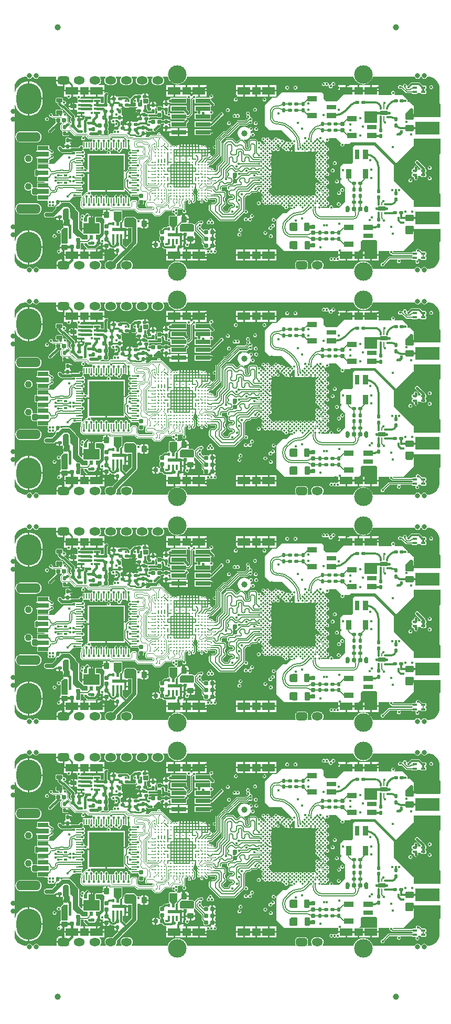
<source format=gtl>
G04*
G04 #@! TF.GenerationSoftware,Altium Limited,Altium Designer,19.1.6 (110)*
G04*
G04 Layer_Physical_Order=1*
G04 Layer_Color=255*
%FSLAX44Y44*%
%MOMM*%
G71*
G01*
G75*
%ADD10C,1.0000*%
%ADD11C,0.3090*%
%ADD12C,0.2000*%
%ADD13C,0.3000*%
%ADD14C,0.2900*%
G04:AMPARAMS|DCode=15|XSize=0.5mm|YSize=0.6mm|CornerRadius=0.05mm|HoleSize=0mm|Usage=FLASHONLY|Rotation=270.000|XOffset=0mm|YOffset=0mm|HoleType=Round|Shape=RoundedRectangle|*
%AMROUNDEDRECTD15*
21,1,0.5000,0.5000,0,0,270.0*
21,1,0.4000,0.6000,0,0,270.0*
1,1,0.1000,-0.2500,-0.2000*
1,1,0.1000,-0.2500,0.2000*
1,1,0.1000,0.2500,0.2000*
1,1,0.1000,0.2500,-0.2000*
%
%ADD15ROUNDEDRECTD15*%
G04:AMPARAMS|DCode=16|XSize=0.6mm|YSize=1mm|CornerRadius=0.075mm|HoleSize=0mm|Usage=FLASHONLY|Rotation=270.000|XOffset=0mm|YOffset=0mm|HoleType=Round|Shape=RoundedRectangle|*
%AMROUNDEDRECTD16*
21,1,0.6000,0.8500,0,0,270.0*
21,1,0.4500,1.0000,0,0,270.0*
1,1,0.1500,-0.4250,-0.2250*
1,1,0.1500,-0.4250,0.2250*
1,1,0.1500,0.4250,0.2250*
1,1,0.1500,0.4250,-0.2250*
%
%ADD16ROUNDEDRECTD16*%
%ADD17R,0.3000X0.3500*%
G04:AMPARAMS|DCode=18|XSize=0.6mm|YSize=0.6mm|CornerRadius=0.06mm|HoleSize=0mm|Usage=FLASHONLY|Rotation=90.000|XOffset=0mm|YOffset=0mm|HoleType=Round|Shape=RoundedRectangle|*
%AMROUNDEDRECTD18*
21,1,0.6000,0.4800,0,0,90.0*
21,1,0.4800,0.6000,0,0,90.0*
1,1,0.1200,0.2400,0.2400*
1,1,0.1200,0.2400,-0.2400*
1,1,0.1200,-0.2400,-0.2400*
1,1,0.1200,-0.2400,0.2400*
%
%ADD18ROUNDEDRECTD18*%
G04:AMPARAMS|DCode=19|XSize=0.5mm|YSize=0.6mm|CornerRadius=0.05mm|HoleSize=0mm|Usage=FLASHONLY|Rotation=0.000|XOffset=0mm|YOffset=0mm|HoleType=Round|Shape=RoundedRectangle|*
%AMROUNDEDRECTD19*
21,1,0.5000,0.5000,0,0,0.0*
21,1,0.4000,0.6000,0,0,0.0*
1,1,0.1000,0.2000,-0.2500*
1,1,0.1000,-0.2000,-0.2500*
1,1,0.1000,-0.2000,0.2500*
1,1,0.1000,0.2000,0.2500*
%
%ADD19ROUNDEDRECTD19*%
%ADD20R,0.2000X0.9000*%
%ADD21R,0.9000X0.2000*%
%ADD22R,5.5500X5.5500*%
%ADD23R,1.0000X0.4000*%
%ADD24R,1.8000X0.7000*%
G04:AMPARAMS|DCode=25|XSize=0.7mm|YSize=0.4mm|CornerRadius=0.05mm|HoleSize=0mm|Usage=FLASHONLY|Rotation=180.000|XOffset=0mm|YOffset=0mm|HoleType=Round|Shape=RoundedRectangle|*
%AMROUNDEDRECTD25*
21,1,0.7000,0.3000,0,0,180.0*
21,1,0.6000,0.4000,0,0,180.0*
1,1,0.1000,-0.3000,0.1500*
1,1,0.1000,0.3000,0.1500*
1,1,0.1000,0.3000,-0.1500*
1,1,0.1000,-0.3000,-0.1500*
%
%ADD25ROUNDEDRECTD25*%
%ADD26R,0.5000X0.2300*%
%ADD27R,0.4000X0.2300*%
%ADD28R,0.6000X0.4500*%
G04:AMPARAMS|DCode=29|XSize=1.3mm|YSize=0.8mm|CornerRadius=0.1mm|HoleSize=0mm|Usage=FLASHONLY|Rotation=270.000|XOffset=0mm|YOffset=0mm|HoleType=Round|Shape=RoundedRectangle|*
%AMROUNDEDRECTD29*
21,1,1.3000,0.6000,0,0,270.0*
21,1,1.1000,0.8000,0,0,270.0*
1,1,0.2000,-0.3000,-0.5500*
1,1,0.2000,-0.3000,0.5500*
1,1,0.2000,0.3000,0.5500*
1,1,0.2000,0.3000,-0.5500*
%
%ADD29ROUNDEDRECTD29*%
G04:AMPARAMS|DCode=30|XSize=1.3mm|YSize=1mm|CornerRadius=0.125mm|HoleSize=0mm|Usage=FLASHONLY|Rotation=180.000|XOffset=0mm|YOffset=0mm|HoleType=Round|Shape=RoundedRectangle|*
%AMROUNDEDRECTD30*
21,1,1.3000,0.7500,0,0,180.0*
21,1,1.0500,1.0000,0,0,180.0*
1,1,0.2500,-0.5250,0.3750*
1,1,0.2500,0.5250,0.3750*
1,1,0.2500,0.5250,-0.3750*
1,1,0.2500,-0.5250,-0.3750*
%
%ADD30ROUNDEDRECTD30*%
G04:AMPARAMS|DCode=31|XSize=0.6mm|YSize=0.6mm|CornerRadius=0.06mm|HoleSize=0mm|Usage=FLASHONLY|Rotation=0.000|XOffset=0mm|YOffset=0mm|HoleType=Round|Shape=RoundedRectangle|*
%AMROUNDEDRECTD31*
21,1,0.6000,0.4800,0,0,0.0*
21,1,0.4800,0.6000,0,0,0.0*
1,1,0.1200,0.2400,-0.2400*
1,1,0.1200,-0.2400,-0.2400*
1,1,0.1200,-0.2400,0.2400*
1,1,0.1200,0.2400,0.2400*
%
%ADD31ROUNDEDRECTD31*%
G04:AMPARAMS|DCode=32|XSize=1mm|YSize=0.9mm|CornerRadius=0.1125mm|HoleSize=0mm|Usage=FLASHONLY|Rotation=180.000|XOffset=0mm|YOffset=0mm|HoleType=Round|Shape=RoundedRectangle|*
%AMROUNDEDRECTD32*
21,1,1.0000,0.6750,0,0,180.0*
21,1,0.7750,0.9000,0,0,180.0*
1,1,0.2250,-0.3875,0.3375*
1,1,0.2250,0.3875,0.3375*
1,1,0.2250,0.3875,-0.3375*
1,1,0.2250,-0.3875,-0.3375*
%
%ADD32ROUNDEDRECTD32*%
%ADD33R,2.2500X0.6000*%
%ADD34R,0.3000X0.6000*%
G04:AMPARAMS|DCode=35|XSize=1mm|YSize=0.9mm|CornerRadius=0.1125mm|HoleSize=0mm|Usage=FLASHONLY|Rotation=270.000|XOffset=0mm|YOffset=0mm|HoleType=Round|Shape=RoundedRectangle|*
%AMROUNDEDRECTD35*
21,1,1.0000,0.6750,0,0,270.0*
21,1,0.7750,0.9000,0,0,270.0*
1,1,0.2250,-0.3375,-0.3875*
1,1,0.2250,-0.3375,0.3875*
1,1,0.2250,0.3375,0.3875*
1,1,0.2250,0.3375,-0.3875*
%
%ADD35ROUNDEDRECTD35*%
%ADD36R,1.6500X0.9000*%
%ADD37R,1.6500X0.7600*%
%ADD38R,0.9000X1.6500*%
%ADD39R,0.7600X1.6500*%
%ADD40R,0.3100X0.3000*%
%ADD41R,0.3000X0.3100*%
%ADD42R,4.0000X2.0000*%
%ADD43R,2.4000X0.7500*%
%ADD44R,0.3500X0.3000*%
%ADD45R,1.4000X1.3000*%
%ADD46R,2.0000X1.3000*%
%ADD47R,1.2000X0.7000*%
%ADD48R,0.2500X0.3500*%
%ADD49R,2.5000X1.7000*%
%ADD50R,0.5000X0.7000*%
%ADD51R,0.2000X0.2000*%
%ADD52C,0.3500*%
%ADD53C,0.1500*%
%ADD54C,0.4000*%
%ADD55C,0.4500*%
%ADD56C,0.5000*%
%ADD57C,0.7000*%
%ADD58C,0.1000*%
%ADD59C,0.2500*%
%ADD60C,0.3100*%
%ADD61C,0.1100*%
%ADD62C,0.1300*%
%ADD63C,0.6000*%
%ADD64C,0.3500*%
%ADD65R,7.0000X7.0000*%
%ADD66C,0.8000*%
%ADD67C,1.1000*%
%ADD68O,4.0000X1.6000*%
G04:AMPARAMS|DCode=69|XSize=1.8mm|YSize=1.3mm|CornerRadius=0.325mm|HoleSize=0mm|Usage=FLASHONLY|Rotation=0.000|XOffset=0mm|YOffset=0mm|HoleType=Round|Shape=RoundedRectangle|*
%AMROUNDEDRECTD69*
21,1,1.8000,0.6500,0,0,0.0*
21,1,1.1500,1.3000,0,0,0.0*
1,1,0.6500,0.5750,-0.3250*
1,1,0.6500,-0.5750,-0.3250*
1,1,0.6500,-0.5750,0.3250*
1,1,0.6500,0.5750,0.3250*
%
%ADD69ROUNDEDRECTD69*%
%ADD70O,1.8000X1.3000*%
%ADD71C,3.0000*%
%ADD72O,4.0000X5.0000*%
%ADD73C,0.4000*%
%ADD74C,0.3000*%
%ADD75C,0.5000*%
G36*
X675239Y1402071D02*
X678508Y1400717D01*
X681449Y1398751D01*
X683951Y1396250D01*
X685917Y1393308D01*
X687271Y1390039D01*
X687961Y1386569D01*
Y1384800D01*
Y1360715D01*
X687636D01*
X689500Y1358851D01*
Y1338100D01*
X647000D01*
Y1360715D01*
X646910D01*
Y1356872D01*
X645986Y1356489D01*
X628625Y1373850D01*
X615836D01*
X615532Y1374850D01*
X615663Y1374937D01*
X616326Y1375930D01*
X616559Y1377100D01*
X616326Y1378271D01*
X615663Y1379263D01*
X614671Y1379926D01*
X613500Y1380159D01*
X612329Y1379926D01*
X611337Y1379263D01*
X610674Y1378271D01*
X610441Y1377100D01*
X610674Y1375930D01*
X611337Y1374937D01*
X611468Y1374850D01*
X611164Y1373850D01*
X590040D01*
Y1379080D01*
X577500D01*
Y1380350D01*
X576230D01*
Y1389390D01*
X558770D01*
Y1380350D01*
X556230D01*
Y1389390D01*
X538770D01*
Y1380350D01*
X537500D01*
Y1379080D01*
X534250D01*
X534250Y1374850D01*
X522500Y1363100D01*
X505250Y1363100D01*
X501250Y1367100D01*
Y1374850D01*
X498250Y1377850D01*
X433250Y1377850D01*
X424809Y1369409D01*
X418059Y1369409D01*
X406000Y1357350D01*
X406000Y1324350D01*
X414000Y1316350D01*
X433250Y1316350D01*
X450046Y1299554D01*
X449717Y1298469D01*
X449527Y1298431D01*
X448618Y1297823D01*
X448010Y1296913D01*
X447932Y1296523D01*
X447270Y1296194D01*
X446608Y1296523D01*
X446530Y1296913D01*
X445923Y1297823D01*
X445013Y1298431D01*
X443940Y1298644D01*
X442867Y1298431D01*
X442173Y1297967D01*
X441242Y1298011D01*
X440935Y1298092D01*
X440373Y1298933D01*
X438954Y1299881D01*
X437280Y1300214D01*
X436574Y1300074D01*
X436540Y1300243D01*
X435933Y1301153D01*
X435023Y1301761D01*
X433950Y1301974D01*
X432877Y1301761D01*
X432183Y1301297D01*
X431252Y1301342D01*
X430945Y1301422D01*
X430383Y1302263D01*
X428964Y1303212D01*
X427290Y1303544D01*
X426584Y1303404D01*
X426550Y1303573D01*
X425943Y1304483D01*
X425033Y1305091D01*
X423960Y1305304D01*
X422887Y1305091D01*
X421977Y1304483D01*
X421370Y1303573D01*
X421231Y1302874D01*
X420840Y1302290D01*
X420256Y1301900D01*
X419557Y1301761D01*
X418647Y1301153D01*
X418040Y1300243D01*
X417974Y1299912D01*
X417300Y1299580D01*
X416626Y1299912D01*
X416560Y1300243D01*
X415953Y1301153D01*
X415043Y1301761D01*
X414344Y1301900D01*
X413444Y1302500D01*
X413230Y1303573D01*
X412622Y1304483D01*
X411713Y1305091D01*
X410640Y1305304D01*
X409567Y1305091D01*
X408657Y1304483D01*
X408050Y1303573D01*
X407984Y1303242D01*
X407310Y1302910D01*
X406636Y1303242D01*
X406570Y1303573D01*
X405962Y1304483D01*
X405053Y1305091D01*
X403980Y1305304D01*
X402907Y1305091D01*
X401997Y1304483D01*
X401389Y1303573D01*
X401176Y1302500D01*
X401389Y1301427D01*
X401997Y1300518D01*
X402907Y1299910D01*
X403606Y1299771D01*
X404506Y1299170D01*
X404720Y1298097D01*
X405327Y1297188D01*
X406237Y1296580D01*
X406248Y1296578D01*
X406996Y1295511D01*
X406935Y1295240D01*
X406237Y1295101D01*
X405327Y1294493D01*
X404720Y1293583D01*
X404654Y1293252D01*
X403980Y1292920D01*
X403306Y1293252D01*
X403240Y1293583D01*
X402632Y1294493D01*
X401723Y1295101D01*
X401024Y1295240D01*
X400124Y1295840D01*
X399910Y1296913D01*
X399302Y1297823D01*
X398393Y1298431D01*
X397320Y1298644D01*
X396247Y1298431D01*
X395534Y1297955D01*
X394828Y1298188D01*
X394534Y1298398D01*
Y1298600D01*
X394398Y1299283D01*
X394012Y1299862D01*
X392262Y1301612D01*
X391683Y1301999D01*
X391000Y1302135D01*
X383000D01*
X382317Y1301999D01*
X381738Y1301612D01*
X379738Y1299612D01*
X379352Y1299033D01*
X379216Y1298350D01*
Y1289589D01*
X378261Y1288634D01*
X377489D01*
X376284Y1289839D01*
Y1295600D01*
X376148Y1296283D01*
X375762Y1296862D01*
X372273Y1300350D01*
X372688Y1301350D01*
X374034Y1301350D01*
X376063Y1301754D01*
X377974Y1302545D01*
X379693Y1303694D01*
X381156Y1305157D01*
X382305Y1306877D01*
X382885Y1308277D01*
X383924Y1308180D01*
X384587Y1307188D01*
X385580Y1306525D01*
X386750Y1306292D01*
X387921Y1306525D01*
X388913Y1307188D01*
X389576Y1308180D01*
X389809Y1309350D01*
X389576Y1310521D01*
X388913Y1311513D01*
X387921Y1312176D01*
X386750Y1312409D01*
X385580Y1312176D01*
X384587Y1311513D01*
X384500Y1311383D01*
X383500Y1311686D01*
Y1311850D01*
X383500Y1312885D01*
X383097Y1314913D01*
X383073Y1314970D01*
X383793Y1315847D01*
X384000Y1315805D01*
X385171Y1316038D01*
X386163Y1316701D01*
X386826Y1317694D01*
X387059Y1318864D01*
X386826Y1320035D01*
X386163Y1321027D01*
X385171Y1321690D01*
X384000Y1321923D01*
X382830Y1321690D01*
X381837Y1321027D01*
X381174Y1320035D01*
X381158Y1319956D01*
X380073Y1319627D01*
X379694Y1320006D01*
X377974Y1321156D01*
X376063Y1321947D01*
X374034Y1322350D01*
X373000Y1322350D01*
X371966Y1322350D01*
X369937Y1321947D01*
X368026Y1321155D01*
X366306Y1320006D01*
X364844Y1318544D01*
X363695Y1316824D01*
X362903Y1314913D01*
X362500Y1312884D01*
X362500Y1311850D01*
X362500Y1310816D01*
X362904Y1308787D01*
X363695Y1306876D01*
X364844Y1305157D01*
X366307Y1303694D01*
X367144Y1303134D01*
X366841Y1302135D01*
X366750D01*
X366067Y1301999D01*
X365488Y1301612D01*
X361761Y1297885D01*
X360489D01*
X355012Y1303362D01*
X354433Y1303749D01*
X353750Y1303884D01*
X344750D01*
X344067Y1303749D01*
X343488Y1303362D01*
X337488Y1297362D01*
X337102Y1296783D01*
X336966Y1296100D01*
Y1268589D01*
X328738Y1260362D01*
X328352Y1259783D01*
X328216Y1259100D01*
Y1253589D01*
X326861Y1252234D01*
X324600D01*
X323920Y1252099D01*
X323894Y1252117D01*
X323297Y1252587D01*
X323160Y1252764D01*
X323150Y1252816D01*
X323306Y1253600D01*
X323131Y1254483D01*
X322631Y1255231D01*
X321883Y1255731D01*
X321000Y1255907D01*
X320688Y1255844D01*
X320116Y1256416D01*
X319150Y1256816D01*
X316097D01*
X315944Y1257045D01*
X315421Y1257395D01*
X315338Y1257779D01*
Y1258122D01*
X315421Y1258506D01*
X315944Y1258856D01*
X316433Y1259587D01*
X316590Y1260376D01*
X317177Y1260964D01*
X319549D01*
X319567Y1260952D01*
X320250Y1260816D01*
X320933Y1260952D01*
X321512Y1261339D01*
X335012Y1274838D01*
X335398Y1275417D01*
X335534Y1276100D01*
Y1299040D01*
X343310Y1306816D01*
X347000D01*
X347683Y1306952D01*
X348262Y1307339D01*
X365239Y1324316D01*
X377250D01*
X377933Y1324452D01*
X378512Y1324839D01*
X381101Y1327428D01*
X382080Y1326774D01*
X383250Y1326541D01*
X384421Y1326774D01*
X385413Y1327437D01*
X386076Y1328430D01*
X386309Y1329600D01*
X386076Y1330771D01*
X385413Y1331763D01*
X385657Y1332803D01*
X386076Y1333430D01*
X386309Y1334600D01*
X386076Y1335771D01*
X385413Y1336763D01*
X384421Y1337426D01*
X383250Y1337659D01*
X382495Y1338528D01*
X382559Y1338850D01*
X382326Y1340021D01*
X381663Y1341013D01*
X381163Y1341347D01*
Y1341687D01*
X381826Y1342680D01*
X382059Y1343850D01*
X381826Y1345021D01*
X381163Y1346013D01*
X380171Y1346676D01*
X379000Y1346909D01*
X377830Y1346676D01*
X376837Y1346013D01*
X376174Y1345021D01*
X375941Y1343850D01*
X376174Y1342680D01*
X376837Y1341687D01*
X377337Y1341353D01*
Y1341013D01*
X376674Y1340021D01*
X376441Y1338850D01*
X376674Y1337680D01*
X377337Y1336687D01*
X377380Y1336253D01*
X374011Y1332885D01*
X361750D01*
X361067Y1332749D01*
X360488Y1332362D01*
X343511Y1315385D01*
X340500D01*
X339817Y1315249D01*
X339238Y1314862D01*
X327488Y1303112D01*
X327102Y1302533D01*
X326966Y1301850D01*
Y1292669D01*
X326279Y1292302D01*
X325966Y1292224D01*
X325000Y1292416D01*
X323922Y1292202D01*
X323009Y1291591D01*
X322398Y1290678D01*
X322184Y1289600D01*
X322398Y1288522D01*
X323009Y1287609D01*
X323922Y1286998D01*
X325000Y1286784D01*
X325966Y1286976D01*
X326279Y1286898D01*
X326966Y1286531D01*
Y1279589D01*
X321786Y1274410D01*
X321353Y1274494D01*
X320766Y1274804D01*
X320631Y1275483D01*
X320131Y1276231D01*
X319383Y1276731D01*
X318500Y1276907D01*
X318142Y1276835D01*
X318108Y1277007D01*
X317477Y1277950D01*
X318108Y1278893D01*
X318165Y1279180D01*
X314349D01*
Y1281720D01*
X318165D01*
X318108Y1282007D01*
X317477Y1282950D01*
X318108Y1283893D01*
X318165Y1284180D01*
X314349D01*
Y1285450D01*
X313079D01*
Y1289266D01*
X312792Y1289209D01*
X312369Y1288926D01*
X311454Y1289482D01*
X311433Y1289587D01*
X311604Y1290450D01*
X311433Y1291313D01*
X310944Y1292045D01*
X310212Y1292534D01*
X309349Y1292706D01*
X308486Y1292534D01*
X307754Y1292045D01*
X307405Y1291522D01*
X307021Y1291439D01*
X306678D01*
X306294Y1291522D01*
X305944Y1292045D01*
X305212Y1292534D01*
X304349Y1292706D01*
X303486Y1292534D01*
X302644Y1292701D01*
X302226Y1293327D01*
X300906Y1294209D01*
X300619Y1294266D01*
Y1290450D01*
X298079D01*
Y1294266D01*
X297792Y1294209D01*
X296849Y1293578D01*
X295906Y1294209D01*
X295619Y1294266D01*
Y1290450D01*
X293079D01*
Y1294266D01*
X292792Y1294209D01*
X291849Y1293578D01*
X290906Y1294209D01*
X290619Y1294266D01*
Y1290450D01*
X288079D01*
Y1294266D01*
X287792Y1294209D01*
X286849Y1293578D01*
X285906Y1294209D01*
X285619Y1294266D01*
Y1290450D01*
X283079D01*
Y1294266D01*
X282792Y1294209D01*
X281849Y1293578D01*
X280906Y1294209D01*
X280619Y1294266D01*
Y1290450D01*
X278079D01*
Y1294266D01*
X277792Y1294209D01*
X276849Y1293578D01*
X275906Y1294209D01*
X275619Y1294266D01*
Y1290450D01*
X273079D01*
Y1294266D01*
X272792Y1294209D01*
X271849Y1293578D01*
X270906Y1294209D01*
X270619Y1294266D01*
Y1290450D01*
X268079D01*
Y1294266D01*
X267792Y1294209D01*
X266473Y1293327D01*
X266055Y1292701D01*
X265212Y1292534D01*
X264349Y1292706D01*
X263486Y1292534D01*
X262754Y1292045D01*
X262405Y1291522D01*
X262021Y1291439D01*
X261678D01*
X261294Y1291522D01*
X260944Y1292045D01*
X260212Y1292534D01*
X259349Y1292706D01*
X258486Y1292534D01*
X257754Y1292045D01*
X257405Y1291522D01*
X257021Y1291439D01*
X256678D01*
X256294Y1291522D01*
X255944Y1292045D01*
X255715Y1292198D01*
Y1292379D01*
X255973Y1293001D01*
X255497Y1294149D01*
X240648Y1308998D01*
X239500Y1309474D01*
X238198D01*
X237474Y1310474D01*
X237549Y1310850D01*
X237355Y1311826D01*
X236802Y1312653D01*
X235975Y1313205D01*
X235000Y1313399D01*
X234025Y1313205D01*
X233198Y1312653D01*
X232645Y1311826D01*
X232451Y1310850D01*
X232526Y1310474D01*
X231802Y1309474D01*
X223000D01*
X221852Y1308998D01*
X218577Y1305724D01*
X214093D01*
X213811Y1306380D01*
X213735Y1306724D01*
X214364Y1307664D01*
X214600Y1308850D01*
Y1310080D01*
X209500D01*
Y1312620D01*
X214600D01*
Y1313850D01*
X214364Y1315036D01*
X214041Y1315519D01*
X214818Y1316157D01*
X215787Y1315187D01*
X215787Y1315187D01*
X216779Y1314524D01*
X217950Y1314291D01*
X222450D01*
X223621Y1314524D01*
X223734Y1314600D01*
X224550D01*
X224950Y1314600D01*
Y1314600D01*
X225550D01*
Y1314600D01*
X226841D01*
X226880Y1314574D01*
X228050Y1314341D01*
X229221Y1314574D01*
X229259Y1314600D01*
X230550D01*
Y1315574D01*
X235271Y1320296D01*
X236421Y1320524D01*
X237413Y1321187D01*
X238076Y1322180D01*
X238309Y1323350D01*
X238076Y1324521D01*
X237413Y1325513D01*
X237329Y1325569D01*
X237633Y1326569D01*
X238400D01*
X239024Y1326693D01*
X239554Y1327047D01*
X239907Y1327576D01*
X239993Y1328005D01*
X242668D01*
X243500Y1327600D01*
Y1325754D01*
X242808Y1325292D01*
X242136Y1324286D01*
X241901Y1323100D01*
Y1321870D01*
X247000D01*
Y1320600D01*
X248270D01*
Y1315001D01*
X249000D01*
X250186Y1315237D01*
X251192Y1315909D01*
X251460Y1316311D01*
X252460Y1316007D01*
Y1314720D01*
X265730D01*
Y1319740D01*
X253100D01*
X252460Y1319740D01*
X252100Y1320591D01*
Y1323100D01*
X251864Y1324286D01*
X251192Y1325292D01*
X250500Y1325754D01*
Y1326883D01*
X251482Y1327644D01*
X252000Y1327541D01*
X253000Y1327740D01*
X254000Y1327218D01*
Y1321450D01*
X280000D01*
Y1327996D01*
X280682Y1328677D01*
X281171Y1328774D01*
X282163Y1329437D01*
X282826Y1330430D01*
X283059Y1331600D01*
X282826Y1332771D01*
X282163Y1333763D01*
X281171Y1334426D01*
X280000Y1334659D01*
Y1336911D01*
X283100D01*
X283880Y1337066D01*
X284542Y1337508D01*
X289192Y1342158D01*
X289192Y1342158D01*
X289634Y1342820D01*
X289789Y1343600D01*
X289789Y1343600D01*
Y1365506D01*
X291354Y1367070D01*
X291500Y1367041D01*
X292000Y1367141D01*
X293000Y1366384D01*
Y1359700D01*
X316324D01*
X318574Y1357450D01*
X318160Y1356450D01*
X293000D01*
Y1346950D01*
X296691D01*
Y1345850D01*
X296920Y1344700D01*
X296955Y1344519D01*
X296388Y1343700D01*
X293000D01*
Y1334200D01*
X319000D01*
Y1341702D01*
X319773Y1342336D01*
X320000Y1342291D01*
X321171Y1342524D01*
X322163Y1343187D01*
X322826Y1344180D01*
X323059Y1345350D01*
X322826Y1346521D01*
X322163Y1347513D01*
X321171Y1348176D01*
X320000Y1348409D01*
X319773Y1348364D01*
X319000Y1348998D01*
Y1355652D01*
X320000Y1356161D01*
X320579Y1355774D01*
X321750Y1355541D01*
X322921Y1355774D01*
X323913Y1356437D01*
X324576Y1357430D01*
X324809Y1358600D01*
X324576Y1359771D01*
X323913Y1360763D01*
X323913Y1360763D01*
X319000Y1365676D01*
Y1367854D01*
X319773Y1368489D01*
X319944Y1368455D01*
X321115Y1368688D01*
X322107Y1369351D01*
X322770Y1370343D01*
X323003Y1371514D01*
X322770Y1372684D01*
X322107Y1373676D01*
X321115Y1374339D01*
X319944Y1374572D01*
X318774Y1374339D01*
X317782Y1373676D01*
X317118Y1372684D01*
X316886Y1371514D01*
X317118Y1370343D01*
X317214Y1370200D01*
X316679Y1369200D01*
X295168D01*
X294534Y1369973D01*
X294559Y1370100D01*
X294517Y1370310D01*
X295338Y1371310D01*
X298480D01*
Y1380350D01*
Y1389390D01*
X281020D01*
Y1380350D01*
X278480D01*
Y1389390D01*
X261020D01*
Y1380350D01*
Y1371310D01*
X279628D01*
X280389Y1370482D01*
X280349Y1369628D01*
X279820Y1369200D01*
X254000D01*
Y1366759D01*
X252750D01*
X251579Y1366526D01*
X250587Y1365863D01*
X249924Y1364871D01*
X249895Y1364722D01*
X248750Y1364949D01*
X248020D01*
Y1360620D01*
X252565D01*
X252623Y1360667D01*
X252750Y1360641D01*
X254000D01*
Y1359700D01*
X280000D01*
Y1368712D01*
X281000Y1369016D01*
X281487Y1368287D01*
X282479Y1367624D01*
X283650Y1367392D01*
X284820Y1367624D01*
X285133Y1367833D01*
X285835Y1367160D01*
X285864Y1367119D01*
X285711Y1366350D01*
Y1344445D01*
X282255Y1340989D01*
X280707D01*
X280000Y1341697D01*
X280000Y1343542D01*
X280148Y1343571D01*
X281171Y1343774D01*
X282163Y1344437D01*
X282826Y1345430D01*
X283059Y1346600D01*
X282826Y1347771D01*
X282163Y1348763D01*
X282163Y1348763D01*
X280000Y1350926D01*
Y1356450D01*
X254000D01*
Y1346950D01*
X275324D01*
X277574Y1344700D01*
X277202Y1343700D01*
X254039D01*
X253663Y1344263D01*
X252671Y1344926D01*
X251500Y1345159D01*
X250454Y1344951D01*
X249992Y1345664D01*
X249934Y1345790D01*
X250374Y1346850D01*
Y1351850D01*
X250198Y1352273D01*
X250250Y1352350D01*
X250250D01*
Y1354196D01*
X250942Y1354658D01*
X251614Y1355664D01*
X251850Y1356850D01*
Y1358080D01*
X241651D01*
Y1356850D01*
X241886Y1355664D01*
X242381Y1354924D01*
X241921Y1353976D01*
X240973Y1353945D01*
X240243D01*
X240157Y1354375D01*
X239804Y1354904D01*
X239274Y1355257D01*
X238650Y1355381D01*
X233850D01*
X233226Y1355257D01*
X232696Y1354904D01*
X232343Y1354375D01*
X232219Y1353750D01*
Y1348950D01*
X232343Y1348326D01*
X232696Y1347797D01*
X232750Y1347761D01*
Y1344940D01*
X232696Y1344904D01*
X232343Y1344375D01*
X232219Y1343750D01*
Y1342999D01*
X229652D01*
X229084Y1343999D01*
X229374Y1344700D01*
Y1349700D01*
X229199Y1350123D01*
X229250Y1350200D01*
X229250D01*
Y1352046D01*
X229942Y1352509D01*
X230614Y1353514D01*
X230850Y1354700D01*
Y1355930D01*
X220651D01*
Y1354700D01*
X220887Y1353514D01*
X221559Y1352509D01*
X222250Y1352046D01*
Y1350200D01*
X222250D01*
X222302Y1350123D01*
X222127Y1349700D01*
Y1348840D01*
X221179Y1348281D01*
X221127Y1348285D01*
X220000Y1348509D01*
X218830Y1348276D01*
X218415Y1347999D01*
X217374D01*
Y1350350D01*
X216898Y1351498D01*
X215799Y1351953D01*
Y1353400D01*
X216000D01*
Y1357768D01*
X216457Y1358681D01*
X216797Y1358891D01*
X217265Y1359085D01*
X219015Y1360835D01*
X219332Y1361600D01*
Y1366796D01*
X219333Y1366796D01*
X219016Y1367561D01*
X219015D01*
X218461Y1368116D01*
X218461Y1368116D01*
X218223Y1368214D01*
X218350Y1368850D01*
Y1369580D01*
X212750D01*
Y1370850D01*
X211480D01*
Y1375950D01*
X210250D01*
X209064Y1375714D01*
X208058Y1375042D01*
X207596Y1374350D01*
X205750D01*
Y1374350D01*
X205250Y1374474D01*
X204801Y1374474D01*
X200250D01*
X199102Y1373998D01*
X199065Y1373909D01*
X196329D01*
X195159Y1373676D01*
X194167Y1373013D01*
X189338Y1368184D01*
X189043Y1367744D01*
X187815Y1367605D01*
X185167Y1370253D01*
X184340Y1370805D01*
X183364Y1370999D01*
X173600D01*
X172624Y1370805D01*
X172503Y1370724D01*
X170199D01*
X169750Y1370724D01*
X169250Y1370600D01*
Y1370600D01*
X167404D01*
X166942Y1371292D01*
X165936Y1371964D01*
X164750Y1372200D01*
X163520D01*
Y1367100D01*
X162250D01*
Y1365830D01*
X156650D01*
Y1365100D01*
X156886Y1363914D01*
X157364Y1363200D01*
X156986Y1362272D01*
X156921Y1362200D01*
X156500D01*
X155314Y1361964D01*
X154308Y1361292D01*
X153846Y1360600D01*
X152059D01*
Y1372083D01*
X152663Y1372687D01*
X153326Y1373680D01*
X153559Y1374850D01*
X153326Y1376021D01*
X152663Y1377013D01*
X151671Y1377676D01*
X150500Y1377909D01*
X149330Y1377676D01*
X148337Y1377013D01*
X148214Y1376890D01*
X147290Y1377272D01*
Y1379080D01*
X136020D01*
Y1371310D01*
X145941D01*
Y1360659D01*
X142067D01*
X141250Y1361100D01*
Y1367100D01*
X135546D01*
X135250Y1367159D01*
X134955Y1367100D01*
X129250D01*
Y1367047D01*
X128250Y1366539D01*
X127671Y1366926D01*
X126500Y1367159D01*
X110250D01*
X109955Y1367100D01*
X108460D01*
X108206Y1367489D01*
X108022Y1368100D01*
X108576Y1368930D01*
X108809Y1370100D01*
X108767Y1370310D01*
X109588Y1371310D01*
X113480D01*
Y1380350D01*
X116020D01*
Y1371310D01*
X133480D01*
Y1380350D01*
X134750D01*
Y1381620D01*
X147290D01*
Y1389390D01*
X138502D01*
X138248Y1389971D01*
X138223Y1390390D01*
X139670Y1391501D01*
X140873Y1393068D01*
X141628Y1394892D01*
X141886Y1396850D01*
X141628Y1398808D01*
X140873Y1400633D01*
X140007Y1401761D01*
X140500Y1402761D01*
X148572D01*
X149065Y1401761D01*
X148199Y1400633D01*
X147443Y1398808D01*
X147185Y1396850D01*
X147443Y1394892D01*
X148199Y1393068D01*
X149401Y1391501D01*
X150968Y1390299D01*
X152792Y1389543D01*
X154750Y1389285D01*
X159750D01*
X161708Y1389543D01*
X163532Y1390299D01*
X165099Y1391501D01*
X166301Y1393068D01*
X167057Y1394892D01*
X167315Y1396850D01*
X167057Y1398808D01*
X166301Y1400633D01*
X165435Y1401761D01*
X165928Y1402761D01*
X174000D01*
X174493Y1401761D01*
X173627Y1400633D01*
X172872Y1398808D01*
X172614Y1396850D01*
X172872Y1394892D01*
X173627Y1393068D01*
X174830Y1391501D01*
X176396Y1390299D01*
X178221Y1389543D01*
X180179Y1389285D01*
X185179D01*
X187136Y1389543D01*
X188961Y1390299D01*
X190528Y1391501D01*
X191730Y1393068D01*
X192486Y1394892D01*
X192743Y1396850D01*
X192486Y1398808D01*
X191730Y1400633D01*
X190864Y1401761D01*
X191357Y1402761D01*
X199429D01*
X199922Y1401761D01*
X199056Y1400633D01*
X198300Y1398808D01*
X198042Y1396850D01*
X198300Y1394892D01*
X199056Y1393068D01*
X200258Y1391501D01*
X201825Y1390299D01*
X203649Y1389543D01*
X205607Y1389285D01*
X210607D01*
X212565Y1389543D01*
X214389Y1390299D01*
X215956Y1391501D01*
X217158Y1393068D01*
X217914Y1394892D01*
X218172Y1396850D01*
X217914Y1398808D01*
X217158Y1400633D01*
X216292Y1401761D01*
X216786Y1402761D01*
X224857D01*
X225350Y1401761D01*
X224484Y1400633D01*
X223729Y1398808D01*
X223471Y1396850D01*
X223729Y1394892D01*
X224484Y1393068D01*
X225687Y1391501D01*
X227253Y1390299D01*
X229078Y1389543D01*
X231036Y1389285D01*
X236036D01*
X237994Y1389543D01*
X239818Y1390299D01*
X241385Y1391501D01*
X242587Y1393068D01*
X243343Y1394892D01*
X243600Y1396850D01*
X243343Y1398808D01*
X242587Y1400633D01*
X241721Y1401761D01*
X242214Y1402761D01*
X249505D01*
X250146Y1400648D01*
X251632Y1397868D01*
X253631Y1395432D01*
X256068Y1393432D01*
X258847Y1391947D01*
X261863Y1391032D01*
X265000Y1390723D01*
X268137Y1391032D01*
X271153Y1391947D01*
X273932Y1393432D01*
X276369Y1395432D01*
X278368Y1397868D01*
X279854Y1400648D01*
X280495Y1402761D01*
X549505D01*
X550146Y1400648D01*
X551632Y1397868D01*
X553632Y1395432D01*
X556068Y1393432D01*
X558847Y1391947D01*
X561864Y1391032D01*
X565000Y1390723D01*
X568137Y1391032D01*
X571153Y1391947D01*
X573932Y1393432D01*
X576368Y1395432D01*
X578368Y1397868D01*
X579854Y1400648D01*
X580495Y1402761D01*
X648349D01*
X649395Y1401195D01*
X651049Y1400090D01*
X653000Y1399702D01*
X654951Y1400090D01*
X656605Y1401195D01*
X657651Y1402761D01*
X659099D01*
X660145Y1401195D01*
X661799Y1400090D01*
X663750Y1399702D01*
X665701Y1400090D01*
X667355Y1401195D01*
X668401Y1402761D01*
X671769Y1402761D01*
X675239Y1402071D01*
D02*
G37*
G36*
X69641Y1401761D02*
X69311Y1400100D01*
Y1398120D01*
X80964D01*
Y1395580D01*
X69311D01*
Y1393600D01*
X69760Y1391341D01*
X71040Y1389426D01*
X72955Y1388146D01*
X75214Y1387697D01*
X82210D01*
Y1381620D01*
X94750D01*
Y1380350D01*
X96020D01*
Y1371310D01*
X101912D01*
X102733Y1370310D01*
X102691Y1370100D01*
X102924Y1368930D01*
X103587Y1367937D01*
X103690Y1367868D01*
X104250Y1367100D01*
Y1361600D01*
X104250Y1360600D01*
X103250Y1360555D01*
X103034Y1360699D01*
X101750Y1360955D01*
X98770D01*
Y1355350D01*
Y1349746D01*
X101750D01*
X101980Y1349791D01*
X102710Y1348917D01*
Y1345870D01*
X110250D01*
Y1344600D01*
X111520D01*
Y1340060D01*
X115354D01*
X115658Y1339060D01*
X115587Y1339013D01*
X114924Y1338021D01*
X114691Y1336850D01*
Y1335117D01*
X113537Y1333963D01*
X113100Y1333308D01*
X112100Y1333612D01*
Y1335350D01*
X111864Y1336536D01*
X111192Y1337542D01*
X110186Y1338214D01*
X109000Y1338450D01*
X107770D01*
Y1333350D01*
X105230D01*
Y1338450D01*
X104000D01*
X102814Y1338214D01*
X101808Y1337542D01*
X101346Y1336850D01*
X99559D01*
Y1339350D01*
X99326Y1340521D01*
X98663Y1341513D01*
X98663Y1341513D01*
X83413Y1356763D01*
X82421Y1357426D01*
X82327Y1357445D01*
X82350Y1358392D01*
X83521Y1358624D01*
X84513Y1359287D01*
X85176Y1360280D01*
X85409Y1361450D01*
X85176Y1362621D01*
X84513Y1363613D01*
X83521Y1364276D01*
X82350Y1364509D01*
X81534Y1364347D01*
X80534Y1364956D01*
Y1367100D01*
X80399Y1367783D01*
X80012Y1368362D01*
X79433Y1368749D01*
X78750Y1368884D01*
X70250D01*
X69567Y1368749D01*
X68988Y1368362D01*
X68602Y1367783D01*
X68466Y1367100D01*
Y1362600D01*
X68602Y1361917D01*
X68988Y1361339D01*
X69567Y1360952D01*
X70250Y1360816D01*
X71441D01*
Y1359100D01*
X71441Y1359100D01*
X71674Y1357930D01*
X72337Y1356937D01*
X76837Y1352437D01*
X77829Y1351774D01*
X79000Y1351541D01*
X79983D01*
X93441Y1338083D01*
Y1336742D01*
X92852Y1336498D01*
X92376Y1335350D01*
Y1331350D01*
X92852Y1330202D01*
X93441Y1329958D01*
Y1328512D01*
X93401Y1328486D01*
X92441Y1328205D01*
X88374Y1332273D01*
Y1338350D01*
X87898Y1339498D01*
X86182Y1341214D01*
X86309Y1341850D01*
X86076Y1343021D01*
X85413Y1344013D01*
X84421Y1344676D01*
X83250Y1344909D01*
X82079Y1344676D01*
X81534Y1344312D01*
X80534Y1344846D01*
Y1348100D01*
X80399Y1348783D01*
X80012Y1349362D01*
X79433Y1349749D01*
X78750Y1349884D01*
X70250D01*
X69567Y1349749D01*
X68988Y1349362D01*
X68602Y1348783D01*
X68466Y1348100D01*
Y1343600D01*
X68602Y1342917D01*
X68988Y1342339D01*
X69567Y1341952D01*
X70250Y1341816D01*
X73198D01*
X73424Y1340680D01*
X73562Y1340474D01*
X73027Y1339474D01*
X64672D01*
X63807Y1340339D01*
X63934Y1340975D01*
X63701Y1342146D01*
X63038Y1343138D01*
X62046Y1343801D01*
X60875Y1344034D01*
X59704Y1343801D01*
X58712Y1343138D01*
X58049Y1342146D01*
X57816Y1340975D01*
X58049Y1339805D01*
X58712Y1338812D01*
X59704Y1338149D01*
X60875Y1337916D01*
X61511Y1338043D01*
X62852Y1336702D01*
X64000Y1336227D01*
X67542D01*
X67716Y1336096D01*
X68264Y1335227D01*
X68218Y1335000D01*
Y1330200D01*
X68343Y1329576D01*
X68696Y1329047D01*
X68712Y1328888D01*
X57337Y1317513D01*
X56674Y1316521D01*
X56441Y1315350D01*
X56674Y1314180D01*
X57337Y1313187D01*
X58330Y1312524D01*
X59500Y1312291D01*
X60671Y1312524D01*
X61663Y1313187D01*
X74413Y1325937D01*
X74413Y1325937D01*
X75076Y1326929D01*
X75309Y1328100D01*
Y1328716D01*
X75803Y1329047D01*
X75839Y1329100D01*
X77946D01*
X78585Y1328223D01*
X78547Y1327944D01*
X76852Y1326248D01*
X76376Y1325100D01*
Y1318100D01*
X76852Y1316952D01*
X78352Y1315452D01*
X78622Y1315340D01*
X79250Y1314600D01*
X79171Y1314279D01*
X79127Y1314100D01*
X79127Y1313683D01*
Y1309100D01*
X79602Y1307952D01*
X80750Y1307477D01*
X84750D01*
X84906Y1307541D01*
X87750D01*
X88921Y1307774D01*
X89913Y1308437D01*
X90576Y1309430D01*
X90809Y1310600D01*
X90576Y1311771D01*
X89913Y1312763D01*
X88921Y1313426D01*
X87750Y1313659D01*
X87305D01*
X87155Y1313977D01*
X87788Y1314977D01*
X91577D01*
X98852Y1307702D01*
X100000Y1307227D01*
X111228D01*
X111531Y1306227D01*
X110837Y1305763D01*
X110174Y1304771D01*
X109941Y1303600D01*
X110174Y1302430D01*
X110837Y1301437D01*
X111830Y1300774D01*
X113000Y1300541D01*
X114171Y1300774D01*
X115163Y1301437D01*
X115826Y1302430D01*
X116059Y1303600D01*
X115826Y1304771D01*
X115163Y1305763D01*
X114469Y1306227D01*
X114773Y1307227D01*
X116578D01*
X120602Y1303202D01*
X121750Y1302727D01*
X127954D01*
X128257Y1301727D01*
X128087Y1301613D01*
X127424Y1300621D01*
X127191Y1299450D01*
X127236Y1299223D01*
X126602Y1298450D01*
X125250D01*
X124250Y1298450D01*
Y1298450D01*
X124250D01*
Y1298450D01*
X112250D01*
Y1292425D01*
X111250Y1291890D01*
X110866Y1292147D01*
X109500Y1292419D01*
X108134Y1292147D01*
X106977Y1291374D01*
X106203Y1290216D01*
X105945Y1288919D01*
X94750D01*
X93850Y1288740D01*
X92958Y1289330D01*
X82651D01*
Y1288100D01*
X82297Y1287669D01*
X80228D01*
X77523Y1290374D01*
X76366Y1291147D01*
X75000Y1291419D01*
X73634Y1291147D01*
X72477Y1290374D01*
X71703Y1289216D01*
X71431Y1287850D01*
X71703Y1286485D01*
X72477Y1285327D01*
X76227Y1281577D01*
X77384Y1280803D01*
X78750Y1280532D01*
X93500D01*
X94866Y1280803D01*
X96023Y1281577D01*
X96228Y1281782D01*
X99750D01*
Y1278100D01*
X81500Y1278100D01*
X65800Y1262400D01*
X59500Y1262400D01*
X58500Y1262450D01*
X58500Y1262450D01*
X58500Y1262450D01*
X38500D01*
Y1253933D01*
X36250D01*
X36250Y1253933D01*
X35485Y1253616D01*
X35485Y1253615D01*
X34485Y1252616D01*
X34168Y1251850D01*
X34168Y1247950D01*
X34168Y1244050D01*
X34167Y1244050D01*
X34485Y1243285D01*
X34485Y1243285D01*
X35485Y1242285D01*
X36250Y1241968D01*
X38500D01*
Y1233450D01*
X50750D01*
Y1232450D01*
X38500D01*
Y1224717D01*
X38000Y1224383D01*
X32250D01*
X32250Y1224383D01*
X31836Y1224211D01*
X30964Y1224753D01*
X30908Y1224827D01*
X31056Y1225950D01*
X30833Y1227647D01*
X30178Y1229228D01*
X29136Y1230586D01*
X27778Y1231628D01*
X26197Y1232283D01*
X24500Y1232506D01*
X22803Y1232283D01*
X21222Y1231628D01*
X19864Y1230586D01*
X18822Y1229228D01*
X18167Y1227647D01*
X17944Y1225950D01*
X18167Y1224253D01*
X18822Y1222672D01*
X19864Y1221314D01*
X21222Y1220273D01*
X22803Y1219617D01*
X24500Y1219394D01*
X26197Y1219617D01*
X27778Y1220273D01*
X27918Y1220380D01*
X28918Y1219886D01*
X28918Y1218050D01*
X28918Y1218050D01*
Y1217850D01*
X28918Y1217850D01*
X28918Y1214850D01*
X28918Y1214850D01*
X29235Y1214085D01*
X31485Y1211835D01*
X32250Y1211518D01*
X38000D01*
X38500Y1211184D01*
Y1203450D01*
X50750D01*
Y1203350D01*
X55443D01*
X55978Y1202350D01*
X55924Y1202271D01*
X55692Y1201100D01*
X55924Y1199930D01*
X56588Y1198937D01*
X56459Y1197821D01*
X55924Y1197021D01*
X55691Y1195850D01*
X55924Y1194680D01*
X56587Y1193687D01*
X57580Y1193024D01*
X58750Y1192792D01*
X59921Y1193024D01*
X60913Y1193687D01*
X62030Y1193559D01*
X62830Y1193024D01*
X64000Y1192791D01*
X65171Y1193024D01*
X66163Y1193687D01*
X66625Y1194378D01*
X67617Y1194691D01*
X67849Y1194694D01*
X68250Y1194408D01*
Y1193350D01*
X68250D01*
X68302Y1193273D01*
X68126Y1192850D01*
Y1190465D01*
X62600Y1184938D01*
X54250D01*
X52494Y1184589D01*
X51006Y1183595D01*
X50011Y1182106D01*
X49662Y1180350D01*
X50011Y1178594D01*
X51006Y1177106D01*
X52494Y1176111D01*
X54250Y1175762D01*
X64500D01*
X66256Y1176111D01*
X67744Y1177106D01*
X68477Y1177838D01*
X69401Y1177456D01*
Y1174850D01*
X69636Y1173664D01*
X70308Y1172658D01*
X71314Y1171987D01*
X72500Y1171751D01*
X73730D01*
Y1176850D01*
X76270D01*
Y1171751D01*
X77500D01*
X78686Y1171987D01*
X79374Y1172446D01*
X80668Y1171152D01*
Y1165850D01*
X80668Y1165850D01*
X80719Y1165727D01*
Y1163450D01*
X80843Y1162826D01*
X81196Y1162297D01*
X81250Y1162261D01*
Y1159933D01*
X81000D01*
X80235Y1159616D01*
X77235Y1156616D01*
X76918Y1155850D01*
Y1154685D01*
X75918Y1154382D01*
X75663Y1154763D01*
X74671Y1155426D01*
X73500Y1155659D01*
X72330Y1155426D01*
X71337Y1154763D01*
X70674Y1153771D01*
X70441Y1152600D01*
X70674Y1151430D01*
X71337Y1150437D01*
X72330Y1149774D01*
X73500Y1149541D01*
X74671Y1149774D01*
X75663Y1150437D01*
X75918Y1150818D01*
X76918Y1150515D01*
Y1147100D01*
X76958Y1147002D01*
Y1141949D01*
X76918Y1141850D01*
Y1135100D01*
X76918Y1135100D01*
X77000Y1134901D01*
Y1133963D01*
X76483Y1133618D01*
X75673Y1132405D01*
X75388Y1130975D01*
Y1128870D01*
X83000D01*
Y1126330D01*
X75388D01*
Y1124775D01*
X75340Y1124687D01*
X74522Y1124051D01*
X74408Y1124028D01*
X73750Y1124159D01*
X72579Y1123926D01*
X71587Y1123263D01*
X70924Y1122271D01*
X70691Y1121100D01*
X70924Y1119930D01*
X71587Y1118937D01*
X72579Y1118274D01*
X73750Y1118041D01*
X74921Y1118274D01*
X75913Y1118937D01*
X76576Y1119930D01*
X76644Y1120272D01*
X77695Y1120773D01*
X79125Y1120489D01*
X82210D01*
Y1116620D01*
X94750D01*
Y1114080D01*
X82210D01*
Y1108204D01*
X75643D01*
X73384Y1107754D01*
X71469Y1106475D01*
X70189Y1104559D01*
X69739Y1102300D01*
Y1100320D01*
X81393D01*
Y1097780D01*
X69739D01*
Y1095800D01*
X70070Y1094139D01*
X69346Y1093139D01*
X41651D01*
X40605Y1094705D01*
X38951Y1095810D01*
X37000Y1096198D01*
X35049Y1095810D01*
X33395Y1094705D01*
X32349Y1093139D01*
X30901D01*
X29855Y1094705D01*
X28201Y1095810D01*
X26250Y1096198D01*
X24299Y1095810D01*
X22645Y1094705D01*
X21599Y1093139D01*
X18231Y1093139D01*
X14761Y1093829D01*
X11492Y1095183D01*
X8551Y1097149D01*
X6049Y1099651D01*
X4083Y1102592D01*
X2729Y1105861D01*
X2039Y1109331D01*
Y1117499D01*
X3039Y1117647D01*
X4075Y1114233D01*
X6168Y1110317D01*
X8985Y1106885D01*
X12417Y1104068D01*
X16332Y1101975D01*
X20581Y1100686D01*
X23730Y1100376D01*
Y1127900D01*
Y1155424D01*
X20581Y1155114D01*
X16332Y1153825D01*
X12417Y1151732D01*
X8985Y1148916D01*
X6168Y1145483D01*
X4075Y1141568D01*
X3039Y1138153D01*
X2039Y1138302D01*
Y1357499D01*
X3039Y1357647D01*
X4075Y1354233D01*
X6168Y1350317D01*
X8985Y1346885D01*
X12417Y1344068D01*
X16332Y1341975D01*
X20581Y1340686D01*
X23730Y1340376D01*
Y1367900D01*
Y1395424D01*
X20581Y1395114D01*
X16332Y1393825D01*
X12417Y1391732D01*
X8985Y1388916D01*
X6168Y1385484D01*
X4075Y1381568D01*
X3039Y1378153D01*
X2039Y1378302D01*
Y1384800D01*
X2039Y1386569D01*
X2729Y1390039D01*
X4083Y1393308D01*
X6049Y1396250D01*
X8551Y1398751D01*
X11492Y1400717D01*
X14761Y1402071D01*
X18231Y1402761D01*
X21599D01*
X22645Y1401195D01*
X24299Y1400090D01*
X26250Y1399702D01*
X28201Y1400090D01*
X29855Y1401195D01*
X30901Y1402761D01*
X32349D01*
X33395Y1401195D01*
X35049Y1400090D01*
X37000Y1399702D01*
X38951Y1400090D01*
X40605Y1401195D01*
X41651Y1402761D01*
X68918D01*
X69641Y1401761D01*
D02*
G37*
G36*
X217696Y1367350D02*
X218250Y1366796D01*
Y1361600D01*
X216500Y1359850D01*
X211250Y1359850D01*
X209500Y1361600D01*
Y1366850D01*
X210000Y1367350D01*
X217696Y1367350D01*
D02*
G37*
G36*
X200151Y1354350D02*
X200250Y1353350D01*
X199564Y1353214D01*
X198558Y1352542D01*
X197886Y1351536D01*
X197651Y1350350D01*
Y1349620D01*
X203250D01*
Y1348350D01*
X204520D01*
Y1343251D01*
X205750D01*
X206936Y1343487D01*
X207942Y1344158D01*
X208404Y1344850D01*
X210250D01*
Y1344850D01*
X210327Y1344902D01*
X210750Y1344727D01*
X213269D01*
X214348Y1343648D01*
X215175Y1343095D01*
X216150Y1342901D01*
X216827D01*
X217362Y1341901D01*
X217174Y1341621D01*
X216942Y1340450D01*
X217017Y1340074D01*
X216201Y1339074D01*
X212500D01*
X212078Y1338899D01*
X212001Y1338950D01*
Y1338950D01*
X210154D01*
X209692Y1339642D01*
X208687Y1340314D01*
X207500Y1340550D01*
X206271D01*
Y1335450D01*
X205000D01*
Y1334180D01*
X199401D01*
Y1333450D01*
X199637Y1332264D01*
X200309Y1331259D01*
X200599Y1331065D01*
X200482Y1330029D01*
X200432Y1329974D01*
X195500D01*
X195077Y1329799D01*
X195000Y1329850D01*
Y1329850D01*
X193154D01*
X192692Y1330542D01*
X191686Y1331214D01*
X190500Y1331450D01*
X189270D01*
Y1326350D01*
X188000D01*
Y1325080D01*
X182400D01*
Y1324930D01*
X182329Y1324865D01*
X181401Y1324487D01*
X180686Y1324964D01*
X179500Y1325200D01*
X178270D01*
Y1320100D01*
X175730D01*
Y1325200D01*
X174500D01*
X173799Y1325775D01*
Y1328564D01*
X173605Y1329540D01*
X173130Y1330251D01*
X173347Y1331077D01*
X173419Y1331251D01*
X173750D01*
X174936Y1331487D01*
X175942Y1332159D01*
X176614Y1333164D01*
X176850Y1334350D01*
Y1335580D01*
X171750D01*
Y1338120D01*
X176850D01*
Y1339350D01*
X176614Y1340536D01*
X175942Y1341542D01*
X175250Y1342004D01*
Y1343850D01*
X175250D01*
X175198Y1343927D01*
X175374Y1344350D01*
Y1349350D01*
X174898Y1350498D01*
X173750Y1350974D01*
X172997D01*
X172979Y1351001D01*
X173513Y1352001D01*
X176000D01*
X177186Y1352237D01*
X178192Y1352908D01*
X178654Y1353600D01*
X180500D01*
Y1353600D01*
X180577Y1353652D01*
X181000Y1353477D01*
X186000D01*
X187148Y1353952D01*
X187185Y1354041D01*
X191329D01*
X191476Y1353943D01*
X192100Y1353819D01*
X196900D01*
X197524Y1353943D01*
X198054Y1354297D01*
X198089Y1354350D01*
X200151Y1354350D01*
D02*
G37*
G36*
X646000Y1349850D02*
X646000Y1341350D01*
X633000D01*
X633000Y1343600D01*
X641250Y1351850D01*
X644000Y1351850D01*
X646000Y1349850D01*
D02*
G37*
G36*
X243126Y1348520D02*
Y1346850D01*
X243602Y1345702D01*
X243924Y1345021D01*
X243691Y1343850D01*
X243924Y1342680D01*
X244587Y1341687D01*
X245579Y1341024D01*
X246750Y1340791D01*
X247920Y1341024D01*
X248877Y1340626D01*
X249337Y1339937D01*
X250329Y1339274D01*
X251500Y1339041D01*
X252671Y1339274D01*
X253000Y1339495D01*
X254000Y1338960D01*
Y1334200D01*
X276926D01*
X277461Y1333200D01*
X277174Y1332771D01*
X277077Y1332282D01*
X275745Y1330950D01*
X254989D01*
X254826Y1331771D01*
X254163Y1332763D01*
X253171Y1333426D01*
X252000Y1333659D01*
X250830Y1333426D01*
X250440Y1333544D01*
X250148Y1334248D01*
X249000Y1334724D01*
X245000D01*
X243852Y1334248D01*
X243416Y1333195D01*
X239993D01*
X239907Y1333625D01*
X239554Y1334154D01*
X239024Y1334507D01*
X238400Y1334632D01*
X233600D01*
X232976Y1334507D01*
X232446Y1334154D01*
X232411Y1334100D01*
X229589D01*
X229554Y1334154D01*
X229024Y1334507D01*
X228400Y1334632D01*
X223600D01*
X222976Y1334507D01*
X222446Y1334154D01*
X222167Y1333735D01*
X221707Y1333479D01*
X221483Y1333394D01*
X221010Y1333308D01*
X220000Y1333509D01*
X219124Y1334354D01*
Y1336546D01*
X220000Y1337392D01*
X221171Y1337624D01*
X221586Y1337901D01*
X232627D01*
X232696Y1337797D01*
X233226Y1337443D01*
X233850Y1337319D01*
X238650D01*
X239274Y1337443D01*
X239804Y1337797D01*
X240157Y1338326D01*
X240281Y1338950D01*
Y1343750D01*
X240157Y1344375D01*
X239804Y1344904D01*
X239750Y1344940D01*
Y1347761D01*
X239804Y1347797D01*
X240157Y1348326D01*
X240243Y1348755D01*
X241921D01*
X241932Y1348757D01*
X243126Y1348520D01*
D02*
G37*
G36*
X587250Y1328427D02*
X566900D01*
X566900Y1346850D01*
X587250D01*
X587250Y1328427D01*
D02*
G37*
G36*
X154850Y1330999D02*
X158069D01*
X158191Y1330850D01*
X158424Y1329680D01*
X159087Y1328687D01*
X160079Y1328024D01*
X161250Y1327791D01*
X162421Y1328024D01*
X163150Y1328512D01*
X163798Y1327975D01*
X163914Y1327820D01*
X163692Y1326700D01*
X163924Y1325530D01*
X164471Y1324712D01*
X164478Y1324491D01*
X164366Y1324007D01*
X164195Y1323597D01*
X163352Y1323248D01*
X162876Y1322100D01*
Y1318100D01*
X163130Y1317488D01*
X162829Y1316926D01*
X161837Y1316263D01*
X161174Y1315271D01*
X160941Y1314100D01*
X161174Y1312930D01*
X161646Y1312224D01*
X161275Y1311305D01*
X161203Y1311224D01*
X157000D01*
X155852Y1310748D01*
X153077Y1307974D01*
X140696D01*
X140313Y1308861D01*
X140882Y1309569D01*
X142150D01*
X142774Y1309693D01*
X143303Y1310047D01*
X143339Y1310100D01*
X146161D01*
X146196Y1310047D01*
X146726Y1309693D01*
X147350Y1309569D01*
X152150D01*
X152774Y1309693D01*
X153303Y1310047D01*
X153657Y1310576D01*
X153781Y1311200D01*
Y1316000D01*
X153657Y1316624D01*
X153303Y1317154D01*
X152809Y1317484D01*
Y1320716D01*
X153304Y1321047D01*
X153657Y1321576D01*
X153781Y1322200D01*
Y1327000D01*
X153657Y1327625D01*
X153304Y1328154D01*
X152809Y1328484D01*
Y1330677D01*
X153809Y1331206D01*
X154850Y1330999D01*
D02*
G37*
G36*
X628500Y1311850D02*
X624750Y1308100D01*
X619750Y1308100D01*
X619000Y1308850D01*
Y1311100D01*
X620250Y1312350D01*
X622750D01*
X625000Y1314600D01*
X625000Y1316850D01*
X628500D01*
X628500Y1311850D01*
D02*
G37*
G36*
X521000Y1304100D02*
X529382Y1295718D01*
X529337Y1295263D01*
X528674Y1294271D01*
X528441Y1293100D01*
X528674Y1291930D01*
X529337Y1290937D01*
X530330Y1290274D01*
X531204Y1290100D01*
X531796D01*
X532671Y1290274D01*
X533663Y1290937D01*
X534326Y1291930D01*
X534559Y1293100D01*
X534360Y1294101D01*
X534883Y1295101D01*
X543250Y1295101D01*
X545249Y1297100D01*
X584750Y1297100D01*
X618250Y1263600D01*
X645986Y1291336D01*
X646910Y1290954D01*
Y1280235D01*
X647000D01*
Y1302850D01*
X689500D01*
X689500Y1279639D01*
X687961Y1278100D01*
Y1215715D01*
X687636D01*
X689500Y1213851D01*
Y1193100D01*
X647000D01*
Y1215715D01*
X646910D01*
Y1204247D01*
X645986Y1203864D01*
X614913Y1234937D01*
X614913Y1260263D01*
X582826Y1292350D01*
X551420D01*
X548250Y1289180D01*
X548250Y1281400D01*
X548173Y1281478D01*
X548173Y1267310D01*
X548250D01*
Y1265100D01*
X545999Y1262849D01*
X532999D01*
X528500Y1258350D01*
X528500Y1231100D01*
X535500Y1224100D01*
X535500Y1201350D01*
X525500Y1191350D01*
X517330Y1191350D01*
X516509Y1192350D01*
X516559Y1192600D01*
X516326Y1193771D01*
X515663Y1194763D01*
X514670Y1195426D01*
X513500Y1195659D01*
X512329Y1195426D01*
X511337Y1194763D01*
X510674Y1193771D01*
X510441Y1192600D01*
X510491Y1192350D01*
X509670Y1191350D01*
X497463Y1191349D01*
X496642Y1192349D01*
X496694Y1192610D01*
X497220Y1193136D01*
X498293Y1193350D01*
X499203Y1193957D01*
X499811Y1194867D01*
X499888Y1195258D01*
X500550Y1195587D01*
X501212Y1195258D01*
X501290Y1194867D01*
X501898Y1193957D01*
X502807Y1193350D01*
X503880Y1193136D01*
X504953Y1193350D01*
X505863Y1193957D01*
X506471Y1194867D01*
X506684Y1195940D01*
X507210Y1196466D01*
X508283Y1196680D01*
X509193Y1197287D01*
X509801Y1198197D01*
X510014Y1199270D01*
X509801Y1200343D01*
X509193Y1201253D01*
X508283Y1201860D01*
X507210Y1202074D01*
X506684Y1202600D01*
X506471Y1203673D01*
X505863Y1204583D01*
X504953Y1205190D01*
X504256Y1205329D01*
X504194Y1205600D01*
X504943Y1206667D01*
X504953Y1206669D01*
X505863Y1207277D01*
X506471Y1208187D01*
X506684Y1209260D01*
X507416Y1209827D01*
X508283Y1210000D01*
X509193Y1210607D01*
X509801Y1211517D01*
X510014Y1212590D01*
X509801Y1213663D01*
X509193Y1214573D01*
X508283Y1215180D01*
X508114Y1215214D01*
X508254Y1215920D01*
X508114Y1216626D01*
X508283Y1216660D01*
X509193Y1217267D01*
X509801Y1218177D01*
X510014Y1219250D01*
X509801Y1220323D01*
X509193Y1221233D01*
X508283Y1221841D01*
X507210Y1222054D01*
X506684Y1222580D01*
X506471Y1223653D01*
X505863Y1224563D01*
X504953Y1225171D01*
X504784Y1225204D01*
X504924Y1225910D01*
X504784Y1226616D01*
X504953Y1226650D01*
X505863Y1227258D01*
X506471Y1228167D01*
X506684Y1229240D01*
X507584Y1229841D01*
X508283Y1229980D01*
X509193Y1230587D01*
X509801Y1231497D01*
X510014Y1232570D01*
X509801Y1233643D01*
X509193Y1234553D01*
X508283Y1235161D01*
X507210Y1235374D01*
X506684Y1235900D01*
X506471Y1236973D01*
X505863Y1237883D01*
X504953Y1238491D01*
X503880Y1238704D01*
X503354Y1239230D01*
X503141Y1240303D01*
X502533Y1241213D01*
X501623Y1241821D01*
X501233Y1241898D01*
X500904Y1242560D01*
X501233Y1243222D01*
X501623Y1243300D01*
X502533Y1243907D01*
X503141Y1244817D01*
X503218Y1245208D01*
X503880Y1245537D01*
X504542Y1245208D01*
X504620Y1244817D01*
X505228Y1243907D01*
X506137Y1243300D01*
X507210Y1243086D01*
X508283Y1243300D01*
X509193Y1243907D01*
X509801Y1244817D01*
X510014Y1245890D01*
X509801Y1246963D01*
X509193Y1247873D01*
X508283Y1248481D01*
X507210Y1248694D01*
X506684Y1249220D01*
X506471Y1250293D01*
X505863Y1251203D01*
X504953Y1251811D01*
X504563Y1251888D01*
X504234Y1252550D01*
X504563Y1253212D01*
X504953Y1253290D01*
X505863Y1253898D01*
X506471Y1254807D01*
X506684Y1255880D01*
X507210Y1256406D01*
X508283Y1256620D01*
X509193Y1257228D01*
X509801Y1258137D01*
X510014Y1259210D01*
X509801Y1260283D01*
X509193Y1261193D01*
X508283Y1261801D01*
X507210Y1262014D01*
X506684Y1262540D01*
X506471Y1263613D01*
X505863Y1264523D01*
X504953Y1265131D01*
X504563Y1265208D01*
X504234Y1265870D01*
X504563Y1266532D01*
X504953Y1266610D01*
X505863Y1267218D01*
X506471Y1268127D01*
X506684Y1269200D01*
X507210Y1269726D01*
X508283Y1269940D01*
X509193Y1270548D01*
X509801Y1271457D01*
X510014Y1272530D01*
X509801Y1273603D01*
X509193Y1274513D01*
X508283Y1275121D01*
X507584Y1275260D01*
X506684Y1275860D01*
X506684Y1275860D01*
X506471Y1276933D01*
X505863Y1277843D01*
X504953Y1278451D01*
X504563Y1278529D01*
X504234Y1279190D01*
X504563Y1279852D01*
X504953Y1279930D01*
X505863Y1280538D01*
X506471Y1281447D01*
X506684Y1282520D01*
X507210Y1283047D01*
X508283Y1283260D01*
X509193Y1283868D01*
X509801Y1284777D01*
X510014Y1285850D01*
X509801Y1286923D01*
X509193Y1287833D01*
X508283Y1288441D01*
X507210Y1288654D01*
X506684Y1289180D01*
X506471Y1290253D01*
X505863Y1291163D01*
X504953Y1291771D01*
X503880Y1291984D01*
X503354Y1292510D01*
X503141Y1293583D01*
X502677Y1294277D01*
X502721Y1295208D01*
X502802Y1295516D01*
X503643Y1296078D01*
X504591Y1297497D01*
X504742Y1298251D01*
X505666Y1298634D01*
X505830Y1298524D01*
X507000Y1298291D01*
X508171Y1298524D01*
X509163Y1299187D01*
X509826Y1300180D01*
X510059Y1301350D01*
X509826Y1302521D01*
X509439Y1303100D01*
X509947Y1304100D01*
X521000D01*
D02*
G37*
G36*
X187520Y1285910D02*
X189750D01*
Y1283780D01*
X188750Y1282959D01*
X188500Y1283009D01*
X187330Y1282776D01*
X186337Y1282113D01*
X185674Y1281121D01*
X185441Y1279950D01*
X185674Y1278780D01*
X186337Y1277787D01*
X187330Y1277124D01*
X188500Y1276891D01*
X189194Y1276126D01*
Y1275774D01*
X188500Y1275009D01*
X187330Y1274776D01*
X186337Y1274113D01*
X185674Y1273121D01*
X185441Y1271950D01*
X185674Y1270780D01*
X186337Y1269788D01*
X187330Y1269124D01*
X188500Y1268892D01*
X189194Y1268127D01*
Y1267774D01*
X188500Y1267009D01*
X187330Y1266776D01*
X186337Y1266113D01*
X185674Y1265121D01*
X185441Y1263950D01*
X185674Y1262780D01*
X186337Y1261787D01*
X187330Y1261124D01*
X188500Y1260892D01*
X189194Y1260127D01*
Y1259773D01*
X188500Y1259009D01*
X187330Y1258776D01*
X186337Y1258113D01*
X185674Y1257121D01*
X185441Y1255950D01*
X185674Y1254780D01*
X186006Y1254284D01*
X185819Y1253834D01*
X185158Y1253392D01*
X185158Y1253392D01*
X182558Y1250792D01*
X181540Y1249774D01*
X180540Y1250188D01*
Y1278240D01*
X157509D01*
X157088Y1279027D01*
X157088Y1279240D01*
X157309Y1280350D01*
X157076Y1281521D01*
X156413Y1282513D01*
X155421Y1283176D01*
X154250Y1283409D01*
X153080Y1283176D01*
X152087Y1282513D01*
X151424Y1281521D01*
X151191Y1280350D01*
X151412Y1279240D01*
X151412Y1279027D01*
X150991Y1278240D01*
X119960D01*
Y1253822D01*
X118960Y1253519D01*
X118563Y1254113D01*
X117571Y1254776D01*
X116400Y1255009D01*
X115610Y1254852D01*
X114827Y1255476D01*
X114743Y1255621D01*
X114809Y1255950D01*
X114576Y1257121D01*
X113913Y1258113D01*
X112921Y1258776D01*
X112290Y1258901D01*
Y1263490D01*
X111257D01*
X111082Y1264120D01*
X111643Y1264767D01*
X111827Y1264906D01*
X112921Y1265124D01*
X113913Y1265787D01*
X114576Y1266779D01*
X114809Y1267950D01*
X114576Y1269121D01*
X113913Y1270113D01*
X112921Y1270776D01*
X111815Y1270996D01*
X111775Y1271066D01*
X111856Y1271283D01*
X112589Y1271924D01*
X112750Y1271891D01*
X113920Y1272124D01*
X114913Y1272787D01*
X115576Y1273780D01*
X115809Y1274950D01*
X115576Y1276121D01*
X114913Y1277113D01*
X114560Y1277349D01*
Y1278551D01*
X114913Y1278787D01*
X115576Y1279780D01*
X115809Y1280950D01*
X115576Y1282121D01*
X114913Y1283113D01*
X113920Y1283776D01*
X113711Y1283818D01*
X112970Y1284985D01*
X113069Y1285478D01*
Y1287450D01*
X122602D01*
X123237Y1286677D01*
X123191Y1286450D01*
X123424Y1285280D01*
X124087Y1284288D01*
X125080Y1283624D01*
X126250Y1283392D01*
X127421Y1283624D01*
X128413Y1284288D01*
X129076Y1285280D01*
X129309Y1286450D01*
X130014Y1287218D01*
X130486D01*
X131192Y1286450D01*
X131424Y1285280D01*
X132087Y1284288D01*
X133080Y1283624D01*
X134250Y1283392D01*
X135421Y1283624D01*
X136413Y1284288D01*
X137076Y1285280D01*
X137309Y1286450D01*
X138014Y1287218D01*
X138486D01*
X139192Y1286450D01*
X139424Y1285280D01*
X140087Y1284288D01*
X141080Y1283624D01*
X142250Y1283392D01*
X143421Y1283624D01*
X144413Y1284288D01*
X145076Y1285280D01*
X145309Y1286450D01*
X146014Y1287218D01*
X146487D01*
X147191Y1286450D01*
X147424Y1285280D01*
X148087Y1284288D01*
X149080Y1283625D01*
X150250Y1283392D01*
X151421Y1283625D01*
X152413Y1284288D01*
X153076Y1285280D01*
X153309Y1286450D01*
X154014Y1287218D01*
X154487D01*
X155191Y1286450D01*
X155424Y1285280D01*
X156087Y1284288D01*
X157080Y1283624D01*
X158250Y1283392D01*
X159421Y1283624D01*
X160413Y1284288D01*
X161076Y1285280D01*
X161309Y1286450D01*
X162014Y1287218D01*
X162486D01*
X163192Y1286450D01*
X163424Y1285280D01*
X164087Y1284288D01*
X165080Y1283624D01*
X166250Y1283392D01*
X167011Y1283543D01*
X167468Y1283571D01*
X168087Y1282867D01*
X168174Y1282430D01*
X168837Y1281437D01*
X169830Y1280774D01*
X171000Y1280541D01*
X172171Y1280774D01*
X173163Y1281437D01*
X173826Y1282430D01*
X174059Y1283600D01*
X174030Y1283746D01*
X175692Y1285408D01*
X176134Y1286070D01*
X176289Y1286850D01*
X177000Y1287450D01*
X182710D01*
Y1285910D01*
X184980D01*
Y1292950D01*
X187520D01*
Y1285910D01*
D02*
G37*
G36*
X427290Y1294796D02*
X427996Y1294937D01*
X428030Y1294767D01*
X428637Y1293858D01*
X429547Y1293250D01*
X429716Y1293216D01*
X429576Y1292510D01*
X429909Y1290836D01*
X430857Y1289418D01*
X432276Y1288469D01*
X433950Y1288136D01*
X434656Y1288277D01*
X434690Y1288107D01*
X435298Y1287198D01*
X436207Y1286590D01*
X436906Y1286451D01*
X437806Y1285850D01*
X438020Y1284777D01*
X438628Y1283868D01*
X439537Y1283260D01*
X440610Y1283047D01*
X441683Y1283260D01*
X442377Y1283724D01*
X443308Y1283679D01*
X443615Y1283598D01*
X444177Y1282758D01*
X445596Y1281809D01*
X446000Y1281729D01*
Y1285850D01*
X447270D01*
Y1287120D01*
X451392D01*
X451311Y1287524D01*
X450363Y1288943D01*
X449522Y1289505D01*
X449441Y1289812D01*
X449397Y1290743D01*
X449860Y1291437D01*
X450074Y1292510D01*
X450600Y1293037D01*
X451673Y1293250D01*
X452583Y1293858D01*
X452872Y1294291D01*
X454033Y1294580D01*
X454158Y1294552D01*
X454500Y1294298D01*
Y1282100D01*
X478461D01*
X478896Y1281809D01*
X480570Y1281476D01*
X482244Y1281809D01*
X482679Y1282100D01*
X483480D01*
X484137Y1282758D01*
X485556Y1281809D01*
X487230Y1281476D01*
X488904Y1281809D01*
X490323Y1282758D01*
X490885Y1283598D01*
X491193Y1283679D01*
X492123Y1283724D01*
X492817Y1283260D01*
X493208Y1283182D01*
X493537Y1282520D01*
X493208Y1281859D01*
X492817Y1281781D01*
X491908Y1281173D01*
X491300Y1280263D01*
X491161Y1279564D01*
X490560Y1278664D01*
X489487Y1278451D01*
X488578Y1277843D01*
X487970Y1276933D01*
X487757Y1275860D01*
X487970Y1274787D01*
X488578Y1273878D01*
X489487Y1273270D01*
X489498Y1273268D01*
X490247Y1272201D01*
X490185Y1271929D01*
X489487Y1271791D01*
X488578Y1271183D01*
X487970Y1270273D01*
X487757Y1269200D01*
X487970Y1268127D01*
X488578Y1267218D01*
X489487Y1266610D01*
X489498Y1266608D01*
X490247Y1265541D01*
X490185Y1265269D01*
X489487Y1265131D01*
X488578Y1264523D01*
X487970Y1263613D01*
X487757Y1262540D01*
X487970Y1261467D01*
X488578Y1260558D01*
X489487Y1259950D01*
X489878Y1259872D01*
X490207Y1259210D01*
X489878Y1258548D01*
X489487Y1258471D01*
X488578Y1257863D01*
X487970Y1256953D01*
X487757Y1255880D01*
X487970Y1254807D01*
X488578Y1253898D01*
X489487Y1253290D01*
X490560Y1253076D01*
X491633Y1253290D01*
X492543Y1253898D01*
X493151Y1254807D01*
X493228Y1255198D01*
X493890Y1255527D01*
X494552Y1255198D01*
X494630Y1254807D01*
X495238Y1253898D01*
X496147Y1253290D01*
X496538Y1253212D01*
X496867Y1252550D01*
X496538Y1251888D01*
X496147Y1251811D01*
X495238Y1251203D01*
X494630Y1250293D01*
X494552Y1249902D01*
X493890Y1249573D01*
X493228Y1249902D01*
X493151Y1250293D01*
X492543Y1251203D01*
X491633Y1251811D01*
X490560Y1252024D01*
X489487Y1251811D01*
X488578Y1251203D01*
X487970Y1250293D01*
X487757Y1249220D01*
X487970Y1248147D01*
X488578Y1247238D01*
X489487Y1246630D01*
X489878Y1246552D01*
X490207Y1245890D01*
X489878Y1245228D01*
X489487Y1245151D01*
X488578Y1244543D01*
X487970Y1243633D01*
X487757Y1242560D01*
X487970Y1241487D01*
X488578Y1240577D01*
X489487Y1239970D01*
X490560Y1239756D01*
X491087Y1239230D01*
X491300Y1238157D01*
X491908Y1237247D01*
X492817Y1236640D01*
X493890Y1236426D01*
X494417Y1235900D01*
X494630Y1234827D01*
X495238Y1233917D01*
X496147Y1233310D01*
X496317Y1233276D01*
X496230Y1232841D01*
X496500Y1232570D01*
X496176D01*
X496317Y1231864D01*
X496147Y1231831D01*
X495238Y1231223D01*
X494630Y1230313D01*
X494552Y1229922D01*
X493890Y1229593D01*
X493228Y1229922D01*
X493151Y1230313D01*
X492543Y1231223D01*
X491633Y1231831D01*
X490560Y1232044D01*
X489487Y1231831D01*
X488578Y1231223D01*
X487970Y1230313D01*
X487757Y1229240D01*
X487970Y1228167D01*
X488578Y1227258D01*
X489487Y1226650D01*
X490185Y1226511D01*
X490337Y1226283D01*
X490337Y1225537D01*
X490185Y1225309D01*
X489487Y1225171D01*
X488578Y1224563D01*
X487970Y1223653D01*
X487756Y1222580D01*
X487970Y1221507D01*
X488578Y1220597D01*
X489487Y1219990D01*
X489641Y1219959D01*
X489836Y1219599D01*
X489487Y1218510D01*
X488578Y1217903D01*
X487970Y1216993D01*
X487757Y1215920D01*
X487970Y1214847D01*
X488434Y1214153D01*
X488389Y1213222D01*
X488308Y1212915D01*
X487467Y1212353D01*
X486906Y1211512D01*
X486598Y1211431D01*
X485667Y1211386D01*
X484973Y1211850D01*
X483900Y1212064D01*
X482827Y1211850D01*
X481918Y1211242D01*
X481310Y1210333D01*
X481244Y1210002D01*
X480570Y1209669D01*
X479897Y1210002D01*
X479831Y1210333D01*
X479223Y1211242D01*
X478313Y1211850D01*
X477240Y1212064D01*
X476167Y1211850D01*
X475258Y1211242D01*
X474650Y1210333D01*
X474584Y1210002D01*
X473910Y1209669D01*
X473237Y1210002D01*
X473171Y1210333D01*
X472563Y1211242D01*
X471653Y1211850D01*
X470580Y1212064D01*
X469507Y1211850D01*
X468598Y1211242D01*
X467990Y1210333D01*
X467924Y1210002D01*
X467250Y1209669D01*
X466576Y1210002D01*
X466511Y1210333D01*
X465903Y1211242D01*
X464993Y1211850D01*
X463920Y1212064D01*
X462847Y1211850D01*
X461937Y1211242D01*
X461330Y1210333D01*
X461264Y1210002D01*
X460590Y1209669D01*
X459916Y1210002D01*
X459851Y1210333D01*
X459243Y1211242D01*
X458333Y1211850D01*
X457260Y1212064D01*
X456187Y1211850D01*
X455277Y1211242D01*
X454670Y1210333D01*
X454604Y1210002D01*
X453930Y1209669D01*
X453256Y1210002D01*
X453190Y1210333D01*
X452583Y1211242D01*
X451673Y1211850D01*
X450600Y1212064D01*
X449527Y1211850D01*
X448617Y1211242D01*
X448010Y1210333D01*
X447871Y1209635D01*
X447643Y1209483D01*
X446897Y1209483D01*
X446669Y1209635D01*
X446530Y1210333D01*
X445923Y1211242D01*
X445013Y1211850D01*
X443940Y1212064D01*
X442867Y1211850D01*
X441957Y1211242D01*
X441350Y1210333D01*
X441284Y1210002D01*
X440610Y1209669D01*
X439936Y1210002D01*
X439870Y1210333D01*
X439263Y1211242D01*
X438353Y1211850D01*
X437280Y1212064D01*
X436207Y1211850D01*
X435297Y1211242D01*
X434690Y1210333D01*
X434557Y1209664D01*
X434504Y1209624D01*
X434280Y1209573D01*
X433213Y1210322D01*
X433210Y1210333D01*
X432603Y1211242D01*
X431693Y1211850D01*
X430620Y1212064D01*
X429547Y1211850D01*
X428637Y1211242D01*
X428030Y1210333D01*
X427996Y1210163D01*
X427290Y1210304D01*
X426584Y1210163D01*
X426550Y1210333D01*
X425943Y1211242D01*
X425033Y1211850D01*
X423960Y1212064D01*
X422887Y1211850D01*
X421977Y1211242D01*
X421370Y1210333D01*
X421236Y1209664D01*
X421152Y1209600D01*
X420947Y1209509D01*
X419984Y1209862D01*
X419890Y1210333D01*
X419282Y1211242D01*
X418373Y1211850D01*
X417674Y1211989D01*
X416774Y1212590D01*
X416560Y1213663D01*
X415952Y1214572D01*
X415043Y1215180D01*
X414344Y1215319D01*
X413444Y1215920D01*
X413230Y1216993D01*
X412622Y1217902D01*
X411713Y1218510D01*
X411382Y1218576D01*
X411049Y1219250D01*
X411382Y1219923D01*
X411713Y1219989D01*
X412622Y1220597D01*
X413230Y1221507D01*
X413416Y1222443D01*
X413615Y1222787D01*
X414145Y1223317D01*
X414250Y1223296D01*
X415323Y1223510D01*
X416233Y1224118D01*
X416840Y1225027D01*
X417054Y1226100D01*
X416840Y1227173D01*
X416233Y1228083D01*
X415323Y1228691D01*
X414541Y1228846D01*
Y1229866D01*
X415083Y1229974D01*
X415993Y1230582D01*
X416601Y1231491D01*
X416814Y1232564D01*
X416601Y1233637D01*
X415993Y1234547D01*
X415083Y1235154D01*
X414765Y1235218D01*
X414388Y1235966D01*
X414678Y1236567D01*
X415043Y1236639D01*
X415952Y1237247D01*
X416560Y1238157D01*
X416774Y1239230D01*
X416560Y1240303D01*
X415952Y1241213D01*
X415043Y1241820D01*
X414874Y1241854D01*
X415014Y1242560D01*
X414874Y1243266D01*
X415043Y1243300D01*
X415952Y1243907D01*
X416560Y1244817D01*
X416774Y1245890D01*
X416560Y1246963D01*
X416097Y1247657D01*
X416141Y1248588D01*
X416222Y1248895D01*
X417063Y1249457D01*
X418011Y1250876D01*
X418091Y1251280D01*
X413970D01*
Y1253820D01*
X418091D01*
X418011Y1254224D01*
X417063Y1255643D01*
X416222Y1256205D01*
X416141Y1256512D01*
X416097Y1257443D01*
X416560Y1258137D01*
X416774Y1259210D01*
X416560Y1260283D01*
X415952Y1261193D01*
X415043Y1261801D01*
X414712Y1261866D01*
X414379Y1262540D01*
X414712Y1263214D01*
X415043Y1263280D01*
X415952Y1263887D01*
X416560Y1264797D01*
X416774Y1265870D01*
X416560Y1266943D01*
X415952Y1267853D01*
X415043Y1268461D01*
X414712Y1268527D01*
X414379Y1269200D01*
X414712Y1269874D01*
X415043Y1269940D01*
X415952Y1270548D01*
X416560Y1271457D01*
X416774Y1272530D01*
X416560Y1273603D01*
X416097Y1274297D01*
X416141Y1275228D01*
X416222Y1275536D01*
X417063Y1276097D01*
X418011Y1277516D01*
X418091Y1277920D01*
X413970D01*
Y1280460D01*
X418091D01*
X418011Y1280864D01*
X417063Y1282283D01*
X416222Y1282845D01*
X416141Y1283152D01*
X416097Y1284083D01*
X416560Y1284777D01*
X416626Y1285109D01*
X417300Y1285441D01*
X417974Y1285109D01*
X418040Y1284777D01*
X418647Y1283868D01*
X419557Y1283260D01*
X420630Y1283047D01*
X421703Y1283260D01*
X422613Y1283868D01*
X423220Y1284777D01*
X423291Y1285130D01*
X423844Y1285408D01*
X424674Y1284908D01*
X424700Y1284777D01*
X425307Y1283868D01*
X426217Y1283260D01*
X427290Y1283047D01*
X428363Y1283260D01*
X429273Y1283868D01*
X429880Y1284777D01*
X430094Y1285850D01*
X429880Y1286923D01*
X429273Y1287833D01*
X428363Y1288441D01*
X427290Y1288654D01*
X426764Y1289180D01*
X426550Y1290253D01*
X425943Y1291163D01*
X425033Y1291771D01*
X425022Y1291773D01*
X424274Y1292840D01*
X424335Y1293111D01*
X425033Y1293250D01*
X425943Y1293858D01*
X426550Y1294767D01*
X426584Y1294937D01*
X427290Y1294796D01*
D02*
G37*
G36*
X119960Y1250079D02*
Y1249220D01*
X150250D01*
Y1247950D01*
X151520D01*
Y1217660D01*
X180540D01*
Y1219970D01*
X181464Y1220353D01*
X185710Y1216107D01*
X185924Y1215030D01*
X186587Y1214037D01*
X187580Y1213374D01*
X188750Y1213142D01*
X188977Y1213187D01*
X189750Y1212552D01*
Y1209950D01*
X195053D01*
X195250Y1209911D01*
X202469Y1209911D01*
Y1208700D01*
X202593Y1208076D01*
X202946Y1207547D01*
X203000Y1207511D01*
Y1204689D01*
X202946Y1204654D01*
X202593Y1204125D01*
X202469Y1203500D01*
Y1198700D01*
X202593Y1198076D01*
X202946Y1197547D01*
X203476Y1197193D01*
X204100Y1197069D01*
X208900D01*
X209524Y1197193D01*
X210054Y1197547D01*
X210407Y1198076D01*
X210531Y1198700D01*
Y1201977D01*
X213750D01*
X214034Y1202094D01*
X214600Y1201246D01*
X213352Y1199998D01*
X212876Y1198850D01*
Y1195600D01*
X213352Y1194452D01*
X214852Y1192952D01*
X216000Y1192477D01*
X223827D01*
X224876Y1191428D01*
Y1190773D01*
X224328Y1190224D01*
X203673D01*
X200624Y1193273D01*
Y1200850D01*
X200148Y1201998D01*
X198398Y1203748D01*
X197250Y1204224D01*
X192500D01*
X191352Y1203748D01*
X189602Y1201998D01*
X189289Y1201244D01*
X188289Y1201442D01*
X188289Y1202950D01*
X188250Y1203147D01*
Y1208450D01*
X185967D01*
X185209Y1209450D01*
X185309Y1209950D01*
X185076Y1211121D01*
X184413Y1212113D01*
X183421Y1212776D01*
X182250Y1213009D01*
X181079Y1212776D01*
X180087Y1212113D01*
X179424Y1211121D01*
X179191Y1209950D01*
X179250Y1209655D01*
X178592Y1208832D01*
X177908D01*
X177250Y1209655D01*
X177309Y1209950D01*
X177076Y1211121D01*
X176413Y1212113D01*
X175421Y1212776D01*
X174250Y1213009D01*
X173080Y1212776D01*
X172087Y1212113D01*
X171424Y1211121D01*
X171192Y1209950D01*
X171250Y1209655D01*
X170593Y1208832D01*
X169908D01*
X169250Y1209655D01*
X169309Y1209950D01*
X169076Y1211121D01*
X168413Y1212113D01*
X167421Y1212776D01*
X166250Y1213009D01*
X165080Y1212776D01*
X164087Y1212113D01*
X163424Y1211121D01*
X163192Y1209950D01*
X163291Y1209450D01*
X162533Y1208450D01*
X161250D01*
X160250Y1208450D01*
Y1208450D01*
X160250D01*
Y1208450D01*
X153967D01*
X153210Y1209450D01*
X153309Y1209950D01*
X153076Y1211121D01*
X152413Y1212113D01*
X151421Y1212776D01*
X150250Y1213009D01*
X149080Y1212776D01*
X148087Y1212113D01*
X147424Y1211121D01*
X147191Y1209950D01*
X147250Y1209655D01*
X146593Y1208832D01*
X145908D01*
X145250Y1209655D01*
X145309Y1209950D01*
X145076Y1211121D01*
X144413Y1212113D01*
X143421Y1212776D01*
X142250Y1213009D01*
X141080Y1212776D01*
X140087Y1212113D01*
X139424Y1211121D01*
X139192Y1209950D01*
X139250Y1209654D01*
X138593Y1208832D01*
X137907D01*
X137250Y1209654D01*
X137309Y1209950D01*
X137076Y1211121D01*
X136413Y1212113D01*
X135421Y1212776D01*
X134250Y1213009D01*
X133079Y1212776D01*
X132087Y1212113D01*
X131424Y1211121D01*
X131191Y1209950D01*
X131250Y1209655D01*
X130592Y1208832D01*
X129908D01*
X129250Y1209655D01*
X129309Y1209950D01*
X129076Y1211121D01*
X128413Y1212113D01*
X127421Y1212776D01*
X126250Y1213009D01*
X126054Y1212970D01*
X125727Y1213289D01*
X125360Y1213851D01*
X125559Y1214850D01*
X125326Y1216021D01*
X124899Y1216660D01*
X125357Y1217660D01*
X148980D01*
Y1246680D01*
X119960D01*
Y1217660D01*
X119960Y1217660D01*
X119960D01*
X119478Y1216872D01*
X119139Y1216474D01*
X117500D01*
X116352Y1215998D01*
X112102Y1211748D01*
X111750Y1210899D01*
X110750Y1211098D01*
Y1216410D01*
X112290D01*
Y1218680D01*
X105250D01*
Y1221220D01*
X112290D01*
Y1223490D01*
X110750D01*
Y1228302D01*
X111523Y1228936D01*
X111750Y1228891D01*
X112921Y1229124D01*
X113913Y1229787D01*
X114576Y1230779D01*
X114809Y1231950D01*
X114576Y1233121D01*
X113913Y1234113D01*
X112921Y1234776D01*
X111750Y1235009D01*
X111523Y1234964D01*
X110750Y1235598D01*
Y1240302D01*
X111523Y1240936D01*
X111750Y1240891D01*
X112921Y1241124D01*
X113913Y1241787D01*
X114576Y1242779D01*
X114809Y1243950D01*
X114576Y1245121D01*
X113913Y1246113D01*
X112921Y1246776D01*
X112290Y1246901D01*
Y1249911D01*
X114155D01*
X114237Y1249787D01*
X115230Y1249124D01*
X116400Y1248891D01*
X117571Y1249124D01*
X118563Y1249787D01*
X118960Y1250382D01*
X119960Y1250079D01*
D02*
G37*
G36*
X40250Y1251350D02*
X48500D01*
X48500Y1247950D01*
X35250Y1247950D01*
X35250Y1251850D01*
X36250Y1252850D01*
X38750D01*
X40250Y1251350D01*
D02*
G37*
G36*
X48500Y1244550D02*
X40250D01*
X38750Y1243050D01*
X36250D01*
X35250Y1244050D01*
X35250Y1247950D01*
X48500Y1247950D01*
X48500Y1244550D01*
D02*
G37*
G36*
X295619Y1221635D02*
X295906Y1221692D01*
X296646Y1222186D01*
X297367Y1221465D01*
X297265Y1221313D01*
X297094Y1220450D01*
X297265Y1219587D01*
X297754Y1218856D01*
X298233Y1218536D01*
X298299Y1218265D01*
X298293Y1217647D01*
X298233Y1217425D01*
X297718Y1217081D01*
X297218Y1216333D01*
X297043Y1215450D01*
X297218Y1214568D01*
X297718Y1213819D01*
X298188Y1213506D01*
X298232Y1213359D01*
Y1212541D01*
X298188Y1212395D01*
X297718Y1212081D01*
X297218Y1211333D01*
X297043Y1210450D01*
X297218Y1209568D01*
X297718Y1208819D01*
X298188Y1208506D01*
X298232Y1208359D01*
Y1207541D01*
X298188Y1207395D01*
X297718Y1207081D01*
X297218Y1206333D01*
X297043Y1205450D01*
X297218Y1204568D01*
X297718Y1203819D01*
X298467Y1203319D01*
X299349Y1203144D01*
X300232Y1203319D01*
X300980Y1203819D01*
X302180Y1203905D01*
X302553Y1203561D01*
Y1202333D01*
X302218Y1201833D01*
X302043Y1200951D01*
X302218Y1200068D01*
X302718Y1199320D01*
X303467Y1198820D01*
X304349Y1198644D01*
X305232Y1198820D01*
X305980Y1199320D01*
X306480Y1200068D01*
X306656Y1200951D01*
X306480Y1201833D01*
X306146Y1202333D01*
Y1204157D01*
X306294Y1204379D01*
X306678Y1204461D01*
X307021D01*
X307405Y1204379D01*
X307754Y1203856D01*
X308486Y1203367D01*
X308993Y1203266D01*
X309576Y1202683D01*
X309693Y1202093D01*
X310193Y1201345D01*
X310941Y1200845D01*
X311824Y1200669D01*
X312706Y1200845D01*
X313455Y1201345D01*
X313955Y1202093D01*
X314130Y1202976D01*
X313955Y1203858D01*
X313703Y1204234D01*
X314178Y1205234D01*
X317395D01*
X317817Y1204952D01*
X318500Y1204816D01*
X326011D01*
X326716Y1204111D01*
Y1202089D01*
X324238Y1199612D01*
X320125D01*
X318968Y1199133D01*
X317088Y1197253D01*
X317067Y1197249D01*
X316488Y1196862D01*
X316102Y1196283D01*
X315966Y1195600D01*
Y1188100D01*
X316102Y1187417D01*
X316488Y1186839D01*
X332738Y1170589D01*
X333317Y1170202D01*
X334000Y1170066D01*
X357500D01*
X358183Y1170202D01*
X358762Y1170589D01*
X372257Y1184084D01*
X373423Y1183835D01*
X373837Y1183214D01*
X374830Y1182551D01*
X376000Y1182318D01*
X377171Y1182551D01*
X378163Y1183214D01*
X378826Y1184207D01*
X379059Y1185377D01*
X378826Y1186548D01*
X378163Y1187540D01*
X377171Y1188203D01*
X376000Y1188436D01*
X374830Y1188203D01*
X374784Y1188173D01*
X373784Y1188707D01*
Y1208361D01*
X377489Y1212066D01*
X381000D01*
X381683Y1212202D01*
X382262Y1212589D01*
X385453Y1215780D01*
X392304D01*
X392987Y1215916D01*
X393566Y1216302D01*
X395565Y1218302D01*
X396522Y1218011D01*
X396609Y1217576D01*
X397557Y1216157D01*
X398976Y1215209D01*
X400650Y1214876D01*
X401356Y1215016D01*
X401389Y1214847D01*
X401997Y1213937D01*
X402907Y1213329D01*
X403076Y1213296D01*
X402936Y1212590D01*
X403076Y1211884D01*
X402907Y1211850D01*
X401997Y1211242D01*
X401389Y1210333D01*
X401176Y1209260D01*
X401389Y1208187D01*
X401997Y1207277D01*
X402907Y1206669D01*
X402918Y1206667D01*
X403666Y1205600D01*
X403605Y1205329D01*
X402907Y1205190D01*
X401997Y1204582D01*
X401389Y1203673D01*
X401176Y1202600D01*
X401389Y1201527D01*
X401997Y1200617D01*
X402907Y1200009D01*
X403980Y1199796D01*
X404506Y1199270D01*
X404720Y1198197D01*
X405327Y1197287D01*
X406237Y1196679D01*
X407310Y1196466D01*
X408383Y1196679D01*
X409292Y1197287D01*
X409900Y1198197D01*
X410039Y1198895D01*
X410310Y1198956D01*
X411377Y1198208D01*
X411380Y1198197D01*
X411987Y1197287D01*
X412897Y1196679D01*
X413970Y1196466D01*
X415043Y1196679D01*
X415952Y1197287D01*
X416560Y1198197D01*
X416567Y1198229D01*
X417629Y1198956D01*
X417901Y1198895D01*
X418040Y1198197D01*
X418647Y1197287D01*
X419557Y1196679D01*
X420630Y1196466D01*
X421703Y1196679D01*
X422613Y1197287D01*
X423220Y1198197D01*
X423359Y1198895D01*
X423630Y1198956D01*
X424693Y1198229D01*
X424700Y1198197D01*
X425307Y1197287D01*
X426217Y1196679D01*
X427290Y1196466D01*
X428363Y1196679D01*
X429057Y1197143D01*
X429988Y1197099D01*
X430295Y1197018D01*
X430857Y1196177D01*
X432276Y1195229D01*
X433950Y1194896D01*
X434656Y1195036D01*
X434690Y1194867D01*
X435297Y1193957D01*
X436207Y1193349D01*
X437280Y1193136D01*
X437806Y1192610D01*
X438020Y1191537D01*
X438627Y1190627D01*
X439537Y1190019D01*
X440610Y1189806D01*
X441683Y1190019D01*
X442593Y1190627D01*
X443200Y1191537D01*
X443234Y1191706D01*
X443940Y1191566D01*
X445614Y1191899D01*
X447033Y1192847D01*
X447507D01*
X448926Y1191899D01*
X450600Y1191566D01*
X451306Y1191706D01*
X451340Y1191537D01*
X451948Y1190627D01*
X451988Y1190600D01*
X451684Y1189600D01*
X447750Y1189600D01*
X441000Y1182850D01*
X435000Y1182850D01*
X424809Y1172659D01*
X424809Y1134791D01*
X437750Y1121850D01*
X524960Y1121850D01*
Y1116620D01*
X537500D01*
Y1115350D01*
X538770D01*
Y1106310D01*
X556230D01*
Y1115350D01*
X558770D01*
Y1106310D01*
X576230D01*
Y1115350D01*
X577500D01*
Y1116620D01*
X590040D01*
Y1121850D01*
X606688Y1121850D01*
X607310Y1120850D01*
X607154Y1120062D01*
X607386Y1118892D01*
X608049Y1117900D01*
X609042Y1117236D01*
X610212Y1117004D01*
X610358Y1117033D01*
X611232Y1116158D01*
X611894Y1115716D01*
X612674Y1115561D01*
X612674Y1115561D01*
X643600D01*
X643852Y1114952D01*
X644602Y1114641D01*
Y1113559D01*
X643852Y1113248D01*
X643600Y1112639D01*
X607000D01*
X606220Y1112484D01*
X605558Y1112042D01*
X605558Y1112042D01*
X596646Y1103130D01*
X596500Y1103159D01*
X595330Y1102926D01*
X594337Y1102263D01*
X593674Y1101271D01*
X593441Y1100100D01*
X593674Y1098930D01*
X594337Y1097937D01*
X595330Y1097274D01*
X596500Y1097041D01*
X597671Y1097274D01*
X598663Y1097937D01*
X599326Y1098930D01*
X599559Y1100100D01*
X599530Y1100246D01*
X607845Y1108561D01*
X620009D01*
X620212Y1108281D01*
X620452Y1107561D01*
X619924Y1106771D01*
X619691Y1105600D01*
X619924Y1104430D01*
X620587Y1103437D01*
X621580Y1102774D01*
X622750Y1102541D01*
X623921Y1102774D01*
X624913Y1103437D01*
X625576Y1104430D01*
X625809Y1105600D01*
X625576Y1106771D01*
X625048Y1107561D01*
X625288Y1108281D01*
X625491Y1108561D01*
X643600D01*
X643852Y1107952D01*
X645000Y1107477D01*
X649444D01*
X649979Y1106477D01*
X649674Y1106021D01*
X649441Y1104850D01*
X649674Y1103680D01*
X650337Y1102687D01*
X651329Y1102024D01*
X652500Y1101791D01*
X653671Y1102024D01*
X654663Y1102687D01*
X655326Y1103680D01*
X655559Y1104850D01*
X655326Y1106021D01*
X654663Y1107013D01*
X653671Y1107676D01*
X653588Y1108712D01*
X653664Y1108850D01*
X657480D01*
X657852Y1107952D01*
X659000Y1107477D01*
X665000D01*
X666148Y1107952D01*
X666624Y1109100D01*
Y1112100D01*
X666148Y1113248D01*
X665398Y1113559D01*
Y1114642D01*
X666148Y1114952D01*
X666624Y1116100D01*
Y1119100D01*
X666148Y1120248D01*
X665000Y1120724D01*
X660260D01*
X656942Y1124042D01*
X656280Y1124484D01*
X655500Y1124640D01*
X655324D01*
X655241Y1124763D01*
X654249Y1125426D01*
X653079Y1125659D01*
X651908Y1125426D01*
X650916Y1124763D01*
X650253Y1123771D01*
X650020Y1122600D01*
X650194Y1121724D01*
X649613Y1120724D01*
X645000D01*
X643852Y1120248D01*
X643600Y1119640D01*
X614168D01*
X613470Y1119969D01*
X613202Y1120991D01*
X613737Y1121850D01*
X629750Y1121850D01*
X645986Y1138086D01*
X646910Y1137704D01*
Y1135235D01*
X647000D01*
Y1157850D01*
X689500D01*
Y1137099D01*
X687636Y1135235D01*
X687961D01*
Y1111100D01*
Y1109331D01*
X687271Y1105861D01*
X685917Y1102592D01*
X683951Y1099651D01*
X681450Y1097149D01*
X678508Y1095183D01*
X675239Y1093829D01*
X671769Y1093139D01*
X668401D01*
X667355Y1094705D01*
X665701Y1095810D01*
X663750Y1096198D01*
X661799Y1095810D01*
X660145Y1094705D01*
X659099Y1093139D01*
X657651D01*
X656605Y1094705D01*
X654951Y1095810D01*
X653000Y1096198D01*
X651049Y1095810D01*
X649395Y1094705D01*
X648349Y1093139D01*
X580495D01*
X579854Y1095253D01*
X578368Y1098032D01*
X576368Y1100469D01*
X573932Y1102468D01*
X571153Y1103954D01*
X568137Y1104869D01*
X565000Y1105178D01*
X561864Y1104869D01*
X558847Y1103954D01*
X556068Y1102468D01*
X553632Y1100469D01*
X551632Y1098032D01*
X550146Y1095253D01*
X549505Y1093139D01*
X499643D01*
X499150Y1094139D01*
X500016Y1095268D01*
X500771Y1097092D01*
X501029Y1099050D01*
X500771Y1101008D01*
X500016Y1102833D01*
X498813Y1104399D01*
X497247Y1105602D01*
X495422Y1106357D01*
X493464Y1106615D01*
X488464D01*
X486507Y1106357D01*
X484682Y1105602D01*
X483115Y1104399D01*
X481913Y1102833D01*
X481157Y1101008D01*
X480900Y1099050D01*
X481157Y1097092D01*
X481913Y1095268D01*
X482779Y1094139D01*
X482286Y1093139D01*
X475680D01*
X475209Y1094021D01*
X475289Y1094142D01*
X475619Y1095800D01*
Y1102300D01*
X475289Y1103959D01*
X474350Y1105364D01*
X472944Y1106304D01*
X471286Y1106634D01*
X459786D01*
X458128Y1106304D01*
X456722Y1105364D01*
X455782Y1103959D01*
X455453Y1102300D01*
Y1095800D01*
X455782Y1094142D01*
X455863Y1094021D01*
X455392Y1093139D01*
X280495D01*
X279854Y1095253D01*
X278368Y1098032D01*
X276369Y1100469D01*
X273932Y1102468D01*
X271153Y1103954D01*
X268137Y1104869D01*
X265000Y1105178D01*
X261863Y1104869D01*
X258847Y1103954D01*
X256068Y1102468D01*
X253631Y1100469D01*
X251632Y1098032D01*
X250146Y1095253D01*
X249505Y1093139D01*
X191786D01*
X191292Y1094139D01*
X192158Y1095268D01*
X192914Y1097092D01*
X193172Y1099050D01*
X192914Y1101008D01*
X192158Y1102833D01*
X190956Y1104399D01*
X189389Y1105601D01*
X187565Y1106357D01*
X185607Y1106615D01*
X180607D01*
X178649Y1106357D01*
X176825Y1105601D01*
X175258Y1104399D01*
X174056Y1102833D01*
X173300Y1101008D01*
X173043Y1099050D01*
X173300Y1097092D01*
X174056Y1095268D01*
X174922Y1094139D01*
X174429Y1093139D01*
X166357D01*
X165864Y1094139D01*
X166730Y1095268D01*
X167486Y1097092D01*
X167743Y1099050D01*
X167504Y1100872D01*
X176145Y1109513D01*
X176332Y1109793D01*
X186445Y1119906D01*
X198744Y1132205D01*
X199739Y1133694D01*
X200088Y1135450D01*
Y1160350D01*
X204887D01*
X205233Y1159833D01*
X206445Y1159023D01*
X207875Y1158738D01*
X209980D01*
Y1166350D01*
Y1173962D01*
X207875D01*
X206445Y1173678D01*
X205233Y1172868D01*
X204887Y1172350D01*
X204282D01*
X203421Y1172926D01*
X202250Y1173159D01*
X201080Y1172926D01*
X201006Y1172877D01*
X200288Y1173016D01*
X199803Y1173276D01*
X199766Y1173365D01*
X199765D01*
X196265Y1176865D01*
X196265Y1176865D01*
X195500Y1177182D01*
X181500Y1177183D01*
X180735Y1176866D01*
X180735Y1176866D01*
X178484Y1174615D01*
X178484Y1174615D01*
X178167Y1173850D01*
X178167Y1172204D01*
X177420Y1171488D01*
X176527Y1171550D01*
X175995Y1172390D01*
X176082Y1172600D01*
X176082Y1185850D01*
X175765Y1186616D01*
X175000Y1186933D01*
X162750D01*
X161985Y1186616D01*
X161978Y1186600D01*
X157113D01*
X156767Y1187117D01*
X155555Y1187927D01*
X154125Y1188212D01*
X152020D01*
Y1180600D01*
X150750D01*
Y1179330D01*
X143638D01*
Y1177183D01*
X133250D01*
X133133Y1177134D01*
X132250Y1176850D01*
X131290Y1176947D01*
Y1178390D01*
X127520D01*
Y1175850D01*
X130250D01*
X131750Y1174350D01*
Y1166850D01*
X139250D01*
Y1149850D01*
X113750D01*
Y1157080D01*
X111210D01*
Y1153477D01*
X110286Y1153095D01*
X106082Y1157299D01*
X106082Y1163850D01*
X106082Y1163850D01*
Y1184350D01*
X105765Y1185116D01*
X105765Y1185116D01*
X100746Y1190135D01*
X100489Y1191427D01*
X99494Y1192915D01*
X92815Y1199594D01*
X91327Y1200589D01*
X89571Y1200938D01*
X80500D01*
X78744Y1200589D01*
X77850Y1199991D01*
X76850Y1200526D01*
Y1202850D01*
X77260Y1203350D01*
X90750D01*
X96947Y1209547D01*
X97580Y1209124D01*
X98750Y1208891D01*
X99921Y1209124D01*
X100913Y1209787D01*
X100996Y1209911D01*
X105250Y1209911D01*
X105447Y1209950D01*
X109918D01*
X110333Y1208950D01*
X109852Y1208469D01*
X109376Y1207321D01*
Y1203273D01*
X108352Y1202248D01*
X107876Y1201100D01*
Y1194600D01*
X108352Y1193452D01*
X111852Y1189952D01*
X113000Y1189477D01*
X156077D01*
X157102Y1188452D01*
X158250Y1187977D01*
X195828D01*
X200102Y1183702D01*
X201250Y1183227D01*
X223577D01*
X228352Y1178452D01*
X229500Y1177977D01*
X236250D01*
X237398Y1178452D01*
X245422Y1186477D01*
X253500D01*
X254648Y1186952D01*
X255987Y1188291D01*
X256764Y1187654D01*
X256174Y1186771D01*
X255941Y1185600D01*
X256174Y1184430D01*
X256837Y1183437D01*
X257829Y1182774D01*
X259000Y1182541D01*
X259965Y1182733D01*
X260174Y1181680D01*
X260837Y1180687D01*
X261829Y1180024D01*
X262290Y1179933D01*
X262192Y1178933D01*
X252500D01*
X251735Y1178616D01*
X251418Y1177850D01*
Y1163850D01*
X251418Y1163850D01*
X251735Y1163085D01*
X251751Y1162814D01*
X250912Y1161850D01*
X248750D01*
Y1160399D01*
X244518D01*
X243543Y1160205D01*
X242716Y1159653D01*
X239286Y1156223D01*
X237709D01*
X237085Y1156098D01*
X236556Y1155745D01*
X236202Y1155215D01*
X236078Y1154591D01*
Y1149791D01*
X236202Y1149167D01*
X236556Y1148638D01*
X236609Y1148602D01*
Y1145780D01*
X236556Y1145745D01*
X236202Y1145215D01*
X236078Y1144591D01*
Y1139791D01*
X236202Y1139167D01*
X236556Y1138638D01*
X237085Y1138284D01*
X237560Y1138189D01*
Y1136374D01*
X236976Y1136257D01*
X236446Y1135904D01*
X236411Y1135850D01*
X235383D01*
X235358Y1135975D01*
X234664Y1137014D01*
X233625Y1137708D01*
X232400Y1137952D01*
X231270D01*
Y1132350D01*
Y1126749D01*
X232400D01*
X233625Y1126992D01*
X234664Y1127686D01*
X235358Y1128725D01*
X235383Y1128850D01*
X236411D01*
X236446Y1128797D01*
X236976Y1128443D01*
X237600Y1128319D01*
X240427D01*
X242948Y1125798D01*
X243775Y1125245D01*
X244750Y1125051D01*
X246484D01*
X247210Y1124051D01*
Y1116620D01*
X259750D01*
Y1115350D01*
X261020D01*
Y1106310D01*
X278480D01*
Y1115350D01*
Y1124390D01*
X274798D01*
X274264Y1125390D01*
X274614Y1125914D01*
X274850Y1127100D01*
Y1127830D01*
X269250D01*
Y1130370D01*
X274850D01*
Y1131100D01*
X274614Y1132286D01*
X274598Y1132310D01*
X274790Y1133310D01*
X274790D01*
X274790Y1133310D01*
Y1137580D01*
X270750D01*
Y1140120D01*
X274790D01*
Y1142810D01*
Y1147080D01*
X261000D01*
Y1149620D01*
X274790D01*
Y1152018D01*
X280250D01*
Y1147463D01*
X279733Y1147117D01*
X278923Y1145905D01*
X278638Y1144475D01*
Y1142370D01*
X286250D01*
X293862D01*
Y1144475D01*
X293577Y1145905D01*
X292767Y1147117D01*
X292250Y1147463D01*
Y1152802D01*
X293250Y1153216D01*
X304211Y1142255D01*
Y1135350D01*
X304366Y1134570D01*
X304808Y1133908D01*
X307219Y1131498D01*
Y1127950D01*
X307343Y1127326D01*
X307696Y1126797D01*
X308226Y1126443D01*
X308850Y1126319D01*
X313650D01*
X314274Y1126443D01*
X314804Y1126797D01*
X314839Y1126850D01*
X315867D01*
X315892Y1126725D01*
X316586Y1125686D01*
X317625Y1124992D01*
X318598Y1124799D01*
X318604Y1124783D01*
X318744Y1123786D01*
X317962Y1123263D01*
X317938Y1123226D01*
X316938D01*
X316913Y1123263D01*
X315921Y1123926D01*
X314750Y1124159D01*
X313580Y1123926D01*
X313290Y1123733D01*
X312290Y1124267D01*
Y1124390D01*
X301020D01*
Y1116620D01*
X312290D01*
Y1117933D01*
X313290Y1118468D01*
X313580Y1118274D01*
X314750Y1118041D01*
X315921Y1118274D01*
X316913Y1118937D01*
X316938Y1118974D01*
X317938D01*
X317962Y1118937D01*
X318955Y1118274D01*
X320125Y1118041D01*
X321296Y1118274D01*
X322288Y1118937D01*
X322313Y1118974D01*
X323312D01*
X323337Y1118937D01*
X324329Y1118274D01*
X325500Y1118041D01*
X326671Y1118274D01*
X327663Y1118937D01*
X328326Y1119930D01*
X328559Y1121100D01*
X328326Y1122271D01*
X327663Y1123263D01*
X326671Y1123926D01*
X325500Y1124159D01*
X325202Y1124100D01*
X324875Y1124992D01*
X325914Y1125686D01*
X326608Y1126725D01*
X326852Y1127950D01*
Y1129080D01*
X321250D01*
Y1131620D01*
X326852D01*
Y1132750D01*
X326608Y1133975D01*
X325914Y1135014D01*
X325608Y1135218D01*
Y1136421D01*
X325939Y1136641D01*
X326633Y1137680D01*
X326876Y1138905D01*
Y1140035D01*
X321275D01*
Y1142575D01*
X326876D01*
Y1143705D01*
X326633Y1144930D01*
X325939Y1145969D01*
X325541Y1146235D01*
Y1147437D01*
X325914Y1147686D01*
X326608Y1148725D01*
X326852Y1149950D01*
Y1151080D01*
X321250D01*
Y1152350D01*
X319980D01*
Y1157952D01*
X318850D01*
X317625Y1157708D01*
X316586Y1157014D01*
X315892Y1155975D01*
X315867Y1155850D01*
X314839D01*
X314804Y1155904D01*
X314274Y1156257D01*
X313650Y1156382D01*
X308850D01*
X308226Y1156257D01*
X307696Y1155904D01*
X306477Y1155757D01*
X304280Y1157954D01*
X304309Y1158100D01*
X304076Y1159271D01*
X303413Y1160263D01*
X303309Y1160332D01*
X303163Y1161437D01*
X303211Y1161509D01*
X303826Y1162430D01*
X304059Y1163600D01*
X303904Y1164380D01*
X303836Y1164780D01*
X304572Y1165455D01*
X304921Y1165524D01*
X305913Y1166187D01*
X306576Y1167180D01*
X306809Y1168350D01*
X306576Y1169521D01*
X305913Y1170513D01*
X304921Y1171176D01*
X303750Y1171409D01*
X302579Y1171176D01*
X301587Y1170513D01*
X301504Y1170389D01*
X299500D01*
X298720Y1170234D01*
X298058Y1169792D01*
X293211Y1164945D01*
X293051Y1164890D01*
X292036Y1164916D01*
X291899Y1164982D01*
X290515Y1166366D01*
X289750Y1166683D01*
X283288D01*
X283085Y1167064D01*
X282855Y1167683D01*
X283112Y1168975D01*
Y1171580D01*
X276000D01*
Y1172850D01*
X274730D01*
Y1180462D01*
X272625D01*
X271195Y1180178D01*
X269983Y1179368D01*
X269637Y1178850D01*
X264949D01*
X264750Y1178933D01*
X263808D01*
X263710Y1179933D01*
X264171Y1180024D01*
X265163Y1180687D01*
X265826Y1181680D01*
X266059Y1182850D01*
X265826Y1184021D01*
X265292Y1184821D01*
X265216Y1185475D01*
X265292Y1186130D01*
X265826Y1186930D01*
X266059Y1188100D01*
X265826Y1189271D01*
X265739Y1189401D01*
X266516Y1190038D01*
X266852Y1189702D01*
X268000Y1189227D01*
X271750D01*
X272898Y1189702D01*
X273452Y1190257D01*
X274376Y1189874D01*
Y1188623D01*
X273837Y1188263D01*
X273174Y1187271D01*
X272941Y1186100D01*
X273174Y1184930D01*
X273837Y1183937D01*
X274830Y1183274D01*
X276000Y1183041D01*
X277171Y1183274D01*
X278163Y1183937D01*
X278826Y1184930D01*
X279059Y1186100D01*
X278826Y1187271D01*
X278163Y1188263D01*
X277624Y1188623D01*
Y1201294D01*
X279568Y1203239D01*
X280212Y1203367D01*
X280944Y1203856D01*
X281294Y1204379D01*
X281678Y1204461D01*
X282021D01*
X282405Y1204379D01*
X282754Y1203856D01*
X282983Y1203703D01*
Y1201759D01*
X282718Y1201582D01*
X282218Y1200834D01*
X282043Y1199951D01*
X282218Y1199069D01*
X282718Y1198320D01*
X283467Y1197820D01*
X284349Y1197645D01*
X285232Y1197820D01*
X285980Y1198320D01*
X286480Y1199069D01*
X286656Y1199951D01*
X286480Y1200834D01*
X285980Y1201582D01*
X285715Y1201759D01*
Y1203703D01*
X285944Y1203856D01*
X286264Y1204334D01*
X286534Y1204400D01*
X287152Y1204394D01*
X287375Y1204334D01*
X287718Y1203819D01*
X288466Y1203319D01*
X288819Y1202230D01*
X288694Y1201600D01*
X288869Y1200718D01*
X289369Y1199969D01*
X290117Y1199470D01*
X291000Y1199294D01*
X291883Y1199470D01*
X292631Y1199969D01*
X293131Y1200718D01*
X293306Y1201600D01*
X293282Y1201721D01*
X294081Y1202520D01*
X294081Y1202520D01*
X294528Y1203600D01*
Y1211799D01*
X294528Y1211799D01*
X294081Y1212880D01*
X294081Y1212880D01*
X291589Y1215372D01*
X291604Y1215450D01*
X291433Y1216313D01*
X290944Y1217045D01*
X290466Y1217365D01*
X290399Y1217635D01*
X290406Y1218253D01*
X290466Y1218476D01*
X290980Y1218819D01*
X291480Y1219568D01*
X291656Y1220450D01*
X291480Y1221333D01*
X291440Y1221393D01*
X292161Y1222114D01*
X292792Y1221692D01*
X293079Y1221635D01*
Y1225450D01*
X295619D01*
Y1221635D01*
D02*
G37*
G36*
X39750Y1221550D02*
X57500Y1221550D01*
X57500Y1218050D01*
X43000Y1218050D01*
Y1217850D01*
X57500Y1217850D01*
X57500Y1214350D01*
X39750Y1214350D01*
X38000Y1212600D01*
X32250D01*
X30000Y1214850D01*
X30000Y1217850D01*
X30000D01*
Y1218050D01*
X30000D01*
X30000Y1221050D01*
X32250Y1223300D01*
X38000D01*
X39750Y1221550D01*
D02*
G37*
G36*
X484803Y1190172D02*
X484272Y1190703D01*
X484272Y1192117D01*
X484803Y1190172D01*
D02*
G37*
G36*
X345320Y1224876D02*
X345347Y1224845D01*
X345592Y1223621D01*
X345395Y1223326D01*
X345201Y1222350D01*
X345395Y1221375D01*
X345948Y1220548D01*
X346775Y1219995D01*
X347344Y1219882D01*
X347732Y1218856D01*
X347488Y1218612D01*
X347102Y1218033D01*
X346966Y1217350D01*
Y1213850D01*
X347102Y1213167D01*
X347488Y1212589D01*
X348988Y1211088D01*
X349567Y1210702D01*
X350250Y1210566D01*
X354011D01*
X354966Y1209611D01*
Y1208589D01*
X353511Y1207134D01*
X349750D01*
X349067Y1206999D01*
X348488Y1206612D01*
X346488Y1204612D01*
X346101Y1204033D01*
X345966Y1203350D01*
Y1200850D01*
X346101Y1200167D01*
X346488Y1199589D01*
X348488Y1197589D01*
X349067Y1197202D01*
X349750Y1197066D01*
X353761D01*
X354966Y1195861D01*
Y1195089D01*
X353636Y1193760D01*
X351875D01*
X351192Y1193624D01*
X350613Y1193237D01*
X348363Y1190987D01*
X347977Y1190408D01*
X347841Y1189725D01*
Y1187964D01*
X346511Y1186635D01*
X341739D01*
X338534Y1189839D01*
Y1192111D01*
X343262Y1196839D01*
X343648Y1197417D01*
X343784Y1198100D01*
Y1200600D01*
X343648Y1201283D01*
X343262Y1201862D01*
X341534Y1203589D01*
Y1207111D01*
X343262Y1208839D01*
X343648Y1209417D01*
X343784Y1210100D01*
Y1215350D01*
X343648Y1216033D01*
X343262Y1216612D01*
X341512Y1218362D01*
X340933Y1218749D01*
X340250Y1218885D01*
X336735D01*
X336460Y1219465D01*
X336360Y1219884D01*
X336855Y1220625D01*
X337049Y1221600D01*
X336855Y1222576D01*
X336302Y1223403D01*
X336698Y1224275D01*
X337489Y1225066D01*
X344750D01*
X344970Y1225110D01*
X345320Y1224876D01*
D02*
G37*
G36*
X542927Y1193371D02*
Y1189871D01*
Y1186371D01*
X541156Y1184600D01*
X538541D01*
X536751Y1186390D01*
X536771Y1189871D01*
X536751Y1193352D01*
X538500Y1195100D01*
X541197D01*
X542927Y1193371D01*
D02*
G37*
G36*
X573102Y1193352D02*
X573083Y1189871D01*
X573102Y1186390D01*
X571312Y1184600D01*
X568697D01*
X566926Y1186371D01*
Y1189871D01*
Y1193371D01*
X568656Y1195100D01*
X571353D01*
X573102Y1193352D01*
D02*
G37*
G36*
X88000Y1190850D02*
X89250Y1189600D01*
X89250Y1174100D01*
X91000Y1172350D01*
X91000Y1165600D01*
X88250Y1162850D01*
X84750D01*
X81750Y1165850D01*
Y1171600D01*
X80000Y1173350D01*
Y1188350D01*
X82500Y1190850D01*
X88000Y1190850D01*
D02*
G37*
G36*
X175000Y1172600D02*
X170750Y1168350D01*
X170750Y1162600D01*
X166250D01*
Y1168350D01*
X162750Y1171850D01*
Y1185850D01*
X175000D01*
X175000Y1172600D01*
D02*
G37*
G36*
X195500Y1176100D02*
X199000Y1172600D01*
X199000Y1161350D01*
X198000Y1160350D01*
X181750Y1160350D01*
X179250Y1162850D01*
X179250Y1173850D01*
X181500Y1176100D01*
X195500Y1176100D01*
D02*
G37*
G36*
X264750Y1164600D02*
X260500Y1160350D01*
X260500Y1154600D01*
X256000D01*
Y1160350D01*
X252500Y1163850D01*
Y1177850D01*
X264750D01*
X264750Y1164600D01*
D02*
G37*
G36*
X458250Y1154100D02*
X448250D01*
X446250Y1156100D01*
Y1165600D01*
X448000Y1167350D01*
X458250D01*
Y1154100D01*
D02*
G37*
G36*
X289750Y1165600D02*
X291500Y1163850D01*
X291500Y1154350D01*
X290250Y1153100D01*
X270750Y1153100D01*
X269000Y1154850D01*
X269000Y1163100D01*
X271500Y1165600D01*
X289750Y1165600D01*
D02*
G37*
G36*
X646000Y1154350D02*
X646000Y1150850D01*
X644250Y1149100D01*
X634750Y1149100D01*
X633000Y1150850D01*
Y1154350D01*
X646000Y1154350D01*
D02*
G37*
G36*
X88000Y1147100D02*
X78000D01*
Y1155850D01*
X81000Y1158850D01*
X88000D01*
Y1147100D01*
D02*
G37*
G36*
X146750Y1173100D02*
Y1167270D01*
X145750Y1166270D01*
Y1147600D01*
X139000Y1140850D01*
X133250D01*
Y1147850D01*
X139000D01*
X141250Y1150100D01*
Y1166770D01*
X139670Y1168350D01*
X133500D01*
X133250Y1168600D01*
Y1176100D01*
X143750D01*
X146750Y1173100D01*
D02*
G37*
G36*
X105000Y1184350D02*
Y1163850D01*
X105000D01*
X105000Y1160850D01*
Y1160350D01*
D01*
X105000Y1156850D01*
X113750Y1148100D01*
X119000Y1148100D01*
X120000Y1147100D01*
Y1141350D01*
X119250Y1140600D01*
X111750D01*
X107500Y1144850D01*
X103250D01*
X96000Y1152100D01*
Y1160350D01*
Y1172100D01*
X92000Y1176100D01*
X92000Y1183850D01*
Y1190850D01*
X98500Y1190850D01*
X105000Y1184350D01*
D02*
G37*
G36*
X145586Y1135014D02*
X144892Y1133976D01*
X144649Y1132750D01*
Y1131620D01*
X150250D01*
Y1130350D01*
X151520D01*
Y1124749D01*
X152650D01*
X153875Y1124993D01*
X154914Y1125686D01*
X155608Y1126725D01*
X155713Y1127254D01*
X156798Y1127583D01*
X157834Y1126548D01*
X158661Y1125995D01*
X159636Y1125801D01*
X162437D01*
X162901Y1125236D01*
Y1124006D01*
X168000D01*
Y1122736D01*
X169270D01*
Y1117137D01*
X169284D01*
X169699Y1116137D01*
X169656Y1116095D01*
X169469Y1115815D01*
X160259Y1106604D01*
X160179Y1106615D01*
X155179D01*
X153221Y1106357D01*
X151396Y1105601D01*
X149830Y1104399D01*
X148627Y1102833D01*
X147872Y1101008D01*
X147614Y1099050D01*
X147872Y1097092D01*
X148627Y1095268D01*
X149493Y1094139D01*
X149000Y1093139D01*
X140928D01*
X140435Y1094139D01*
X141301Y1095268D01*
X142057Y1097092D01*
X142315Y1099050D01*
X142057Y1101008D01*
X141301Y1102833D01*
X140099Y1104399D01*
X138912Y1105310D01*
X139251Y1106310D01*
X147290D01*
Y1114080D01*
X134750D01*
Y1115350D01*
X133480D01*
Y1124390D01*
X116020D01*
Y1115350D01*
X113480D01*
Y1124390D01*
X108747D01*
X108474Y1124948D01*
X108366Y1125390D01*
X108657Y1125826D01*
X108781Y1126450D01*
Y1128614D01*
X108828Y1128850D01*
Y1135061D01*
X113584D01*
X114118Y1134061D01*
X113924Y1133771D01*
X113691Y1132600D01*
X113924Y1131430D01*
X114587Y1130437D01*
X118587Y1126437D01*
X118587Y1126437D01*
X119579Y1125774D01*
X120750Y1125541D01*
X120750Y1125541D01*
X131750D01*
X131750Y1125541D01*
X132921Y1125774D01*
X133913Y1126437D01*
X138202Y1130727D01*
X140000D01*
X141148Y1131202D01*
X141624Y1132350D01*
Y1134885D01*
X142624Y1135466D01*
X143500Y1135291D01*
X144671Y1135524D01*
X144933Y1135700D01*
X145586Y1135014D01*
D02*
G37*
G36*
X88000Y1135100D02*
X86750Y1133850D01*
X79250Y1133850D01*
X78000Y1135100D01*
Y1141850D01*
X88000D01*
X88000Y1135100D01*
D02*
G37*
G36*
X190912Y1159268D02*
Y1137350D01*
X181758Y1128197D01*
X177049Y1132906D01*
Y1141310D01*
X179730D01*
Y1146850D01*
X181000D01*
Y1148120D01*
X185040D01*
Y1150810D01*
Y1155080D01*
X171250D01*
Y1157620D01*
X185040D01*
Y1159268D01*
X190912Y1159268D01*
D02*
G37*
G36*
X458250Y1125185D02*
X448000D01*
X446250Y1126935D01*
Y1136435D01*
X448250Y1138435D01*
X458250D01*
Y1125185D01*
D02*
G37*
G36*
X585400Y1139523D02*
X587500Y1137423D01*
Y1121400D01*
X557700Y1121400D01*
X561400Y1125100D01*
Y1137423D01*
X563500Y1139523D01*
X585400Y1139523D01*
D02*
G37*
G36*
X675239Y1038371D02*
X678508Y1037017D01*
X681449Y1035051D01*
X683951Y1032550D01*
X685917Y1029608D01*
X687271Y1026339D01*
X687961Y1022869D01*
Y1021100D01*
Y997015D01*
X687636D01*
X689500Y995151D01*
Y974400D01*
X647000D01*
Y997015D01*
X646910D01*
Y993171D01*
X645986Y992789D01*
X628625Y1010150D01*
X615836D01*
X615532Y1011150D01*
X615663Y1011237D01*
X616326Y1012230D01*
X616559Y1013400D01*
X616326Y1014571D01*
X615663Y1015563D01*
X614671Y1016226D01*
X613500Y1016459D01*
X612329Y1016226D01*
X611337Y1015563D01*
X610674Y1014571D01*
X610441Y1013400D01*
X610674Y1012230D01*
X611337Y1011237D01*
X611468Y1011150D01*
X611164Y1010150D01*
X590040D01*
Y1015380D01*
X577500D01*
Y1016650D01*
X576230D01*
Y1025690D01*
X558770D01*
Y1016650D01*
X556230D01*
Y1025690D01*
X538770D01*
Y1016650D01*
X537500D01*
Y1015380D01*
X534250D01*
X534250Y1011150D01*
X522500Y999400D01*
X505250Y999400D01*
X501250Y1003400D01*
Y1011150D01*
X498250Y1014150D01*
X433250Y1014150D01*
X424809Y1005709D01*
X418059Y1005709D01*
X406000Y993650D01*
X406000Y960650D01*
X414000Y952650D01*
X433250Y952650D01*
X450046Y935854D01*
X449717Y934769D01*
X449527Y934731D01*
X448618Y934123D01*
X448010Y933213D01*
X447932Y932823D01*
X447270Y932494D01*
X446608Y932823D01*
X446530Y933213D01*
X445923Y934123D01*
X445013Y934731D01*
X443940Y934944D01*
X442867Y934731D01*
X442173Y934267D01*
X441242Y934311D01*
X440935Y934392D01*
X440373Y935233D01*
X438954Y936181D01*
X437280Y936514D01*
X436574Y936374D01*
X436540Y936543D01*
X435933Y937453D01*
X435023Y938061D01*
X433950Y938274D01*
X432877Y938061D01*
X432183Y937597D01*
X431252Y937642D01*
X430945Y937722D01*
X430383Y938563D01*
X428964Y939511D01*
X427290Y939844D01*
X426584Y939704D01*
X426550Y939873D01*
X425943Y940783D01*
X425033Y941391D01*
X423960Y941604D01*
X422887Y941391D01*
X421977Y940783D01*
X421370Y939873D01*
X421231Y939174D01*
X420840Y938590D01*
X420256Y938200D01*
X419557Y938061D01*
X418647Y937453D01*
X418040Y936543D01*
X417974Y936212D01*
X417300Y935880D01*
X416626Y936212D01*
X416560Y936543D01*
X415953Y937453D01*
X415043Y938061D01*
X414344Y938200D01*
X413444Y938800D01*
X413230Y939873D01*
X412622Y940783D01*
X411713Y941391D01*
X410640Y941604D01*
X409567Y941391D01*
X408657Y940783D01*
X408050Y939873D01*
X407984Y939542D01*
X407310Y939210D01*
X406636Y939542D01*
X406570Y939873D01*
X405962Y940783D01*
X405053Y941391D01*
X403980Y941604D01*
X402907Y941391D01*
X401997Y940783D01*
X401389Y939873D01*
X401176Y938800D01*
X401389Y937727D01*
X401997Y936818D01*
X402907Y936210D01*
X403606Y936071D01*
X404506Y935470D01*
X404720Y934397D01*
X405327Y933488D01*
X406237Y932880D01*
X406248Y932878D01*
X406996Y931811D01*
X406935Y931540D01*
X406237Y931401D01*
X405327Y930793D01*
X404720Y929883D01*
X404654Y929552D01*
X403980Y929220D01*
X403306Y929552D01*
X403240Y929883D01*
X402632Y930793D01*
X401723Y931401D01*
X401024Y931540D01*
X400124Y932140D01*
X399910Y933213D01*
X399302Y934123D01*
X398393Y934731D01*
X397320Y934944D01*
X396247Y934731D01*
X395534Y934255D01*
X394828Y934488D01*
X394534Y934698D01*
Y934900D01*
X394398Y935583D01*
X394012Y936162D01*
X392262Y937912D01*
X391683Y938299D01*
X391000Y938434D01*
X383000D01*
X382317Y938299D01*
X381738Y937912D01*
X379738Y935912D01*
X379352Y935333D01*
X379216Y934650D01*
Y925889D01*
X378261Y924934D01*
X377489D01*
X376284Y926139D01*
Y931900D01*
X376148Y932583D01*
X375762Y933162D01*
X372273Y936650D01*
X372688Y937650D01*
X374034Y937650D01*
X376063Y938054D01*
X377974Y938845D01*
X379693Y939994D01*
X381156Y941457D01*
X382305Y943176D01*
X382885Y944577D01*
X383924Y944480D01*
X384587Y943487D01*
X385580Y942824D01*
X386750Y942592D01*
X387921Y942824D01*
X388913Y943487D01*
X389576Y944480D01*
X389809Y945650D01*
X389576Y946821D01*
X388913Y947813D01*
X387921Y948476D01*
X386750Y948709D01*
X385580Y948476D01*
X384587Y947813D01*
X384500Y947683D01*
X383500Y947986D01*
Y948150D01*
X383500Y949184D01*
X383097Y951213D01*
X383073Y951270D01*
X383793Y952147D01*
X384000Y952105D01*
X385171Y952338D01*
X386163Y953001D01*
X386826Y953994D01*
X387059Y955164D01*
X386826Y956335D01*
X386163Y957327D01*
X385171Y957990D01*
X384000Y958223D01*
X382830Y957990D01*
X381837Y957327D01*
X381174Y956335D01*
X381158Y956256D01*
X380073Y955927D01*
X379694Y956306D01*
X377974Y957455D01*
X376063Y958247D01*
X374034Y958650D01*
X373000Y958650D01*
X371966Y958650D01*
X369937Y958247D01*
X368026Y957455D01*
X366306Y956306D01*
X364844Y954844D01*
X363695Y953124D01*
X362903Y951213D01*
X362500Y949184D01*
X362500Y948150D01*
X362500Y947116D01*
X362904Y945087D01*
X363695Y943176D01*
X364844Y941457D01*
X366307Y939994D01*
X367144Y939434D01*
X366841Y938434D01*
X366750D01*
X366067Y938299D01*
X365488Y937912D01*
X361761Y934184D01*
X360489D01*
X355012Y939662D01*
X354433Y940049D01*
X353750Y940184D01*
X344750D01*
X344067Y940049D01*
X343488Y939662D01*
X337488Y933662D01*
X337102Y933083D01*
X336966Y932400D01*
Y904889D01*
X328738Y896662D01*
X328352Y896083D01*
X328216Y895400D01*
Y889889D01*
X326861Y888534D01*
X324600D01*
X323920Y888399D01*
X323894Y888417D01*
X323297Y888887D01*
X323160Y889064D01*
X323150Y889116D01*
X323306Y889900D01*
X323131Y890783D01*
X322631Y891531D01*
X321883Y892031D01*
X321000Y892206D01*
X320688Y892144D01*
X320116Y892716D01*
X319150Y893116D01*
X316097D01*
X315944Y893345D01*
X315421Y893695D01*
X315338Y894079D01*
Y894422D01*
X315421Y894806D01*
X315944Y895155D01*
X316433Y895887D01*
X316590Y896676D01*
X317177Y897264D01*
X319549D01*
X319567Y897252D01*
X320250Y897116D01*
X320933Y897252D01*
X321512Y897638D01*
X335012Y911139D01*
X335398Y911717D01*
X335534Y912400D01*
Y935340D01*
X343310Y943116D01*
X347000D01*
X347683Y943252D01*
X348262Y943639D01*
X365239Y960616D01*
X377250D01*
X377933Y960752D01*
X378512Y961139D01*
X381101Y963728D01*
X382080Y963074D01*
X383250Y962841D01*
X384421Y963074D01*
X385413Y963737D01*
X386076Y964730D01*
X386309Y965900D01*
X386076Y967071D01*
X385413Y968063D01*
X385657Y969103D01*
X386076Y969730D01*
X386309Y970900D01*
X386076Y972071D01*
X385413Y973063D01*
X384421Y973726D01*
X383250Y973959D01*
X382495Y974828D01*
X382559Y975150D01*
X382326Y976321D01*
X381663Y977313D01*
X381163Y977647D01*
Y977988D01*
X381826Y978980D01*
X382059Y980150D01*
X381826Y981321D01*
X381163Y982313D01*
X380171Y982976D01*
X379000Y983209D01*
X377830Y982976D01*
X376837Y982313D01*
X376174Y981321D01*
X375941Y980150D01*
X376174Y978980D01*
X376837Y977987D01*
X377337Y977653D01*
Y977313D01*
X376674Y976321D01*
X376441Y975150D01*
X376674Y973980D01*
X377337Y972987D01*
X377380Y972553D01*
X374011Y969184D01*
X361750D01*
X361067Y969049D01*
X360488Y968662D01*
X343511Y951684D01*
X340500D01*
X339817Y951549D01*
X339238Y951162D01*
X327488Y939412D01*
X327102Y938833D01*
X326966Y938150D01*
Y928969D01*
X326279Y928602D01*
X325966Y928524D01*
X325000Y928716D01*
X323922Y928502D01*
X323009Y927891D01*
X322398Y926978D01*
X322184Y925900D01*
X322398Y924822D01*
X323009Y923909D01*
X323922Y923298D01*
X325000Y923084D01*
X325966Y923276D01*
X326279Y923198D01*
X326966Y922831D01*
Y915889D01*
X321786Y910710D01*
X321353Y910794D01*
X320766Y911104D01*
X320631Y911783D01*
X320131Y912531D01*
X319383Y913031D01*
X318500Y913206D01*
X318142Y913135D01*
X318108Y913307D01*
X317477Y914250D01*
X318108Y915193D01*
X318165Y915480D01*
X314349D01*
Y918020D01*
X318165D01*
X318108Y918307D01*
X317477Y919250D01*
X318108Y920193D01*
X318165Y920480D01*
X314349D01*
Y921750D01*
X313079D01*
Y925566D01*
X312792Y925509D01*
X312369Y925226D01*
X311454Y925781D01*
X311433Y925887D01*
X311604Y926750D01*
X311433Y927613D01*
X310944Y928345D01*
X310212Y928834D01*
X309349Y929006D01*
X308486Y928834D01*
X307754Y928345D01*
X307405Y927822D01*
X307021Y927739D01*
X306678D01*
X306294Y927822D01*
X305944Y928345D01*
X305212Y928834D01*
X304349Y929006D01*
X303486Y928834D01*
X302644Y929001D01*
X302226Y929627D01*
X300906Y930509D01*
X300619Y930566D01*
Y926750D01*
X298079D01*
Y930566D01*
X297792Y930509D01*
X296849Y929878D01*
X295906Y930509D01*
X295619Y930566D01*
Y926750D01*
X293079D01*
Y930566D01*
X292792Y930509D01*
X291849Y929878D01*
X290906Y930509D01*
X290619Y930566D01*
Y926750D01*
X288079D01*
Y930566D01*
X287792Y930509D01*
X286849Y929878D01*
X285906Y930509D01*
X285619Y930566D01*
Y926750D01*
X283079D01*
Y930566D01*
X282792Y930509D01*
X281849Y929878D01*
X280906Y930509D01*
X280619Y930566D01*
Y926750D01*
X278079D01*
Y930566D01*
X277792Y930509D01*
X276849Y929878D01*
X275906Y930509D01*
X275619Y930566D01*
Y926750D01*
X273079D01*
Y930566D01*
X272792Y930509D01*
X271849Y929878D01*
X270906Y930509D01*
X270619Y930566D01*
Y926750D01*
X268079D01*
Y930566D01*
X267792Y930509D01*
X266473Y929627D01*
X266055Y929001D01*
X265212Y928834D01*
X264349Y929006D01*
X263486Y928834D01*
X262754Y928345D01*
X262405Y927822D01*
X262021Y927739D01*
X261678D01*
X261294Y927822D01*
X260944Y928345D01*
X260212Y928834D01*
X259349Y929006D01*
X258486Y928834D01*
X257754Y928345D01*
X257405Y927822D01*
X257021Y927739D01*
X256678D01*
X256294Y927822D01*
X255944Y928345D01*
X255715Y928498D01*
Y928679D01*
X255973Y929301D01*
X255497Y930449D01*
X240648Y945298D01*
X239500Y945774D01*
X238198D01*
X237474Y946774D01*
X237549Y947150D01*
X237355Y948126D01*
X236802Y948952D01*
X235975Y949505D01*
X235000Y949699D01*
X234025Y949505D01*
X233198Y948952D01*
X232645Y948126D01*
X232451Y947150D01*
X232526Y946774D01*
X231802Y945774D01*
X223000D01*
X221852Y945298D01*
X218577Y942024D01*
X214093D01*
X213811Y942680D01*
X213735Y943024D01*
X214364Y943964D01*
X214600Y945150D01*
Y946380D01*
X209500D01*
Y948920D01*
X214600D01*
Y950150D01*
X214364Y951336D01*
X214041Y951819D01*
X214818Y952457D01*
X215787Y951487D01*
X215787Y951487D01*
X216779Y950824D01*
X217950Y950591D01*
X222450D01*
X223621Y950824D01*
X223734Y950900D01*
X224550D01*
X224950Y950900D01*
Y950900D01*
X225550D01*
Y950900D01*
X226841D01*
X226880Y950874D01*
X228050Y950641D01*
X229221Y950874D01*
X229259Y950900D01*
X230550D01*
Y951874D01*
X235271Y956596D01*
X236421Y956824D01*
X237413Y957487D01*
X238076Y958480D01*
X238309Y959650D01*
X238076Y960821D01*
X237413Y961813D01*
X237329Y961869D01*
X237633Y962869D01*
X238400D01*
X239024Y962993D01*
X239554Y963347D01*
X239907Y963876D01*
X239993Y964305D01*
X242668D01*
X243500Y963900D01*
Y962054D01*
X242808Y961592D01*
X242136Y960586D01*
X241901Y959400D01*
Y958170D01*
X247000D01*
Y956900D01*
X248270D01*
Y951301D01*
X249000D01*
X250186Y951536D01*
X251192Y952208D01*
X251460Y952610D01*
X252460Y952307D01*
Y951020D01*
X265730D01*
Y956040D01*
X253100D01*
X252460Y956040D01*
X252100Y956891D01*
Y959400D01*
X251864Y960586D01*
X251192Y961592D01*
X250500Y962054D01*
Y963183D01*
X251482Y963944D01*
X252000Y963841D01*
X253000Y964040D01*
X254000Y963518D01*
Y957750D01*
X280000D01*
Y964296D01*
X280682Y964977D01*
X281171Y965074D01*
X282163Y965737D01*
X282826Y966730D01*
X283059Y967900D01*
X282826Y969071D01*
X282163Y970063D01*
X281171Y970726D01*
X280000Y970959D01*
Y973211D01*
X283100D01*
X283880Y973366D01*
X284542Y973808D01*
X289192Y978458D01*
X289192Y978458D01*
X289634Y979120D01*
X289789Y979900D01*
X289789Y979900D01*
Y1001805D01*
X291354Y1003370D01*
X291500Y1003341D01*
X292000Y1003441D01*
X293000Y1002683D01*
Y996000D01*
X316324D01*
X318574Y993750D01*
X318160Y992750D01*
X293000D01*
Y983250D01*
X296691D01*
Y982150D01*
X296920Y981000D01*
X296955Y980819D01*
X296388Y980000D01*
X293000D01*
Y970500D01*
X319000D01*
Y978002D01*
X319773Y978636D01*
X320000Y978591D01*
X321171Y978824D01*
X322163Y979487D01*
X322826Y980480D01*
X323059Y981650D01*
X322826Y982821D01*
X322163Y983813D01*
X321171Y984476D01*
X320000Y984709D01*
X319773Y984664D01*
X319000Y985298D01*
Y991952D01*
X320000Y992461D01*
X320579Y992074D01*
X321750Y991841D01*
X322921Y992074D01*
X323913Y992737D01*
X324576Y993730D01*
X324809Y994900D01*
X324576Y996071D01*
X323913Y997063D01*
X323913Y997063D01*
X319000Y1001975D01*
Y1004154D01*
X319773Y1004789D01*
X319944Y1004755D01*
X321115Y1004987D01*
X322107Y1005651D01*
X322770Y1006643D01*
X323003Y1007813D01*
X322770Y1008984D01*
X322107Y1009976D01*
X321115Y1010639D01*
X319944Y1010872D01*
X318774Y1010639D01*
X317782Y1009976D01*
X317118Y1008984D01*
X316886Y1007813D01*
X317118Y1006643D01*
X317214Y1006500D01*
X316679Y1005500D01*
X295168D01*
X294534Y1006273D01*
X294559Y1006400D01*
X294517Y1006610D01*
X295338Y1007610D01*
X298480D01*
Y1016650D01*
Y1025690D01*
X281020D01*
Y1016650D01*
X278480D01*
Y1025690D01*
X261020D01*
Y1016650D01*
Y1007610D01*
X279628D01*
X280389Y1006782D01*
X280349Y1005928D01*
X279820Y1005500D01*
X254000D01*
Y1003059D01*
X252750D01*
X251579Y1002826D01*
X250587Y1002163D01*
X249924Y1001171D01*
X249895Y1001022D01*
X248750Y1001249D01*
X248020D01*
Y996920D01*
X252565D01*
X252623Y996967D01*
X252750Y996941D01*
X254000D01*
Y996000D01*
X280000D01*
Y1005012D01*
X281000Y1005316D01*
X281487Y1004587D01*
X282479Y1003924D01*
X283650Y1003691D01*
X284820Y1003924D01*
X285133Y1004133D01*
X285835Y1003460D01*
X285864Y1003419D01*
X285711Y1002650D01*
Y980745D01*
X282255Y977289D01*
X280707D01*
X280000Y977997D01*
X280000Y979841D01*
X280148Y979871D01*
X281171Y980074D01*
X282163Y980737D01*
X282826Y981730D01*
X283059Y982900D01*
X282826Y984071D01*
X282163Y985063D01*
X282163Y985063D01*
X280000Y987225D01*
Y992750D01*
X254000D01*
Y983250D01*
X275324D01*
X277574Y981000D01*
X277202Y980000D01*
X254039D01*
X253663Y980563D01*
X252671Y981226D01*
X251500Y981459D01*
X250454Y981251D01*
X249992Y981964D01*
X249934Y982089D01*
X250374Y983150D01*
Y988150D01*
X250198Y988573D01*
X250250Y988650D01*
X250250D01*
Y990496D01*
X250942Y990958D01*
X251614Y991964D01*
X251850Y993150D01*
Y994380D01*
X241651D01*
Y993150D01*
X241886Y991964D01*
X242381Y991224D01*
X241921Y990276D01*
X240973Y990245D01*
X240243D01*
X240157Y990674D01*
X239804Y991204D01*
X239274Y991557D01*
X238650Y991682D01*
X233850D01*
X233226Y991557D01*
X232696Y991204D01*
X232343Y990674D01*
X232219Y990050D01*
Y985250D01*
X232343Y984626D01*
X232696Y984097D01*
X232750Y984061D01*
Y981239D01*
X232696Y981204D01*
X232343Y980674D01*
X232219Y980050D01*
Y979299D01*
X229652D01*
X229084Y980299D01*
X229374Y981000D01*
Y986000D01*
X229199Y986423D01*
X229250Y986500D01*
X229250D01*
Y988346D01*
X229942Y988809D01*
X230614Y989814D01*
X230850Y991000D01*
Y992230D01*
X220651D01*
Y991000D01*
X220887Y989814D01*
X221559Y988809D01*
X222250Y988346D01*
Y986500D01*
X222250D01*
X222302Y986423D01*
X222127Y986000D01*
Y985140D01*
X221179Y984581D01*
X221127Y984585D01*
X220000Y984809D01*
X218830Y984576D01*
X218415Y984299D01*
X217374D01*
Y986650D01*
X216898Y987798D01*
X215799Y988253D01*
Y989700D01*
X216000D01*
Y994068D01*
X216457Y994981D01*
X216797Y995191D01*
X217265Y995385D01*
X219015Y997135D01*
X219332Y997900D01*
Y1003096D01*
X219333Y1003096D01*
X219016Y1003861D01*
X219015D01*
X218461Y1004415D01*
X218461Y1004416D01*
X218223Y1004514D01*
X218350Y1005150D01*
Y1005880D01*
X212750D01*
Y1007150D01*
X211480D01*
Y1012250D01*
X210250D01*
X209064Y1012014D01*
X208058Y1011342D01*
X207596Y1010650D01*
X205750D01*
Y1010650D01*
X205250Y1010774D01*
X204801Y1010774D01*
X200250D01*
X199102Y1010298D01*
X199065Y1010209D01*
X196329D01*
X195159Y1009976D01*
X194167Y1009313D01*
X189338Y1004484D01*
X189043Y1004043D01*
X187815Y1003905D01*
X185167Y1006553D01*
X184340Y1007105D01*
X183364Y1007299D01*
X173600D01*
X172624Y1007105D01*
X172503Y1007024D01*
X170199D01*
X169750Y1007024D01*
X169250Y1006900D01*
Y1006900D01*
X167404D01*
X166942Y1007592D01*
X165936Y1008264D01*
X164750Y1008500D01*
X163520D01*
Y1003400D01*
X162250D01*
Y1002130D01*
X156650D01*
Y1001400D01*
X156886Y1000214D01*
X157364Y999500D01*
X156986Y998572D01*
X156921Y998500D01*
X156500D01*
X155314Y998264D01*
X154308Y997592D01*
X153846Y996900D01*
X152059D01*
Y1008383D01*
X152663Y1008987D01*
X153326Y1009980D01*
X153559Y1011150D01*
X153326Y1012321D01*
X152663Y1013313D01*
X151671Y1013976D01*
X150500Y1014209D01*
X149330Y1013976D01*
X148337Y1013313D01*
X148214Y1013190D01*
X147290Y1013572D01*
Y1015380D01*
X136020D01*
Y1007610D01*
X145941D01*
Y996959D01*
X142067D01*
X141250Y997400D01*
Y1003400D01*
X135546D01*
X135250Y1003459D01*
X134955Y1003400D01*
X129250D01*
Y1003347D01*
X128250Y1002839D01*
X127671Y1003226D01*
X126500Y1003459D01*
X110250D01*
X109955Y1003400D01*
X108460D01*
X108206Y1003789D01*
X108022Y1004400D01*
X108576Y1005230D01*
X108809Y1006400D01*
X108767Y1006610D01*
X109588Y1007610D01*
X113480D01*
Y1016650D01*
X116020D01*
Y1007610D01*
X133480D01*
Y1016650D01*
X134750D01*
Y1017920D01*
X147290D01*
Y1025690D01*
X138502D01*
X138248Y1026271D01*
X138223Y1026690D01*
X139670Y1027801D01*
X140873Y1029368D01*
X141628Y1031192D01*
X141886Y1033150D01*
X141628Y1035108D01*
X140873Y1036933D01*
X140007Y1038061D01*
X140500Y1039061D01*
X148572D01*
X149065Y1038061D01*
X148199Y1036933D01*
X147443Y1035108D01*
X147185Y1033150D01*
X147443Y1031192D01*
X148199Y1029368D01*
X149401Y1027801D01*
X150968Y1026599D01*
X152792Y1025843D01*
X154750Y1025585D01*
X159750D01*
X161708Y1025843D01*
X163532Y1026599D01*
X165099Y1027801D01*
X166301Y1029368D01*
X167057Y1031192D01*
X167315Y1033150D01*
X167057Y1035108D01*
X166301Y1036933D01*
X165435Y1038061D01*
X165928Y1039061D01*
X174000D01*
X174493Y1038061D01*
X173627Y1036933D01*
X172872Y1035108D01*
X172614Y1033150D01*
X172872Y1031192D01*
X173627Y1029368D01*
X174830Y1027801D01*
X176396Y1026599D01*
X178221Y1025843D01*
X180179Y1025585D01*
X185179D01*
X187136Y1025843D01*
X188961Y1026599D01*
X190528Y1027801D01*
X191730Y1029368D01*
X192486Y1031192D01*
X192743Y1033150D01*
X192486Y1035108D01*
X191730Y1036933D01*
X190864Y1038061D01*
X191357Y1039061D01*
X199429D01*
X199922Y1038061D01*
X199056Y1036933D01*
X198300Y1035108D01*
X198042Y1033150D01*
X198300Y1031192D01*
X199056Y1029368D01*
X200258Y1027801D01*
X201825Y1026599D01*
X203649Y1025843D01*
X205607Y1025585D01*
X210607D01*
X212565Y1025843D01*
X214389Y1026599D01*
X215956Y1027801D01*
X217158Y1029368D01*
X217914Y1031192D01*
X218172Y1033150D01*
X217914Y1035108D01*
X217158Y1036933D01*
X216292Y1038061D01*
X216786Y1039061D01*
X224857D01*
X225350Y1038061D01*
X224484Y1036933D01*
X223729Y1035108D01*
X223471Y1033150D01*
X223729Y1031192D01*
X224484Y1029368D01*
X225687Y1027801D01*
X227253Y1026599D01*
X229078Y1025843D01*
X231036Y1025585D01*
X236036D01*
X237994Y1025843D01*
X239818Y1026599D01*
X241385Y1027801D01*
X242587Y1029368D01*
X243343Y1031192D01*
X243600Y1033150D01*
X243343Y1035108D01*
X242587Y1036933D01*
X241721Y1038061D01*
X242214Y1039061D01*
X249505D01*
X250146Y1036948D01*
X251632Y1034168D01*
X253631Y1031732D01*
X256068Y1029732D01*
X258847Y1028247D01*
X261863Y1027332D01*
X265000Y1027023D01*
X268137Y1027332D01*
X271153Y1028247D01*
X273932Y1029732D01*
X276369Y1031732D01*
X278368Y1034168D01*
X279854Y1036948D01*
X280495Y1039061D01*
X549505D01*
X550146Y1036948D01*
X551632Y1034168D01*
X553632Y1031732D01*
X556068Y1029732D01*
X558847Y1028247D01*
X561864Y1027332D01*
X565000Y1027023D01*
X568137Y1027332D01*
X571153Y1028247D01*
X573932Y1029732D01*
X576368Y1031732D01*
X578368Y1034168D01*
X579854Y1036948D01*
X580495Y1039061D01*
X648349D01*
X649395Y1037495D01*
X651049Y1036390D01*
X653000Y1036002D01*
X654951Y1036390D01*
X656605Y1037495D01*
X657651Y1039061D01*
X659099D01*
X660145Y1037495D01*
X661799Y1036390D01*
X663750Y1036002D01*
X665701Y1036390D01*
X667355Y1037495D01*
X668401Y1039061D01*
X671769Y1039061D01*
X675239Y1038371D01*
D02*
G37*
G36*
X69641Y1038061D02*
X69311Y1036400D01*
Y1034420D01*
X80964D01*
Y1031880D01*
X69311D01*
Y1029900D01*
X69760Y1027641D01*
X71040Y1025726D01*
X72955Y1024446D01*
X75214Y1023997D01*
X82210D01*
Y1017920D01*
X94750D01*
Y1016650D01*
X96020D01*
Y1007610D01*
X101912D01*
X102733Y1006610D01*
X102691Y1006400D01*
X102924Y1005230D01*
X103587Y1004237D01*
X103690Y1004168D01*
X104250Y1003400D01*
Y997900D01*
X104250Y996900D01*
X103250Y996855D01*
X103034Y996999D01*
X101750Y997255D01*
X98770D01*
Y991650D01*
Y986046D01*
X101750D01*
X101980Y986091D01*
X102710Y985217D01*
Y982170D01*
X110250D01*
Y980900D01*
X111520D01*
Y976360D01*
X115354D01*
X115658Y975360D01*
X115587Y975313D01*
X114924Y974321D01*
X114691Y973150D01*
Y971417D01*
X113537Y970263D01*
X113100Y969608D01*
X112100Y969911D01*
Y971650D01*
X111864Y972836D01*
X111192Y973842D01*
X110186Y974514D01*
X109000Y974750D01*
X107770D01*
Y969650D01*
X105230D01*
Y974750D01*
X104000D01*
X102814Y974514D01*
X101808Y973842D01*
X101346Y973150D01*
X99559D01*
Y975650D01*
X99326Y976821D01*
X98663Y977813D01*
X98663Y977813D01*
X83413Y993063D01*
X82421Y993726D01*
X82327Y993745D01*
X82350Y994691D01*
X83521Y994924D01*
X84513Y995587D01*
X85176Y996580D01*
X85409Y997750D01*
X85176Y998921D01*
X84513Y999913D01*
X83521Y1000576D01*
X82350Y1000809D01*
X81534Y1000647D01*
X80534Y1001256D01*
Y1003400D01*
X80399Y1004083D01*
X80012Y1004662D01*
X79433Y1005049D01*
X78750Y1005184D01*
X70250D01*
X69567Y1005049D01*
X68988Y1004662D01*
X68602Y1004083D01*
X68466Y1003400D01*
Y998900D01*
X68602Y998217D01*
X68988Y997638D01*
X69567Y997252D01*
X70250Y997116D01*
X71441D01*
Y995400D01*
X71441Y995400D01*
X71674Y994230D01*
X72337Y993237D01*
X76837Y988737D01*
X77829Y988074D01*
X79000Y987841D01*
X79983D01*
X93441Y974383D01*
Y973042D01*
X92852Y972798D01*
X92376Y971650D01*
Y967650D01*
X92852Y966502D01*
X93441Y966258D01*
Y964812D01*
X93401Y964786D01*
X92441Y964505D01*
X88374Y968573D01*
Y974650D01*
X87898Y975798D01*
X86182Y977514D01*
X86309Y978150D01*
X86076Y979321D01*
X85413Y980313D01*
X84421Y980976D01*
X83250Y981209D01*
X82079Y980976D01*
X81534Y980612D01*
X80534Y981146D01*
Y984400D01*
X80399Y985083D01*
X80012Y985662D01*
X79433Y986049D01*
X78750Y986184D01*
X70250D01*
X69567Y986049D01*
X68988Y985662D01*
X68602Y985083D01*
X68466Y984400D01*
Y979900D01*
X68602Y979217D01*
X68988Y978639D01*
X69567Y978252D01*
X70250Y978116D01*
X73198D01*
X73424Y976980D01*
X73562Y976774D01*
X73027Y975774D01*
X64672D01*
X63807Y976639D01*
X63934Y977275D01*
X63701Y978446D01*
X63038Y979438D01*
X62046Y980101D01*
X60875Y980334D01*
X59704Y980101D01*
X58712Y979438D01*
X58049Y978446D01*
X57816Y977275D01*
X58049Y976105D01*
X58712Y975112D01*
X59704Y974449D01*
X60875Y974216D01*
X61511Y974343D01*
X62852Y973002D01*
X64000Y972527D01*
X67542D01*
X67716Y972396D01*
X68264Y971526D01*
X68218Y971300D01*
Y966500D01*
X68343Y965876D01*
X68696Y965347D01*
X68712Y965188D01*
X57337Y953813D01*
X56674Y952821D01*
X56441Y951650D01*
X56674Y950480D01*
X57337Y949487D01*
X58330Y948824D01*
X59500Y948591D01*
X60671Y948824D01*
X61663Y949487D01*
X74413Y962237D01*
X74413Y962237D01*
X75076Y963229D01*
X75309Y964400D01*
Y965016D01*
X75803Y965347D01*
X75839Y965400D01*
X77946D01*
X78585Y964522D01*
X78547Y964243D01*
X76852Y962548D01*
X76376Y961400D01*
Y954400D01*
X76852Y953252D01*
X78352Y951752D01*
X78622Y951640D01*
X79250Y950900D01*
X79171Y950579D01*
X79127Y950400D01*
X79127Y949983D01*
Y945400D01*
X79602Y944252D01*
X80750Y943777D01*
X84750D01*
X84906Y943841D01*
X87750D01*
X88921Y944074D01*
X89913Y944737D01*
X90576Y945730D01*
X90809Y946900D01*
X90576Y948071D01*
X89913Y949063D01*
X88921Y949726D01*
X87750Y949959D01*
X87305D01*
X87155Y950277D01*
X87788Y951277D01*
X91577D01*
X98852Y944002D01*
X100000Y943527D01*
X111228D01*
X111531Y942527D01*
X110837Y942063D01*
X110174Y941071D01*
X109941Y939900D01*
X110174Y938730D01*
X110837Y937737D01*
X111830Y937074D01*
X113000Y936841D01*
X114171Y937074D01*
X115163Y937737D01*
X115826Y938730D01*
X116059Y939900D01*
X115826Y941071D01*
X115163Y942063D01*
X114469Y942527D01*
X114773Y943527D01*
X116578D01*
X120602Y939502D01*
X121750Y939026D01*
X127954D01*
X128257Y938027D01*
X128087Y937913D01*
X127424Y936920D01*
X127191Y935750D01*
X127236Y935523D01*
X126602Y934750D01*
X125250D01*
X124250Y934750D01*
Y934750D01*
X124250D01*
Y934750D01*
X112250D01*
Y928725D01*
X111250Y928190D01*
X110866Y928447D01*
X109500Y928719D01*
X108134Y928447D01*
X106977Y927673D01*
X106203Y926516D01*
X105945Y925219D01*
X94750D01*
X93850Y925040D01*
X92958Y925630D01*
X82651D01*
Y924400D01*
X82297Y923969D01*
X80228D01*
X77523Y926674D01*
X76366Y927447D01*
X75000Y927719D01*
X73634Y927447D01*
X72477Y926674D01*
X71703Y925516D01*
X71431Y924150D01*
X71703Y922785D01*
X72477Y921627D01*
X76227Y917877D01*
X77384Y917103D01*
X78750Y916832D01*
X93500D01*
X94866Y917103D01*
X96023Y917877D01*
X96228Y918082D01*
X99750D01*
Y914400D01*
X81500Y914400D01*
X65800Y898700D01*
X59500Y898700D01*
X58500Y898750D01*
X58500Y898750D01*
X58500Y898750D01*
X38500D01*
Y890232D01*
X36250D01*
X36250Y890233D01*
X35485Y889916D01*
X35485Y889915D01*
X34485Y888915D01*
X34168Y888150D01*
X34168Y884250D01*
X34168Y880350D01*
X34167Y880350D01*
X34485Y879585D01*
X34485Y879585D01*
X35485Y878585D01*
X36250Y878268D01*
X38500D01*
Y869750D01*
X50750D01*
Y868750D01*
X38500D01*
Y861017D01*
X38000Y860683D01*
X32250D01*
X32250Y860683D01*
X31836Y860511D01*
X30964Y861053D01*
X30908Y861127D01*
X31056Y862250D01*
X30833Y863947D01*
X30178Y865528D01*
X29136Y866886D01*
X27778Y867928D01*
X26197Y868583D01*
X24500Y868806D01*
X22803Y868583D01*
X21222Y867928D01*
X19864Y866886D01*
X18822Y865528D01*
X18167Y863947D01*
X17944Y862250D01*
X18167Y860553D01*
X18822Y858972D01*
X19864Y857614D01*
X21222Y856572D01*
X22803Y855918D01*
X24500Y855694D01*
X26197Y855918D01*
X27778Y856572D01*
X27918Y856680D01*
X28918Y856186D01*
X28918Y854350D01*
X28918Y854350D01*
Y854150D01*
X28918Y854150D01*
X28918Y851150D01*
X28918Y851150D01*
X29235Y850385D01*
X31485Y848135D01*
X32250Y847818D01*
X38000D01*
X38500Y847484D01*
Y839750D01*
X50750D01*
Y839650D01*
X55443D01*
X55978Y838650D01*
X55924Y838571D01*
X55692Y837400D01*
X55924Y836230D01*
X56588Y835237D01*
X56459Y834121D01*
X55924Y833321D01*
X55691Y832150D01*
X55924Y830980D01*
X56587Y829987D01*
X57580Y829324D01*
X58750Y829091D01*
X59921Y829324D01*
X60913Y829987D01*
X62030Y829859D01*
X62830Y829324D01*
X64000Y829091D01*
X65171Y829324D01*
X66163Y829987D01*
X66625Y830678D01*
X67617Y830991D01*
X67849Y830994D01*
X68250Y830708D01*
Y829650D01*
X68250D01*
X68302Y829573D01*
X68126Y829150D01*
Y826765D01*
X62600Y821238D01*
X54250D01*
X52494Y820889D01*
X51006Y819894D01*
X50011Y818406D01*
X49662Y816650D01*
X50011Y814894D01*
X51006Y813406D01*
X52494Y812411D01*
X54250Y812062D01*
X64500D01*
X66256Y812411D01*
X67744Y813406D01*
X68477Y814138D01*
X69401Y813755D01*
Y811150D01*
X69636Y809964D01*
X70308Y808959D01*
X71314Y808287D01*
X72500Y808051D01*
X73730D01*
Y813150D01*
X76270D01*
Y808051D01*
X77500D01*
X78686Y808287D01*
X79374Y808746D01*
X80668Y807452D01*
Y802150D01*
X80668Y802150D01*
X80719Y802027D01*
Y799750D01*
X80843Y799126D01*
X81196Y798597D01*
X81250Y798561D01*
Y796233D01*
X81000D01*
X80235Y795916D01*
X77235Y792915D01*
X76918Y792150D01*
Y790985D01*
X75918Y790682D01*
X75663Y791063D01*
X74671Y791726D01*
X73500Y791959D01*
X72330Y791726D01*
X71337Y791063D01*
X70674Y790071D01*
X70441Y788900D01*
X70674Y787730D01*
X71337Y786737D01*
X72330Y786074D01*
X73500Y785841D01*
X74671Y786074D01*
X75663Y786737D01*
X75918Y787119D01*
X76918Y786815D01*
Y783400D01*
X76958Y783302D01*
Y778249D01*
X76918Y778150D01*
Y771400D01*
X76918Y771400D01*
X77000Y771201D01*
Y770263D01*
X76483Y769918D01*
X75673Y768705D01*
X75388Y767275D01*
Y765170D01*
X83000D01*
Y762630D01*
X75388D01*
Y761075D01*
X75340Y760987D01*
X74522Y760351D01*
X74408Y760328D01*
X73750Y760459D01*
X72579Y760226D01*
X71587Y759563D01*
X70924Y758571D01*
X70691Y757400D01*
X70924Y756230D01*
X71587Y755237D01*
X72579Y754574D01*
X73750Y754341D01*
X74921Y754574D01*
X75913Y755237D01*
X76576Y756230D01*
X76644Y756572D01*
X77695Y757073D01*
X79125Y756788D01*
X82210D01*
Y752920D01*
X94750D01*
Y750380D01*
X82210D01*
Y744504D01*
X75643D01*
X73384Y744054D01*
X71469Y742775D01*
X70189Y740859D01*
X69739Y738600D01*
Y736620D01*
X81393D01*
Y734080D01*
X69739D01*
Y732100D01*
X70070Y730439D01*
X69346Y729439D01*
X41651D01*
X40605Y731005D01*
X38951Y732110D01*
X37000Y732498D01*
X35049Y732110D01*
X33395Y731005D01*
X32349Y729439D01*
X30901D01*
X29855Y731005D01*
X28201Y732110D01*
X26250Y732498D01*
X24299Y732110D01*
X22645Y731005D01*
X21599Y729439D01*
X18231Y729439D01*
X14761Y730129D01*
X11492Y731483D01*
X8551Y733449D01*
X6049Y735951D01*
X4083Y738892D01*
X2729Y742161D01*
X2039Y745631D01*
Y753799D01*
X3039Y753947D01*
X4075Y750533D01*
X6168Y746617D01*
X8985Y743185D01*
X12417Y740368D01*
X16332Y738275D01*
X20581Y736986D01*
X23730Y736676D01*
Y764200D01*
Y791724D01*
X20581Y791414D01*
X16332Y790125D01*
X12417Y788032D01*
X8985Y785216D01*
X6168Y781784D01*
X4075Y777868D01*
X3039Y774453D01*
X2039Y774602D01*
Y993799D01*
X3039Y993947D01*
X4075Y990533D01*
X6168Y986617D01*
X8985Y983185D01*
X12417Y980368D01*
X16332Y978275D01*
X20581Y976986D01*
X23730Y976676D01*
Y1004200D01*
Y1031724D01*
X20581Y1031414D01*
X16332Y1030125D01*
X12417Y1028032D01*
X8985Y1025216D01*
X6168Y1021784D01*
X4075Y1017868D01*
X3039Y1014453D01*
X2039Y1014602D01*
Y1021100D01*
X2039Y1022869D01*
X2729Y1026339D01*
X4083Y1029608D01*
X6049Y1032550D01*
X8551Y1035051D01*
X11492Y1037017D01*
X14761Y1038371D01*
X18231Y1039061D01*
X21599D01*
X22645Y1037495D01*
X24299Y1036390D01*
X26250Y1036002D01*
X28201Y1036390D01*
X29855Y1037495D01*
X30901Y1039061D01*
X32349D01*
X33395Y1037495D01*
X35049Y1036390D01*
X37000Y1036002D01*
X38951Y1036390D01*
X40605Y1037495D01*
X41651Y1039061D01*
X68918D01*
X69641Y1038061D01*
D02*
G37*
G36*
X217696Y1003650D02*
X218250Y1003096D01*
Y997900D01*
X216500Y996150D01*
X211250Y996150D01*
X209500Y997900D01*
Y1003150D01*
X210000Y1003650D01*
X217696Y1003650D01*
D02*
G37*
G36*
X200151Y990650D02*
X200250Y989650D01*
X199564Y989514D01*
X198558Y988842D01*
X197886Y987836D01*
X197651Y986650D01*
Y985920D01*
X203250D01*
Y984650D01*
X204520D01*
Y979551D01*
X205750D01*
X206936Y979787D01*
X207942Y980458D01*
X208404Y981150D01*
X210250D01*
Y981150D01*
X210327Y981202D01*
X210750Y981027D01*
X213269D01*
X214348Y979948D01*
X215175Y979395D01*
X216150Y979201D01*
X216827D01*
X217362Y978201D01*
X217174Y977921D01*
X216942Y976750D01*
X217017Y976374D01*
X216201Y975374D01*
X212500D01*
X212078Y975199D01*
X212001Y975250D01*
Y975250D01*
X210154D01*
X209692Y975942D01*
X208687Y976614D01*
X207500Y976850D01*
X206271D01*
Y971750D01*
X205000D01*
Y970480D01*
X199401D01*
Y969750D01*
X199637Y968564D01*
X200309Y967559D01*
X200599Y967365D01*
X200482Y966329D01*
X200432Y966274D01*
X195500D01*
X195077Y966099D01*
X195000Y966150D01*
Y966150D01*
X193154D01*
X192692Y966842D01*
X191686Y967514D01*
X190500Y967750D01*
X189270D01*
Y962650D01*
X188000D01*
Y961380D01*
X182400D01*
Y961229D01*
X182329Y961165D01*
X181401Y960787D01*
X180686Y961264D01*
X179500Y961500D01*
X178270D01*
Y956400D01*
X175730D01*
Y961500D01*
X174500D01*
X173799Y962075D01*
Y964864D01*
X173605Y965840D01*
X173130Y966551D01*
X173347Y967377D01*
X173419Y967551D01*
X173750D01*
X174936Y967787D01*
X175942Y968458D01*
X176614Y969464D01*
X176850Y970650D01*
Y971880D01*
X171750D01*
Y974420D01*
X176850D01*
Y975650D01*
X176614Y976836D01*
X175942Y977842D01*
X175250Y978304D01*
Y980150D01*
X175250D01*
X175198Y980227D01*
X175374Y980650D01*
Y985650D01*
X174898Y986798D01*
X173750Y987274D01*
X172997D01*
X172979Y987301D01*
X173513Y988301D01*
X176000D01*
X177186Y988537D01*
X178192Y989208D01*
X178654Y989900D01*
X180500D01*
Y989900D01*
X180577Y989952D01*
X181000Y989777D01*
X186000D01*
X187148Y990252D01*
X187185Y990341D01*
X191329D01*
X191476Y990243D01*
X192100Y990119D01*
X196900D01*
X197524Y990243D01*
X198054Y990597D01*
X198089Y990650D01*
X200151Y990650D01*
D02*
G37*
G36*
X646000Y986150D02*
X646000Y977650D01*
X633000D01*
X633000Y979900D01*
X641250Y988150D01*
X644000Y988150D01*
X646000Y986150D01*
D02*
G37*
G36*
X243126Y984820D02*
Y983150D01*
X243602Y982002D01*
X243924Y981321D01*
X243691Y980150D01*
X243924Y978980D01*
X244587Y977987D01*
X245579Y977324D01*
X246750Y977091D01*
X247920Y977324D01*
X248877Y976926D01*
X249337Y976237D01*
X250329Y975574D01*
X251500Y975341D01*
X252671Y975574D01*
X253000Y975795D01*
X254000Y975260D01*
Y970500D01*
X276926D01*
X277461Y969500D01*
X277174Y969071D01*
X277077Y968582D01*
X275745Y967250D01*
X254989D01*
X254826Y968071D01*
X254163Y969063D01*
X253171Y969726D01*
X252000Y969959D01*
X250830Y969726D01*
X250440Y969844D01*
X250148Y970548D01*
X249000Y971024D01*
X245000D01*
X243852Y970548D01*
X243416Y969495D01*
X239993D01*
X239907Y969924D01*
X239554Y970454D01*
X239024Y970807D01*
X238400Y970931D01*
X233600D01*
X232976Y970807D01*
X232446Y970454D01*
X232411Y970400D01*
X229589D01*
X229554Y970454D01*
X229024Y970807D01*
X228400Y970931D01*
X223600D01*
X222976Y970807D01*
X222446Y970454D01*
X222167Y970035D01*
X221707Y969779D01*
X221483Y969694D01*
X221010Y969608D01*
X220000Y969809D01*
X219124Y970654D01*
Y972846D01*
X220000Y973691D01*
X221171Y973924D01*
X221586Y974201D01*
X232627D01*
X232696Y974097D01*
X233226Y973743D01*
X233850Y973619D01*
X238650D01*
X239274Y973743D01*
X239804Y974097D01*
X240157Y974626D01*
X240281Y975250D01*
Y980050D01*
X240157Y980674D01*
X239804Y981204D01*
X239750Y981239D01*
Y984061D01*
X239804Y984097D01*
X240157Y984626D01*
X240243Y985055D01*
X241921D01*
X241932Y985057D01*
X243126Y984820D01*
D02*
G37*
G36*
X587250Y964727D02*
X566900D01*
X566900Y983150D01*
X587250D01*
X587250Y964727D01*
D02*
G37*
G36*
X154850Y967299D02*
X158069D01*
X158191Y967150D01*
X158424Y965980D01*
X159087Y964987D01*
X160079Y964324D01*
X161250Y964091D01*
X162421Y964324D01*
X163150Y964812D01*
X163798Y964275D01*
X163914Y964120D01*
X163692Y963000D01*
X163924Y961830D01*
X164471Y961012D01*
X164478Y960790D01*
X164366Y960307D01*
X164195Y959897D01*
X163352Y959548D01*
X162876Y958400D01*
Y954400D01*
X163130Y953788D01*
X162829Y953226D01*
X161837Y952563D01*
X161174Y951571D01*
X160941Y950400D01*
X161174Y949230D01*
X161646Y948524D01*
X161275Y947605D01*
X161203Y947524D01*
X157000D01*
X155852Y947048D01*
X153077Y944274D01*
X140696D01*
X140313Y945161D01*
X140882Y945869D01*
X142150D01*
X142774Y945993D01*
X143303Y946347D01*
X143339Y946400D01*
X146161D01*
X146196Y946347D01*
X146726Y945993D01*
X147350Y945869D01*
X152150D01*
X152774Y945993D01*
X153303Y946347D01*
X153657Y946876D01*
X153781Y947500D01*
Y952300D01*
X153657Y952924D01*
X153303Y953454D01*
X152809Y953784D01*
Y957016D01*
X153304Y957347D01*
X153657Y957876D01*
X153781Y958500D01*
Y963300D01*
X153657Y963924D01*
X153304Y964454D01*
X152809Y964784D01*
Y966976D01*
X153809Y967506D01*
X154850Y967299D01*
D02*
G37*
G36*
X628500Y948150D02*
X624750Y944400D01*
X619750Y944400D01*
X619000Y945150D01*
Y947400D01*
X620250Y948650D01*
X622750D01*
X625000Y950900D01*
X625000Y953150D01*
X628500D01*
X628500Y948150D01*
D02*
G37*
G36*
X521000Y940400D02*
X529382Y932018D01*
X529337Y931563D01*
X528674Y930571D01*
X528441Y929400D01*
X528674Y928230D01*
X529337Y927237D01*
X530330Y926574D01*
X531204Y926400D01*
X531796D01*
X532671Y926574D01*
X533663Y927237D01*
X534326Y928230D01*
X534559Y929400D01*
X534360Y930400D01*
X534883Y931401D01*
X543250Y931401D01*
X545249Y933400D01*
X584750Y933400D01*
X618250Y899900D01*
X645986Y927636D01*
X646910Y927254D01*
Y916535D01*
X647000D01*
Y939150D01*
X689500D01*
X689500Y915939D01*
X687961Y914400D01*
Y852015D01*
X687636D01*
X689500Y850151D01*
Y829400D01*
X647000D01*
Y852015D01*
X646910D01*
Y840547D01*
X645986Y840164D01*
X614913Y871237D01*
X614913Y896563D01*
X582826Y928650D01*
X551420D01*
X548250Y925480D01*
X548250Y917700D01*
X548173Y917777D01*
X548173Y903610D01*
X548250D01*
Y901400D01*
X545999Y899149D01*
X532999D01*
X528500Y894650D01*
X528500Y867400D01*
X535500Y860400D01*
X535500Y837650D01*
X525500Y827650D01*
X517330Y827650D01*
X516509Y828650D01*
X516559Y828900D01*
X516326Y830071D01*
X515663Y831063D01*
X514670Y831726D01*
X513500Y831959D01*
X512329Y831726D01*
X511337Y831063D01*
X510674Y830071D01*
X510441Y828900D01*
X510491Y828650D01*
X509670Y827650D01*
X497463Y827649D01*
X496642Y828649D01*
X496694Y828910D01*
X497220Y829436D01*
X498293Y829649D01*
X499203Y830257D01*
X499811Y831167D01*
X499888Y831558D01*
X500550Y831887D01*
X501212Y831558D01*
X501290Y831167D01*
X501898Y830257D01*
X502807Y829649D01*
X503880Y829436D01*
X504953Y829649D01*
X505863Y830257D01*
X506471Y831167D01*
X506684Y832240D01*
X507210Y832766D01*
X508283Y832980D01*
X509193Y833587D01*
X509801Y834497D01*
X510014Y835570D01*
X509801Y836643D01*
X509193Y837552D01*
X508283Y838160D01*
X507210Y838374D01*
X506684Y838900D01*
X506471Y839973D01*
X505863Y840882D01*
X504953Y841490D01*
X504256Y841629D01*
X504194Y841900D01*
X504943Y842967D01*
X504953Y842969D01*
X505863Y843577D01*
X506471Y844487D01*
X506684Y845560D01*
X507416Y846127D01*
X508283Y846300D01*
X509193Y846907D01*
X509801Y847817D01*
X510014Y848890D01*
X509801Y849963D01*
X509193Y850873D01*
X508283Y851480D01*
X508114Y851514D01*
X508254Y852220D01*
X508114Y852926D01*
X508283Y852960D01*
X509193Y853567D01*
X509801Y854477D01*
X510014Y855550D01*
X509801Y856623D01*
X509193Y857533D01*
X508283Y858140D01*
X507210Y858354D01*
X506684Y858880D01*
X506471Y859953D01*
X505863Y860863D01*
X504953Y861470D01*
X504784Y861504D01*
X504924Y862210D01*
X504784Y862916D01*
X504953Y862950D01*
X505863Y863557D01*
X506471Y864467D01*
X506684Y865540D01*
X507584Y866141D01*
X508283Y866280D01*
X509193Y866887D01*
X509801Y867797D01*
X510014Y868870D01*
X509801Y869943D01*
X509193Y870853D01*
X508283Y871460D01*
X507210Y871674D01*
X506684Y872200D01*
X506471Y873273D01*
X505863Y874183D01*
X504953Y874790D01*
X503880Y875004D01*
X503354Y875530D01*
X503141Y876603D01*
X502533Y877513D01*
X501623Y878120D01*
X501233Y878198D01*
X500904Y878860D01*
X501233Y879522D01*
X501623Y879600D01*
X502533Y880208D01*
X503141Y881117D01*
X503218Y881508D01*
X503880Y881837D01*
X504542Y881508D01*
X504620Y881117D01*
X505228Y880208D01*
X506137Y879600D01*
X507210Y879386D01*
X508283Y879600D01*
X509193Y880208D01*
X509801Y881117D01*
X510014Y882190D01*
X509801Y883263D01*
X509193Y884173D01*
X508283Y884781D01*
X507210Y884994D01*
X506684Y885520D01*
X506471Y886593D01*
X505863Y887503D01*
X504953Y888111D01*
X504563Y888188D01*
X504234Y888850D01*
X504563Y889512D01*
X504953Y889590D01*
X505863Y890198D01*
X506471Y891107D01*
X506684Y892180D01*
X507210Y892706D01*
X508283Y892920D01*
X509193Y893528D01*
X509801Y894437D01*
X510014Y895510D01*
X509801Y896583D01*
X509193Y897493D01*
X508283Y898101D01*
X507210Y898314D01*
X506684Y898840D01*
X506471Y899913D01*
X505863Y900823D01*
X504953Y901431D01*
X504563Y901508D01*
X504234Y902170D01*
X504563Y902832D01*
X504953Y902910D01*
X505863Y903518D01*
X506471Y904427D01*
X506684Y905500D01*
X507210Y906026D01*
X508283Y906240D01*
X509193Y906848D01*
X509801Y907757D01*
X510014Y908830D01*
X509801Y909903D01*
X509193Y910813D01*
X508283Y911421D01*
X507584Y911560D01*
X506684Y912160D01*
X506684Y912160D01*
X506471Y913233D01*
X505863Y914143D01*
X504953Y914751D01*
X504563Y914828D01*
X504234Y915490D01*
X504563Y916152D01*
X504953Y916230D01*
X505863Y916838D01*
X506471Y917747D01*
X506684Y918820D01*
X507210Y919346D01*
X508283Y919560D01*
X509193Y920168D01*
X509801Y921077D01*
X510014Y922150D01*
X509801Y923223D01*
X509193Y924133D01*
X508283Y924741D01*
X507210Y924954D01*
X506684Y925480D01*
X506471Y926553D01*
X505863Y927463D01*
X504953Y928071D01*
X503880Y928284D01*
X503354Y928810D01*
X503141Y929883D01*
X502677Y930577D01*
X502721Y931508D01*
X502802Y931816D01*
X503643Y932377D01*
X504591Y933796D01*
X504742Y934551D01*
X505666Y934934D01*
X505830Y934824D01*
X507000Y934591D01*
X508171Y934824D01*
X509163Y935487D01*
X509826Y936480D01*
X510059Y937650D01*
X509826Y938821D01*
X509439Y939400D01*
X509947Y940400D01*
X521000D01*
D02*
G37*
G36*
X187520Y922210D02*
X189750D01*
Y920080D01*
X188750Y919259D01*
X188500Y919309D01*
X187330Y919076D01*
X186337Y918413D01*
X185674Y917421D01*
X185441Y916250D01*
X185674Y915079D01*
X186337Y914087D01*
X187330Y913424D01*
X188500Y913191D01*
X189194Y912426D01*
Y912074D01*
X188500Y911309D01*
X187330Y911076D01*
X186337Y910413D01*
X185674Y909421D01*
X185441Y908250D01*
X185674Y907080D01*
X186337Y906087D01*
X187330Y905424D01*
X188500Y905191D01*
X189194Y904427D01*
Y904074D01*
X188500Y903309D01*
X187330Y903076D01*
X186337Y902413D01*
X185674Y901421D01*
X185441Y900250D01*
X185674Y899080D01*
X186337Y898087D01*
X187330Y897424D01*
X188500Y897191D01*
X189194Y896427D01*
Y896073D01*
X188500Y895309D01*
X187330Y895076D01*
X186337Y894413D01*
X185674Y893420D01*
X185441Y892250D01*
X185674Y891079D01*
X186006Y890584D01*
X185819Y890134D01*
X185158Y889692D01*
X185158Y889692D01*
X182558Y887092D01*
X181540Y886074D01*
X180540Y886488D01*
Y914540D01*
X157509D01*
X157088Y915327D01*
X157088Y915540D01*
X157309Y916650D01*
X157076Y917821D01*
X156413Y918813D01*
X155421Y919476D01*
X154250Y919709D01*
X153080Y919476D01*
X152087Y918813D01*
X151424Y917821D01*
X151191Y916650D01*
X151412Y915540D01*
X151412Y915327D01*
X150991Y914540D01*
X119960D01*
Y890122D01*
X118960Y889818D01*
X118563Y890413D01*
X117571Y891076D01*
X116400Y891309D01*
X115610Y891152D01*
X114827Y891776D01*
X114743Y891921D01*
X114809Y892250D01*
X114576Y893420D01*
X113913Y894413D01*
X112921Y895076D01*
X112290Y895201D01*
Y899790D01*
X111257D01*
X111082Y900420D01*
X111643Y901067D01*
X111827Y901207D01*
X112921Y901424D01*
X113913Y902087D01*
X114576Y903079D01*
X114809Y904250D01*
X114576Y905421D01*
X113913Y906413D01*
X112921Y907076D01*
X111815Y907296D01*
X111775Y907366D01*
X111856Y907583D01*
X112589Y908223D01*
X112750Y908192D01*
X113920Y908424D01*
X114913Y909087D01*
X115576Y910080D01*
X115809Y911250D01*
X115576Y912421D01*
X114913Y913413D01*
X114560Y913649D01*
Y914852D01*
X114913Y915087D01*
X115576Y916079D01*
X115809Y917250D01*
X115576Y918421D01*
X114913Y919413D01*
X113920Y920076D01*
X113711Y920118D01*
X112970Y921285D01*
X113069Y921778D01*
Y923750D01*
X122602D01*
X123237Y922977D01*
X123191Y922750D01*
X123424Y921580D01*
X124087Y920587D01*
X125080Y919924D01*
X126250Y919691D01*
X127421Y919924D01*
X128413Y920587D01*
X129076Y921580D01*
X129309Y922750D01*
X130014Y923518D01*
X130486D01*
X131192Y922750D01*
X131424Y921580D01*
X132087Y920587D01*
X133080Y919924D01*
X134250Y919691D01*
X135421Y919924D01*
X136413Y920587D01*
X137076Y921580D01*
X137309Y922750D01*
X138014Y923518D01*
X138486D01*
X139192Y922750D01*
X139424Y921580D01*
X140087Y920587D01*
X141080Y919924D01*
X142250Y919691D01*
X143421Y919924D01*
X144413Y920587D01*
X145076Y921580D01*
X145309Y922750D01*
X146014Y923517D01*
X146487D01*
X147191Y922750D01*
X147424Y921580D01*
X148087Y920587D01*
X149080Y919924D01*
X150250Y919692D01*
X151421Y919924D01*
X152413Y920587D01*
X153076Y921580D01*
X153309Y922750D01*
X154014Y923518D01*
X154487D01*
X155191Y922750D01*
X155424Y921580D01*
X156087Y920587D01*
X157080Y919924D01*
X158250Y919691D01*
X159421Y919924D01*
X160413Y920587D01*
X161076Y921580D01*
X161309Y922750D01*
X162014Y923517D01*
X162486D01*
X163192Y922750D01*
X163424Y921580D01*
X164087Y920587D01*
X165080Y919924D01*
X166250Y919691D01*
X167011Y919843D01*
X167468Y919871D01*
X168087Y919167D01*
X168174Y918730D01*
X168837Y917737D01*
X169830Y917074D01*
X171000Y916841D01*
X172171Y917074D01*
X173163Y917737D01*
X173826Y918730D01*
X174059Y919900D01*
X174030Y920046D01*
X175692Y921708D01*
X176134Y922370D01*
X176289Y923150D01*
X177000Y923750D01*
X182710D01*
Y922210D01*
X184980D01*
Y929250D01*
X187520D01*
Y922210D01*
D02*
G37*
G36*
X427290Y931096D02*
X427996Y931237D01*
X428030Y931067D01*
X428637Y930158D01*
X429547Y929550D01*
X429716Y929516D01*
X429576Y928810D01*
X429909Y927137D01*
X430857Y925717D01*
X432276Y924769D01*
X433950Y924436D01*
X434656Y924577D01*
X434690Y924407D01*
X435298Y923498D01*
X436207Y922890D01*
X436906Y922751D01*
X437806Y922150D01*
X438020Y921077D01*
X438628Y920168D01*
X439537Y919560D01*
X440610Y919346D01*
X441683Y919560D01*
X442377Y920024D01*
X443308Y919979D01*
X443615Y919898D01*
X444177Y919057D01*
X445596Y918109D01*
X446000Y918029D01*
Y922150D01*
X447270D01*
Y923420D01*
X451392D01*
X451311Y923824D01*
X450363Y925243D01*
X449522Y925805D01*
X449441Y926112D01*
X449397Y927043D01*
X449860Y927737D01*
X450074Y928810D01*
X450600Y929336D01*
X451673Y929550D01*
X452583Y930158D01*
X452872Y930591D01*
X454033Y930880D01*
X454158Y930852D01*
X454500Y930598D01*
Y918400D01*
X478461D01*
X478896Y918109D01*
X480570Y917776D01*
X482244Y918109D01*
X482679Y918400D01*
X483480D01*
X484137Y919057D01*
X485556Y918109D01*
X487230Y917776D01*
X488904Y918109D01*
X490323Y919057D01*
X490885Y919898D01*
X491193Y919979D01*
X492123Y920024D01*
X492817Y919560D01*
X493208Y919482D01*
X493537Y918820D01*
X493208Y918158D01*
X492817Y918081D01*
X491908Y917473D01*
X491300Y916563D01*
X491161Y915864D01*
X490560Y914964D01*
X489487Y914751D01*
X488578Y914143D01*
X487970Y913233D01*
X487757Y912160D01*
X487970Y911087D01*
X488578Y910178D01*
X489487Y909570D01*
X489498Y909568D01*
X490247Y908501D01*
X490185Y908230D01*
X489487Y908091D01*
X488578Y907483D01*
X487970Y906573D01*
X487757Y905500D01*
X487970Y904427D01*
X488578Y903518D01*
X489487Y902910D01*
X489498Y902908D01*
X490247Y901841D01*
X490185Y901569D01*
X489487Y901431D01*
X488578Y900823D01*
X487970Y899913D01*
X487757Y898840D01*
X487970Y897767D01*
X488578Y896858D01*
X489487Y896250D01*
X489878Y896172D01*
X490207Y895510D01*
X489878Y894848D01*
X489487Y894771D01*
X488578Y894163D01*
X487970Y893253D01*
X487757Y892180D01*
X487970Y891107D01*
X488578Y890198D01*
X489487Y889590D01*
X490560Y889376D01*
X491633Y889590D01*
X492543Y890198D01*
X493151Y891107D01*
X493228Y891498D01*
X493890Y891827D01*
X494552Y891498D01*
X494630Y891107D01*
X495238Y890198D01*
X496147Y889590D01*
X496538Y889512D01*
X496867Y888850D01*
X496538Y888188D01*
X496147Y888111D01*
X495238Y887503D01*
X494630Y886593D01*
X494552Y886202D01*
X493890Y885873D01*
X493228Y886202D01*
X493151Y886593D01*
X492543Y887503D01*
X491633Y888111D01*
X490560Y888324D01*
X489487Y888111D01*
X488578Y887503D01*
X487970Y886593D01*
X487757Y885520D01*
X487970Y884447D01*
X488578Y883538D01*
X489487Y882930D01*
X489878Y882852D01*
X490207Y882190D01*
X489878Y881528D01*
X489487Y881451D01*
X488578Y880843D01*
X487970Y879933D01*
X487757Y878860D01*
X487970Y877787D01*
X488578Y876878D01*
X489487Y876270D01*
X490560Y876056D01*
X491087Y875530D01*
X491300Y874457D01*
X491908Y873548D01*
X492817Y872940D01*
X493890Y872726D01*
X494417Y872200D01*
X494630Y871127D01*
X495238Y870217D01*
X496147Y869610D01*
X496317Y869576D01*
X496230Y869141D01*
X496500Y868870D01*
X496176D01*
X496317Y868164D01*
X496147Y868130D01*
X495238Y867523D01*
X494630Y866613D01*
X494552Y866222D01*
X493890Y865893D01*
X493228Y866222D01*
X493151Y866613D01*
X492543Y867523D01*
X491633Y868130D01*
X490560Y868344D01*
X489487Y868130D01*
X488578Y867523D01*
X487970Y866613D01*
X487757Y865540D01*
X487970Y864467D01*
X488578Y863557D01*
X489487Y862950D01*
X490185Y862811D01*
X490337Y862583D01*
X490337Y861837D01*
X490185Y861609D01*
X489487Y861470D01*
X488578Y860863D01*
X487970Y859953D01*
X487756Y858880D01*
X487970Y857807D01*
X488578Y856897D01*
X489487Y856290D01*
X489641Y856259D01*
X489836Y855899D01*
X489487Y854810D01*
X488578Y854203D01*
X487970Y853293D01*
X487757Y852220D01*
X487970Y851147D01*
X488434Y850453D01*
X488389Y849522D01*
X488308Y849215D01*
X487467Y848653D01*
X486906Y847812D01*
X486598Y847731D01*
X485667Y847686D01*
X484973Y848150D01*
X483900Y848363D01*
X482827Y848150D01*
X481918Y847542D01*
X481310Y846633D01*
X481244Y846301D01*
X480570Y845969D01*
X479897Y846301D01*
X479831Y846633D01*
X479223Y847542D01*
X478313Y848150D01*
X477240Y848363D01*
X476167Y848150D01*
X475258Y847542D01*
X474650Y846633D01*
X474584Y846301D01*
X473910Y845969D01*
X473237Y846301D01*
X473171Y846633D01*
X472563Y847542D01*
X471653Y848150D01*
X470580Y848363D01*
X469507Y848150D01*
X468598Y847542D01*
X467990Y846633D01*
X467924Y846301D01*
X467250Y845969D01*
X466576Y846301D01*
X466511Y846633D01*
X465903Y847542D01*
X464993Y848150D01*
X463920Y848363D01*
X462847Y848150D01*
X461937Y847542D01*
X461330Y846633D01*
X461264Y846301D01*
X460590Y845969D01*
X459916Y846301D01*
X459851Y846633D01*
X459243Y847542D01*
X458333Y848150D01*
X457260Y848363D01*
X456187Y848150D01*
X455277Y847542D01*
X454670Y846633D01*
X454604Y846301D01*
X453930Y845969D01*
X453256Y846301D01*
X453190Y846633D01*
X452583Y847542D01*
X451673Y848150D01*
X450600Y848364D01*
X449527Y848150D01*
X448617Y847542D01*
X448010Y846633D01*
X447871Y845935D01*
X447643Y845783D01*
X446897Y845783D01*
X446669Y845935D01*
X446530Y846633D01*
X445923Y847542D01*
X445013Y848150D01*
X443940Y848363D01*
X442867Y848150D01*
X441957Y847542D01*
X441350Y846633D01*
X441284Y846301D01*
X440610Y845969D01*
X439936Y846301D01*
X439870Y846633D01*
X439263Y847542D01*
X438353Y848150D01*
X437280Y848363D01*
X436207Y848150D01*
X435297Y847542D01*
X434690Y846633D01*
X434557Y845964D01*
X434504Y845924D01*
X434280Y845873D01*
X433213Y846622D01*
X433210Y846633D01*
X432603Y847542D01*
X431693Y848150D01*
X430620Y848363D01*
X429547Y848150D01*
X428637Y847542D01*
X428030Y846633D01*
X427996Y846463D01*
X427290Y846604D01*
X426584Y846463D01*
X426550Y846633D01*
X425943Y847542D01*
X425033Y848150D01*
X423960Y848363D01*
X422887Y848150D01*
X421977Y847542D01*
X421370Y846633D01*
X421236Y845964D01*
X421152Y845900D01*
X420947Y845809D01*
X419984Y846162D01*
X419890Y846633D01*
X419282Y847542D01*
X418373Y848150D01*
X417674Y848289D01*
X416774Y848890D01*
X416560Y849963D01*
X415952Y850872D01*
X415043Y851480D01*
X414344Y851619D01*
X413444Y852220D01*
X413230Y853293D01*
X412622Y854202D01*
X411713Y854810D01*
X411382Y854876D01*
X411049Y855550D01*
X411382Y856223D01*
X411713Y856289D01*
X412622Y856897D01*
X413230Y857807D01*
X413416Y858743D01*
X413615Y859087D01*
X414145Y859617D01*
X414250Y859596D01*
X415323Y859810D01*
X416233Y860417D01*
X416840Y861327D01*
X417054Y862400D01*
X416840Y863473D01*
X416233Y864383D01*
X415323Y864991D01*
X414541Y865146D01*
Y866166D01*
X415083Y866274D01*
X415993Y866881D01*
X416601Y867791D01*
X416814Y868864D01*
X416601Y869937D01*
X415993Y870847D01*
X415083Y871454D01*
X414765Y871518D01*
X414388Y872266D01*
X414678Y872867D01*
X415043Y872940D01*
X415952Y873547D01*
X416560Y874457D01*
X416774Y875530D01*
X416560Y876603D01*
X415952Y877513D01*
X415043Y878120D01*
X414874Y878154D01*
X415014Y878860D01*
X414874Y879566D01*
X415043Y879600D01*
X415952Y880207D01*
X416560Y881117D01*
X416774Y882190D01*
X416560Y883263D01*
X416097Y883957D01*
X416141Y884888D01*
X416222Y885195D01*
X417063Y885757D01*
X418011Y887176D01*
X418091Y887580D01*
X413970D01*
Y890120D01*
X418091D01*
X418011Y890524D01*
X417063Y891943D01*
X416222Y892505D01*
X416141Y892812D01*
X416097Y893743D01*
X416560Y894437D01*
X416774Y895510D01*
X416560Y896583D01*
X415952Y897493D01*
X415043Y898101D01*
X414712Y898166D01*
X414379Y898840D01*
X414712Y899514D01*
X415043Y899580D01*
X415952Y900188D01*
X416560Y901097D01*
X416774Y902170D01*
X416560Y903243D01*
X415952Y904153D01*
X415043Y904761D01*
X414712Y904826D01*
X414379Y905500D01*
X414712Y906174D01*
X415043Y906240D01*
X415952Y906848D01*
X416560Y907757D01*
X416774Y908830D01*
X416560Y909903D01*
X416097Y910597D01*
X416141Y911528D01*
X416222Y911835D01*
X417063Y912397D01*
X418011Y913816D01*
X418091Y914220D01*
X413970D01*
Y916760D01*
X418091D01*
X418011Y917164D01*
X417063Y918583D01*
X416222Y919145D01*
X416141Y919452D01*
X416097Y920383D01*
X416560Y921077D01*
X416626Y921408D01*
X417300Y921741D01*
X417974Y921408D01*
X418040Y921077D01*
X418647Y920168D01*
X419557Y919560D01*
X420630Y919346D01*
X421703Y919560D01*
X422613Y920168D01*
X423220Y921077D01*
X423291Y921430D01*
X423844Y921708D01*
X424674Y921208D01*
X424700Y921077D01*
X425307Y920168D01*
X426217Y919560D01*
X427290Y919346D01*
X428363Y919560D01*
X429273Y920168D01*
X429880Y921077D01*
X430094Y922150D01*
X429880Y923223D01*
X429273Y924133D01*
X428363Y924741D01*
X427290Y924954D01*
X426764Y925480D01*
X426550Y926553D01*
X425943Y927463D01*
X425033Y928071D01*
X425022Y928073D01*
X424274Y929140D01*
X424335Y929411D01*
X425033Y929550D01*
X425943Y930158D01*
X426550Y931067D01*
X426584Y931237D01*
X427290Y931096D01*
D02*
G37*
G36*
X119960Y886378D02*
Y885520D01*
X150250D01*
Y884250D01*
X151520D01*
Y853960D01*
X180540D01*
Y856270D01*
X181464Y856653D01*
X185710Y852407D01*
X185924Y851330D01*
X186587Y850337D01*
X187580Y849674D01*
X188750Y849442D01*
X188977Y849487D01*
X189750Y848852D01*
Y846250D01*
X195053D01*
X195250Y846211D01*
X202469Y846211D01*
Y845000D01*
X202593Y844376D01*
X202946Y843847D01*
X203000Y843811D01*
Y840989D01*
X202946Y840954D01*
X202593Y840424D01*
X202469Y839800D01*
Y835000D01*
X202593Y834376D01*
X202946Y833847D01*
X203476Y833493D01*
X204100Y833369D01*
X208900D01*
X209524Y833493D01*
X210054Y833847D01*
X210407Y834376D01*
X210531Y835000D01*
Y838277D01*
X213750D01*
X214034Y838394D01*
X214600Y837546D01*
X213352Y836298D01*
X212876Y835150D01*
Y831900D01*
X213352Y830752D01*
X214852Y829252D01*
X216000Y828776D01*
X223827D01*
X224876Y827728D01*
Y827073D01*
X224328Y826524D01*
X203673D01*
X200624Y829573D01*
Y837150D01*
X200148Y838298D01*
X198398Y840048D01*
X197250Y840524D01*
X192500D01*
X191352Y840048D01*
X189602Y838298D01*
X189289Y837543D01*
X188289Y837742D01*
X188289Y839250D01*
X188250Y839447D01*
Y844750D01*
X185967D01*
X185209Y845750D01*
X185309Y846250D01*
X185076Y847421D01*
X184413Y848413D01*
X183421Y849076D01*
X182250Y849309D01*
X181079Y849076D01*
X180087Y848413D01*
X179424Y847421D01*
X179191Y846250D01*
X179250Y845955D01*
X178592Y845132D01*
X177908D01*
X177250Y845955D01*
X177309Y846250D01*
X177076Y847421D01*
X176413Y848413D01*
X175421Y849076D01*
X174250Y849309D01*
X173080Y849076D01*
X172087Y848413D01*
X171424Y847421D01*
X171192Y846250D01*
X171250Y845955D01*
X170593Y845132D01*
X169908D01*
X169250Y845955D01*
X169309Y846250D01*
X169076Y847421D01*
X168413Y848413D01*
X167421Y849076D01*
X166250Y849309D01*
X165080Y849076D01*
X164087Y848413D01*
X163424Y847421D01*
X163192Y846250D01*
X163291Y845750D01*
X162533Y844750D01*
X161250D01*
X160250Y844750D01*
Y844750D01*
X160250D01*
Y844750D01*
X153967D01*
X153210Y845750D01*
X153309Y846250D01*
X153076Y847421D01*
X152413Y848413D01*
X151421Y849076D01*
X150250Y849309D01*
X149080Y849076D01*
X148087Y848413D01*
X147424Y847421D01*
X147191Y846250D01*
X147250Y845955D01*
X146593Y845132D01*
X145908D01*
X145250Y845955D01*
X145309Y846250D01*
X145076Y847421D01*
X144413Y848413D01*
X143421Y849076D01*
X142250Y849309D01*
X141080Y849076D01*
X140087Y848413D01*
X139424Y847421D01*
X139192Y846250D01*
X139250Y845954D01*
X138593Y845132D01*
X137907D01*
X137250Y845954D01*
X137309Y846250D01*
X137076Y847421D01*
X136413Y848413D01*
X135421Y849076D01*
X134250Y849309D01*
X133079Y849076D01*
X132087Y848413D01*
X131424Y847421D01*
X131191Y846250D01*
X131250Y845955D01*
X130592Y845132D01*
X129908D01*
X129250Y845955D01*
X129309Y846250D01*
X129076Y847421D01*
X128413Y848413D01*
X127421Y849076D01*
X126250Y849309D01*
X126054Y849270D01*
X125727Y849589D01*
X125360Y850151D01*
X125559Y851150D01*
X125326Y852321D01*
X124899Y852960D01*
X125357Y853960D01*
X148980D01*
Y882980D01*
X119960D01*
Y853960D01*
X119960Y853960D01*
X119960D01*
X119478Y853172D01*
X119139Y852774D01*
X117500D01*
X116352Y852298D01*
X112102Y848048D01*
X111750Y847199D01*
X110750Y847398D01*
Y852710D01*
X112290D01*
Y854980D01*
X105250D01*
Y857520D01*
X112290D01*
Y859790D01*
X110750D01*
Y864602D01*
X111523Y865236D01*
X111750Y865191D01*
X112921Y865424D01*
X113913Y866087D01*
X114576Y867079D01*
X114809Y868250D01*
X114576Y869420D01*
X113913Y870413D01*
X112921Y871076D01*
X111750Y871309D01*
X111523Y871264D01*
X110750Y871898D01*
Y876602D01*
X111523Y877236D01*
X111750Y877191D01*
X112921Y877424D01*
X113913Y878087D01*
X114576Y879080D01*
X114809Y880250D01*
X114576Y881421D01*
X113913Y882413D01*
X112921Y883076D01*
X112290Y883201D01*
Y886211D01*
X114155D01*
X114237Y886087D01*
X115230Y885424D01*
X116400Y885191D01*
X117571Y885424D01*
X118563Y886087D01*
X118960Y886682D01*
X119960Y886378D01*
D02*
G37*
G36*
X40250Y887650D02*
X48500D01*
X48500Y884250D01*
X35250Y884250D01*
X35250Y888150D01*
X36250Y889150D01*
X38750D01*
X40250Y887650D01*
D02*
G37*
G36*
X48500Y880850D02*
X40250D01*
X38750Y879350D01*
X36250D01*
X35250Y880350D01*
X35250Y884250D01*
X48500Y884250D01*
X48500Y880850D01*
D02*
G37*
G36*
X295619Y857935D02*
X295906Y857992D01*
X296646Y858486D01*
X297367Y857765D01*
X297265Y857613D01*
X297094Y856750D01*
X297265Y855887D01*
X297754Y855155D01*
X298233Y854836D01*
X298299Y854565D01*
X298293Y853947D01*
X298233Y853725D01*
X297718Y853381D01*
X297218Y852633D01*
X297043Y851750D01*
X297218Y850867D01*
X297718Y850119D01*
X298188Y849806D01*
X298232Y849659D01*
Y848841D01*
X298188Y848695D01*
X297718Y848381D01*
X297218Y847633D01*
X297043Y846750D01*
X297218Y845867D01*
X297718Y845119D01*
X298188Y844806D01*
X298232Y844659D01*
Y843841D01*
X298188Y843695D01*
X297718Y843381D01*
X297218Y842633D01*
X297043Y841750D01*
X297218Y840868D01*
X297718Y840119D01*
X298467Y839619D01*
X299349Y839444D01*
X300232Y839619D01*
X300980Y840119D01*
X302180Y840205D01*
X302553Y839861D01*
Y838633D01*
X302218Y838133D01*
X302043Y837251D01*
X302218Y836368D01*
X302718Y835620D01*
X303467Y835120D01*
X304349Y834944D01*
X305232Y835120D01*
X305980Y835620D01*
X306480Y836368D01*
X306656Y837251D01*
X306480Y838133D01*
X306146Y838633D01*
Y840457D01*
X306294Y840679D01*
X306678Y840761D01*
X307021D01*
X307405Y840679D01*
X307754Y840155D01*
X308486Y839667D01*
X308993Y839566D01*
X309576Y838983D01*
X309693Y838393D01*
X310193Y837645D01*
X310941Y837145D01*
X311824Y836969D01*
X312706Y837145D01*
X313455Y837645D01*
X313955Y838393D01*
X314130Y839276D01*
X313955Y840158D01*
X313703Y840534D01*
X314178Y841534D01*
X317395D01*
X317817Y841252D01*
X318500Y841116D01*
X326011D01*
X326716Y840411D01*
Y838389D01*
X324238Y835912D01*
X320125D01*
X318968Y835432D01*
X317088Y833553D01*
X317067Y833549D01*
X316488Y833162D01*
X316102Y832583D01*
X315966Y831900D01*
Y824400D01*
X316102Y823717D01*
X316488Y823139D01*
X332738Y806889D01*
X333317Y806502D01*
X334000Y806366D01*
X357500D01*
X358183Y806502D01*
X358762Y806889D01*
X372257Y820384D01*
X373423Y820135D01*
X373837Y819514D01*
X374830Y818851D01*
X376000Y818618D01*
X377171Y818851D01*
X378163Y819514D01*
X378826Y820507D01*
X379059Y821677D01*
X378826Y822848D01*
X378163Y823840D01*
X377171Y824503D01*
X376000Y824736D01*
X374830Y824503D01*
X374784Y824473D01*
X373784Y825007D01*
Y844661D01*
X377489Y848366D01*
X381000D01*
X381683Y848502D01*
X382262Y848888D01*
X385453Y852080D01*
X392304D01*
X392987Y852216D01*
X393566Y852602D01*
X395565Y854602D01*
X396522Y854312D01*
X396609Y853876D01*
X397557Y852457D01*
X398976Y851509D01*
X400650Y851176D01*
X401356Y851316D01*
X401389Y851147D01*
X401997Y850237D01*
X402907Y849629D01*
X403076Y849596D01*
X402936Y848890D01*
X403076Y848184D01*
X402907Y848150D01*
X401997Y847542D01*
X401389Y846633D01*
X401176Y845560D01*
X401389Y844487D01*
X401997Y843577D01*
X402907Y842969D01*
X402918Y842967D01*
X403666Y841900D01*
X403605Y841629D01*
X402907Y841490D01*
X401997Y840882D01*
X401389Y839973D01*
X401176Y838900D01*
X401389Y837827D01*
X401997Y836917D01*
X402907Y836309D01*
X403980Y836096D01*
X404506Y835570D01*
X404720Y834497D01*
X405327Y833587D01*
X406237Y832979D01*
X407310Y832766D01*
X408383Y832979D01*
X409292Y833587D01*
X409900Y834497D01*
X410039Y835194D01*
X410310Y835256D01*
X411377Y834508D01*
X411380Y834497D01*
X411987Y833587D01*
X412897Y832979D01*
X413970Y832766D01*
X415043Y832979D01*
X415952Y833587D01*
X416560Y834497D01*
X416567Y834529D01*
X417629Y835256D01*
X417901Y835194D01*
X418040Y834497D01*
X418647Y833587D01*
X419557Y832979D01*
X420630Y832766D01*
X421703Y832979D01*
X422613Y833587D01*
X423220Y834497D01*
X423359Y835194D01*
X423630Y835256D01*
X424693Y834529D01*
X424700Y834497D01*
X425307Y833587D01*
X426217Y832979D01*
X427290Y832766D01*
X428363Y832979D01*
X429057Y833443D01*
X429988Y833399D01*
X430295Y833318D01*
X430857Y832477D01*
X432276Y831529D01*
X433950Y831196D01*
X434656Y831336D01*
X434690Y831167D01*
X435297Y830257D01*
X436207Y829649D01*
X437280Y829436D01*
X437806Y828910D01*
X438020Y827837D01*
X438627Y826927D01*
X439537Y826319D01*
X440610Y826106D01*
X441683Y826319D01*
X442593Y826927D01*
X443200Y827837D01*
X443234Y828006D01*
X443940Y827866D01*
X445614Y828198D01*
X447033Y829147D01*
X447507D01*
X448926Y828198D01*
X450600Y827866D01*
X451306Y828006D01*
X451340Y827837D01*
X451948Y826927D01*
X451988Y826900D01*
X451684Y825900D01*
X447750Y825900D01*
X441000Y819150D01*
X435000Y819150D01*
X424809Y808959D01*
X424809Y771091D01*
X437750Y758150D01*
X524960Y758150D01*
Y752920D01*
X537500D01*
Y751650D01*
X538770D01*
Y742610D01*
X556230D01*
Y751650D01*
X558770D01*
Y742610D01*
X576230D01*
Y751650D01*
X577500D01*
Y752920D01*
X590040D01*
Y758150D01*
X606688Y758150D01*
X607310Y757150D01*
X607154Y756362D01*
X607386Y755192D01*
X608049Y754200D01*
X609042Y753537D01*
X610212Y753304D01*
X610358Y753333D01*
X611232Y752458D01*
X611894Y752016D01*
X612674Y751861D01*
X612674Y751861D01*
X643600D01*
X643852Y751252D01*
X644602Y750941D01*
Y749859D01*
X643852Y749548D01*
X643600Y748940D01*
X607000D01*
X606220Y748784D01*
X605558Y748342D01*
X605558Y748342D01*
X596646Y739430D01*
X596500Y739459D01*
X595330Y739226D01*
X594337Y738563D01*
X593674Y737571D01*
X593441Y736400D01*
X593674Y735230D01*
X594337Y734237D01*
X595330Y733574D01*
X596500Y733341D01*
X597671Y733574D01*
X598663Y734237D01*
X599326Y735230D01*
X599559Y736400D01*
X599530Y736546D01*
X607845Y744861D01*
X620009D01*
X620212Y744581D01*
X620452Y743861D01*
X619924Y743071D01*
X619691Y741900D01*
X619924Y740730D01*
X620587Y739737D01*
X621580Y739074D01*
X622750Y738841D01*
X623921Y739074D01*
X624913Y739737D01*
X625576Y740730D01*
X625809Y741900D01*
X625576Y743071D01*
X625048Y743861D01*
X625288Y744581D01*
X625491Y744861D01*
X643600D01*
X643852Y744252D01*
X645000Y743777D01*
X649444D01*
X649979Y742777D01*
X649674Y742321D01*
X649441Y741150D01*
X649674Y739980D01*
X650337Y738987D01*
X651329Y738324D01*
X652500Y738091D01*
X653671Y738324D01*
X654663Y738987D01*
X655326Y739980D01*
X655559Y741150D01*
X655326Y742321D01*
X654663Y743313D01*
X653671Y743976D01*
X653588Y745012D01*
X653664Y745150D01*
X657480D01*
X657852Y744252D01*
X659000Y743777D01*
X665000D01*
X666148Y744252D01*
X666624Y745400D01*
Y748400D01*
X666148Y749548D01*
X665398Y749859D01*
Y750941D01*
X666148Y751252D01*
X666624Y752400D01*
Y755400D01*
X666148Y756548D01*
X665000Y757024D01*
X660260D01*
X656942Y760342D01*
X656280Y760784D01*
X655500Y760939D01*
X655324D01*
X655241Y761063D01*
X654249Y761726D01*
X653079Y761959D01*
X651908Y761726D01*
X650916Y761063D01*
X650253Y760071D01*
X650020Y758900D01*
X650194Y758024D01*
X649613Y757024D01*
X645000D01*
X643852Y756548D01*
X643600Y755939D01*
X614168D01*
X613470Y756268D01*
X613202Y757291D01*
X613737Y758150D01*
X629750Y758150D01*
X645986Y774386D01*
X646910Y774004D01*
Y771535D01*
X647000D01*
Y794150D01*
X689500D01*
Y773399D01*
X687636Y771535D01*
X687961D01*
Y747400D01*
Y745631D01*
X687271Y742161D01*
X685917Y738892D01*
X683951Y735951D01*
X681450Y733449D01*
X678508Y731483D01*
X675239Y730129D01*
X671769Y729439D01*
X668401D01*
X667355Y731005D01*
X665701Y732110D01*
X663750Y732498D01*
X661799Y732110D01*
X660145Y731005D01*
X659099Y729439D01*
X657651D01*
X656605Y731005D01*
X654951Y732110D01*
X653000Y732498D01*
X651049Y732110D01*
X649395Y731005D01*
X648349Y729439D01*
X580495D01*
X579854Y731553D01*
X578368Y734332D01*
X576368Y736769D01*
X573932Y738768D01*
X571153Y740254D01*
X568137Y741169D01*
X565000Y741478D01*
X561864Y741169D01*
X558847Y740254D01*
X556068Y738768D01*
X553632Y736769D01*
X551632Y734332D01*
X550146Y731553D01*
X549505Y729439D01*
X499643D01*
X499150Y730439D01*
X500016Y731568D01*
X500771Y733392D01*
X501029Y735350D01*
X500771Y737308D01*
X500016Y739133D01*
X498813Y740699D01*
X497247Y741901D01*
X495422Y742657D01*
X493464Y742915D01*
X488464D01*
X486507Y742657D01*
X484682Y741901D01*
X483115Y740699D01*
X481913Y739133D01*
X481157Y737308D01*
X480900Y735350D01*
X481157Y733392D01*
X481913Y731568D01*
X482779Y730439D01*
X482286Y729439D01*
X475680D01*
X475209Y730321D01*
X475289Y730442D01*
X475619Y732100D01*
Y738600D01*
X475289Y740258D01*
X474350Y741664D01*
X472944Y742604D01*
X471286Y742933D01*
X459786D01*
X458128Y742604D01*
X456722Y741664D01*
X455782Y740258D01*
X455453Y738600D01*
Y732100D01*
X455782Y730442D01*
X455863Y730321D01*
X455392Y729439D01*
X280495D01*
X279854Y731553D01*
X278368Y734332D01*
X276369Y736769D01*
X273932Y738768D01*
X271153Y740254D01*
X268137Y741169D01*
X265000Y741478D01*
X261863Y741169D01*
X258847Y740254D01*
X256068Y738768D01*
X253631Y736769D01*
X251632Y734332D01*
X250146Y731553D01*
X249505Y729439D01*
X191786D01*
X191292Y730439D01*
X192158Y731568D01*
X192914Y733392D01*
X193172Y735350D01*
X192914Y737308D01*
X192158Y739133D01*
X190956Y740699D01*
X189389Y741901D01*
X187565Y742657D01*
X185607Y742915D01*
X180607D01*
X178649Y742657D01*
X176825Y741901D01*
X175258Y740699D01*
X174056Y739133D01*
X173300Y737308D01*
X173043Y735350D01*
X173300Y733392D01*
X174056Y731568D01*
X174922Y730439D01*
X174429Y729439D01*
X166357D01*
X165864Y730439D01*
X166730Y731568D01*
X167486Y733392D01*
X167743Y735350D01*
X167504Y737171D01*
X176145Y745813D01*
X176332Y746093D01*
X186445Y756206D01*
X198744Y768505D01*
X199739Y769994D01*
X200088Y771750D01*
Y796650D01*
X204887D01*
X205233Y796133D01*
X206445Y795323D01*
X207875Y795038D01*
X209980D01*
Y802650D01*
Y810262D01*
X207875D01*
X206445Y809977D01*
X205233Y809167D01*
X204887Y808650D01*
X204282D01*
X203421Y809226D01*
X202250Y809459D01*
X201080Y809226D01*
X201006Y809177D01*
X200288Y809316D01*
X199803Y809576D01*
X199766Y809665D01*
X199765D01*
X196265Y813165D01*
X196265Y813165D01*
X195500Y813482D01*
X181500Y813483D01*
X180735Y813166D01*
X180735Y813166D01*
X178484Y810915D01*
X178484Y810915D01*
X178167Y810150D01*
X178167Y808504D01*
X177420Y807788D01*
X176527Y807850D01*
X175995Y808690D01*
X176082Y808900D01*
X176082Y822150D01*
X175765Y822915D01*
X175000Y823232D01*
X162750D01*
X161985Y822915D01*
X161978Y822900D01*
X157113D01*
X156767Y823418D01*
X155555Y824228D01*
X154125Y824512D01*
X152020D01*
Y816900D01*
X150750D01*
Y815630D01*
X143638D01*
Y813483D01*
X133250D01*
X133133Y813434D01*
X132250Y813150D01*
X131290Y813247D01*
Y814690D01*
X127520D01*
Y812150D01*
X130250D01*
X131750Y810650D01*
Y803150D01*
X139250D01*
Y786150D01*
X113750D01*
Y793380D01*
X111210D01*
Y789777D01*
X110286Y789395D01*
X106082Y793598D01*
X106082Y800150D01*
X106082Y800150D01*
Y820650D01*
X105765Y821415D01*
X105765Y821416D01*
X100746Y826435D01*
X100489Y827727D01*
X99494Y829215D01*
X92815Y835894D01*
X91327Y836889D01*
X89571Y837238D01*
X80500D01*
X78744Y836889D01*
X77850Y836291D01*
X76850Y836826D01*
Y839150D01*
X77260Y839650D01*
X90750D01*
X96947Y845847D01*
X97580Y845424D01*
X98750Y845191D01*
X99921Y845424D01*
X100913Y846087D01*
X100996Y846211D01*
X105250Y846211D01*
X105447Y846250D01*
X109918D01*
X110333Y845250D01*
X109852Y844769D01*
X109376Y843621D01*
Y839573D01*
X108352Y838548D01*
X107876Y837400D01*
Y830900D01*
X108352Y829752D01*
X111852Y826252D01*
X113000Y825777D01*
X156077D01*
X157102Y824752D01*
X158250Y824277D01*
X195828D01*
X200102Y820002D01*
X201250Y819527D01*
X223577D01*
X228352Y814752D01*
X229500Y814277D01*
X236250D01*
X237398Y814752D01*
X245422Y822777D01*
X253500D01*
X254648Y823252D01*
X255987Y824591D01*
X256764Y823954D01*
X256174Y823071D01*
X255941Y821900D01*
X256174Y820730D01*
X256837Y819737D01*
X257829Y819074D01*
X259000Y818841D01*
X259965Y819033D01*
X260174Y817980D01*
X260837Y816987D01*
X261829Y816324D01*
X262290Y816233D01*
X262192Y815232D01*
X252500D01*
X251735Y814915D01*
X251418Y814150D01*
Y800150D01*
X251418Y800150D01*
X251735Y799385D01*
X251751Y799114D01*
X250912Y798150D01*
X248750D01*
Y796699D01*
X244518D01*
X243543Y796505D01*
X242716Y795953D01*
X239286Y792522D01*
X237709D01*
X237085Y792398D01*
X236556Y792045D01*
X236202Y791515D01*
X236078Y790891D01*
Y786091D01*
X236202Y785467D01*
X236556Y784938D01*
X236609Y784902D01*
Y782080D01*
X236556Y782045D01*
X236202Y781515D01*
X236078Y780891D01*
Y776091D01*
X236202Y775467D01*
X236556Y774938D01*
X237085Y774584D01*
X237560Y774489D01*
Y772674D01*
X236976Y772557D01*
X236446Y772204D01*
X236411Y772150D01*
X235383D01*
X235358Y772275D01*
X234664Y773314D01*
X233625Y774008D01*
X232400Y774252D01*
X231270D01*
Y768650D01*
Y763049D01*
X232400D01*
X233625Y763292D01*
X234664Y763986D01*
X235358Y765025D01*
X235383Y765150D01*
X236411D01*
X236446Y765097D01*
X236976Y764743D01*
X237600Y764619D01*
X240427D01*
X242948Y762098D01*
X243775Y761545D01*
X244750Y761351D01*
X246484D01*
X247210Y760351D01*
Y752920D01*
X259750D01*
Y751650D01*
X261020D01*
Y742610D01*
X278480D01*
Y751650D01*
Y760690D01*
X274798D01*
X274264Y761690D01*
X274614Y762214D01*
X274850Y763400D01*
Y764130D01*
X269250D01*
Y766670D01*
X274850D01*
Y767400D01*
X274614Y768586D01*
X274598Y768610D01*
X274790Y769610D01*
X274790D01*
X274790Y769610D01*
Y773880D01*
X270750D01*
Y776420D01*
X274790D01*
Y779110D01*
Y783380D01*
X261000D01*
Y785920D01*
X274790D01*
Y788318D01*
X280250D01*
Y783763D01*
X279733Y783418D01*
X278923Y782205D01*
X278638Y780775D01*
Y778670D01*
X286250D01*
X293862D01*
Y780775D01*
X293577Y782205D01*
X292767Y783418D01*
X292250Y783763D01*
Y789102D01*
X293250Y789516D01*
X304211Y778556D01*
Y771650D01*
X304366Y770870D01*
X304808Y770208D01*
X307219Y767798D01*
Y764250D01*
X307343Y763626D01*
X307696Y763097D01*
X308226Y762743D01*
X308850Y762619D01*
X313650D01*
X314274Y762743D01*
X314804Y763097D01*
X314839Y763150D01*
X315867D01*
X315892Y763025D01*
X316586Y761986D01*
X317625Y761292D01*
X318598Y761099D01*
X318604Y761083D01*
X318744Y760086D01*
X317962Y759563D01*
X317938Y759526D01*
X316938D01*
X316913Y759563D01*
X315921Y760226D01*
X314750Y760459D01*
X313580Y760226D01*
X313290Y760033D01*
X312290Y760567D01*
Y760690D01*
X301020D01*
Y752920D01*
X312290D01*
Y754233D01*
X313290Y754768D01*
X313580Y754574D01*
X314750Y754341D01*
X315921Y754574D01*
X316913Y755237D01*
X316938Y755274D01*
X317938D01*
X317962Y755237D01*
X318955Y754574D01*
X320125Y754341D01*
X321296Y754574D01*
X322288Y755237D01*
X322313Y755274D01*
X323312D01*
X323337Y755237D01*
X324329Y754574D01*
X325500Y754341D01*
X326671Y754574D01*
X327663Y755237D01*
X328326Y756230D01*
X328559Y757400D01*
X328326Y758571D01*
X327663Y759563D01*
X326671Y760226D01*
X325500Y760459D01*
X325202Y760400D01*
X324875Y761292D01*
X325914Y761986D01*
X326608Y763025D01*
X326852Y764250D01*
Y765380D01*
X321250D01*
Y767920D01*
X326852D01*
Y769050D01*
X326608Y770275D01*
X325914Y771314D01*
X325608Y771518D01*
Y772721D01*
X325939Y772941D01*
X326633Y773980D01*
X326876Y775205D01*
Y776335D01*
X321275D01*
Y778875D01*
X326876D01*
Y780005D01*
X326633Y781230D01*
X325939Y782269D01*
X325541Y782535D01*
Y783737D01*
X325914Y783986D01*
X326608Y785025D01*
X326852Y786250D01*
Y787380D01*
X321250D01*
Y788650D01*
X319980D01*
Y794252D01*
X318850D01*
X317625Y794008D01*
X316586Y793314D01*
X315892Y792275D01*
X315867Y792150D01*
X314839D01*
X314804Y792204D01*
X314274Y792557D01*
X313650Y792682D01*
X308850D01*
X308226Y792557D01*
X307696Y792204D01*
X306477Y792057D01*
X304280Y794254D01*
X304309Y794400D01*
X304076Y795571D01*
X303413Y796563D01*
X303309Y796632D01*
X303163Y797737D01*
X303211Y797809D01*
X303826Y798730D01*
X304059Y799900D01*
X303904Y800680D01*
X303836Y801080D01*
X304572Y801755D01*
X304921Y801824D01*
X305913Y802487D01*
X306576Y803480D01*
X306809Y804650D01*
X306576Y805821D01*
X305913Y806813D01*
X304921Y807476D01*
X303750Y807709D01*
X302579Y807476D01*
X301587Y806813D01*
X301504Y806689D01*
X299500D01*
X298720Y806534D01*
X298058Y806092D01*
X293211Y801245D01*
X293051Y801189D01*
X292036Y801216D01*
X291899Y801282D01*
X290515Y802665D01*
X289750Y802982D01*
X283288D01*
X283085Y803363D01*
X282855Y803983D01*
X283112Y805275D01*
Y807880D01*
X276000D01*
Y809150D01*
X274730D01*
Y816762D01*
X272625D01*
X271195Y816478D01*
X269983Y815667D01*
X269637Y815150D01*
X264949D01*
X264750Y815232D01*
X263808D01*
X263710Y816233D01*
X264171Y816324D01*
X265163Y816987D01*
X265826Y817980D01*
X266059Y819150D01*
X265826Y820321D01*
X265292Y821121D01*
X265216Y821775D01*
X265292Y822430D01*
X265826Y823230D01*
X266059Y824400D01*
X265826Y825571D01*
X265739Y825701D01*
X266516Y826338D01*
X266852Y826002D01*
X268000Y825527D01*
X271750D01*
X272898Y826002D01*
X273452Y826556D01*
X274376Y826174D01*
Y824923D01*
X273837Y824563D01*
X273174Y823571D01*
X272941Y822400D01*
X273174Y821230D01*
X273837Y820237D01*
X274830Y819574D01*
X276000Y819341D01*
X277171Y819574D01*
X278163Y820237D01*
X278826Y821230D01*
X279059Y822400D01*
X278826Y823571D01*
X278163Y824563D01*
X277624Y824923D01*
Y837594D01*
X279568Y839538D01*
X280212Y839667D01*
X280944Y840155D01*
X281294Y840679D01*
X281678Y840761D01*
X282021D01*
X282405Y840679D01*
X282754Y840155D01*
X282983Y840003D01*
Y838059D01*
X282718Y837882D01*
X282218Y837134D01*
X282043Y836251D01*
X282218Y835368D01*
X282718Y834620D01*
X283467Y834120D01*
X284349Y833945D01*
X285232Y834120D01*
X285980Y834620D01*
X286480Y835368D01*
X286656Y836251D01*
X286480Y837134D01*
X285980Y837882D01*
X285715Y838059D01*
Y840003D01*
X285944Y840155D01*
X286264Y840634D01*
X286534Y840700D01*
X287152Y840694D01*
X287375Y840634D01*
X287718Y840119D01*
X288466Y839619D01*
X288819Y838530D01*
X288694Y837900D01*
X288869Y837018D01*
X289369Y836269D01*
X290117Y835769D01*
X291000Y835594D01*
X291883Y835769D01*
X292631Y836269D01*
X293131Y837018D01*
X293306Y837900D01*
X293282Y838021D01*
X294081Y838819D01*
X294081Y838820D01*
X294528Y839900D01*
Y848099D01*
X294528Y848099D01*
X294081Y849180D01*
X294081Y849180D01*
X291589Y851672D01*
X291604Y851750D01*
X291433Y852613D01*
X290944Y853345D01*
X290466Y853664D01*
X290399Y853935D01*
X290406Y854553D01*
X290466Y854776D01*
X290980Y855119D01*
X291480Y855868D01*
X291656Y856750D01*
X291480Y857633D01*
X291440Y857693D01*
X292161Y858414D01*
X292792Y857992D01*
X293079Y857935D01*
Y861750D01*
X295619D01*
Y857935D01*
D02*
G37*
G36*
X39750Y857850D02*
X57500Y857850D01*
X57500Y854350D01*
X43000Y854350D01*
Y854150D01*
X57500Y854150D01*
X57500Y850650D01*
X39750Y850650D01*
X38000Y848900D01*
X32250D01*
X30000Y851150D01*
X30000Y854150D01*
X30000D01*
Y854350D01*
X30000D01*
X30000Y857350D01*
X32250Y859600D01*
X38000D01*
X39750Y857850D01*
D02*
G37*
G36*
X484803Y826472D02*
X484272Y827003D01*
X484272Y828417D01*
X484803Y826472D01*
D02*
G37*
G36*
X345320Y861176D02*
X345347Y861145D01*
X345592Y859921D01*
X345395Y859626D01*
X345201Y858650D01*
X345395Y857675D01*
X345948Y856848D01*
X346775Y856295D01*
X347344Y856182D01*
X347732Y855156D01*
X347488Y854912D01*
X347102Y854333D01*
X346966Y853650D01*
Y850150D01*
X347102Y849467D01*
X347488Y848888D01*
X348988Y847389D01*
X349567Y847002D01*
X350250Y846866D01*
X354011D01*
X354966Y845911D01*
Y844889D01*
X353511Y843434D01*
X349750D01*
X349067Y843299D01*
X348488Y842912D01*
X346488Y840912D01*
X346101Y840333D01*
X345966Y839650D01*
Y837150D01*
X346101Y836467D01*
X346488Y835889D01*
X348488Y833888D01*
X349067Y833502D01*
X349750Y833366D01*
X353761D01*
X354966Y832161D01*
Y831389D01*
X353636Y830059D01*
X351875D01*
X351192Y829924D01*
X350613Y829537D01*
X348363Y827287D01*
X347977Y826708D01*
X347841Y826025D01*
Y824264D01*
X346511Y822934D01*
X341739D01*
X338534Y826139D01*
Y828411D01*
X343262Y833139D01*
X343648Y833717D01*
X343784Y834400D01*
Y836900D01*
X343648Y837583D01*
X343262Y838162D01*
X341534Y839889D01*
Y843411D01*
X343262Y845138D01*
X343648Y845717D01*
X343784Y846400D01*
Y851650D01*
X343648Y852333D01*
X343262Y852912D01*
X341512Y854662D01*
X340933Y855049D01*
X340250Y855184D01*
X336735D01*
X336460Y855765D01*
X336360Y856184D01*
X336855Y856925D01*
X337049Y857900D01*
X336855Y858876D01*
X336302Y859703D01*
X336698Y860574D01*
X337489Y861366D01*
X344750D01*
X344970Y861410D01*
X345320Y861176D01*
D02*
G37*
G36*
X542927Y829671D02*
Y826171D01*
Y822671D01*
X541156Y820900D01*
X538541D01*
X536751Y822690D01*
X536771Y826171D01*
X536751Y829652D01*
X538500Y831400D01*
X541197D01*
X542927Y829671D01*
D02*
G37*
G36*
X573102Y829651D02*
X573083Y826171D01*
X573102Y822690D01*
X571312Y820900D01*
X568697D01*
X566926Y822671D01*
Y826171D01*
Y829671D01*
X568656Y831400D01*
X571353D01*
X573102Y829651D01*
D02*
G37*
G36*
X88000Y827150D02*
X89250Y825900D01*
X89250Y810400D01*
X91000Y808650D01*
X91000Y801900D01*
X88250Y799150D01*
X84750D01*
X81750Y802150D01*
Y807900D01*
X80000Y809650D01*
Y824650D01*
X82500Y827150D01*
X88000Y827150D01*
D02*
G37*
G36*
X175000Y808900D02*
X170750Y804650D01*
X170750Y798900D01*
X166250D01*
Y804650D01*
X162750Y808150D01*
Y822150D01*
X175000D01*
X175000Y808900D01*
D02*
G37*
G36*
X195500Y812400D02*
X199000Y808900D01*
X199000Y797650D01*
X198000Y796650D01*
X181750Y796650D01*
X179250Y799150D01*
X179250Y810150D01*
X181500Y812400D01*
X195500Y812400D01*
D02*
G37*
G36*
X264750Y800900D02*
X260500Y796650D01*
X260500Y790900D01*
X256000D01*
Y796650D01*
X252500Y800150D01*
Y814150D01*
X264750D01*
X264750Y800900D01*
D02*
G37*
G36*
X458250Y790400D02*
X448250D01*
X446250Y792400D01*
Y801900D01*
X448000Y803650D01*
X458250D01*
Y790400D01*
D02*
G37*
G36*
X289750Y801900D02*
X291500Y800150D01*
X291500Y790650D01*
X290250Y789400D01*
X270750Y789400D01*
X269000Y791150D01*
X269000Y799400D01*
X271500Y801900D01*
X289750Y801900D01*
D02*
G37*
G36*
X646000Y790650D02*
X646000Y787150D01*
X644250Y785400D01*
X634750Y785400D01*
X633000Y787150D01*
Y790650D01*
X646000Y790650D01*
D02*
G37*
G36*
X88000Y783400D02*
X78000D01*
Y792150D01*
X81000Y795150D01*
X88000D01*
Y783400D01*
D02*
G37*
G36*
X146750Y809400D02*
Y803570D01*
X145750Y802570D01*
Y783900D01*
X139000Y777150D01*
X133250D01*
Y784150D01*
X139000D01*
X141250Y786400D01*
Y803070D01*
X139670Y804650D01*
X133500D01*
X133250Y804900D01*
Y812400D01*
X143750D01*
X146750Y809400D01*
D02*
G37*
G36*
X105000Y820650D02*
Y800150D01*
X105000D01*
X105000Y797150D01*
Y796650D01*
D01*
X105000Y793150D01*
X113750Y784400D01*
X119000Y784400D01*
X120000Y783400D01*
Y777650D01*
X119250Y776900D01*
X111750D01*
X107500Y781150D01*
X103250D01*
X96000Y788400D01*
Y796650D01*
Y808400D01*
X92000Y812400D01*
X92000Y820150D01*
Y827150D01*
X98500Y827150D01*
X105000Y820650D01*
D02*
G37*
G36*
X145586Y771314D02*
X144892Y770275D01*
X144649Y769050D01*
Y767920D01*
X150250D01*
Y766650D01*
X151520D01*
Y761049D01*
X152650D01*
X153875Y761292D01*
X154914Y761986D01*
X155608Y763025D01*
X155713Y763554D01*
X156798Y763883D01*
X157834Y762848D01*
X158661Y762295D01*
X159636Y762101D01*
X162437D01*
X162901Y761536D01*
Y760306D01*
X168000D01*
Y759036D01*
X169270D01*
Y753437D01*
X169284D01*
X169699Y752437D01*
X169656Y752394D01*
X169469Y752114D01*
X160259Y742904D01*
X160179Y742915D01*
X155179D01*
X153221Y742657D01*
X151396Y741901D01*
X149830Y740699D01*
X148627Y739133D01*
X147872Y737308D01*
X147614Y735350D01*
X147872Y733392D01*
X148627Y731568D01*
X149493Y730439D01*
X149000Y729439D01*
X140928D01*
X140435Y730439D01*
X141301Y731568D01*
X142057Y733392D01*
X142315Y735350D01*
X142057Y737308D01*
X141301Y739133D01*
X140099Y740699D01*
X138912Y741610D01*
X139251Y742610D01*
X147290D01*
Y750380D01*
X134750D01*
Y751650D01*
X133480D01*
Y760690D01*
X116020D01*
Y751650D01*
X113480D01*
Y760690D01*
X108747D01*
X108474Y761248D01*
X108366Y761690D01*
X108657Y762126D01*
X108781Y762750D01*
Y764913D01*
X108828Y765150D01*
Y771361D01*
X113584D01*
X114118Y770361D01*
X113924Y770071D01*
X113691Y768900D01*
X113924Y767730D01*
X114587Y766737D01*
X118587Y762737D01*
X118587Y762737D01*
X119579Y762074D01*
X120750Y761841D01*
X120750Y761841D01*
X131750D01*
X131750Y761841D01*
X132921Y762074D01*
X133913Y762737D01*
X138202Y767027D01*
X140000D01*
X141148Y767502D01*
X141624Y768650D01*
Y771185D01*
X142624Y771766D01*
X143500Y771591D01*
X144671Y771824D01*
X144933Y772000D01*
X145586Y771314D01*
D02*
G37*
G36*
X88000Y771400D02*
X86750Y770150D01*
X79250Y770150D01*
X78000Y771400D01*
Y778150D01*
X88000D01*
X88000Y771400D01*
D02*
G37*
G36*
X190912Y795568D02*
Y773650D01*
X181758Y764497D01*
X177049Y769206D01*
Y777610D01*
X179730D01*
Y783150D01*
X181000D01*
Y784420D01*
X185040D01*
Y787110D01*
Y791380D01*
X171250D01*
Y793920D01*
X185040D01*
Y795568D01*
X190912Y795568D01*
D02*
G37*
G36*
X458250Y761485D02*
X448000D01*
X446250Y763235D01*
Y772735D01*
X448250Y774735D01*
X458250D01*
Y761485D01*
D02*
G37*
G36*
X585400Y775823D02*
X587500Y773723D01*
Y757700D01*
X557700Y757700D01*
X561400Y761400D01*
Y773723D01*
X563500Y775823D01*
X585400Y775823D01*
D02*
G37*
G36*
X675239Y674671D02*
X678508Y673317D01*
X681449Y671351D01*
X683951Y668849D01*
X685917Y665908D01*
X687271Y662639D01*
X687961Y659169D01*
Y657400D01*
Y633315D01*
X687636D01*
X689500Y631451D01*
Y610700D01*
X647000D01*
Y633315D01*
X646910D01*
Y629471D01*
X645986Y629089D01*
X628625Y646450D01*
X615836D01*
X615532Y647450D01*
X615663Y647537D01*
X616326Y648530D01*
X616559Y649700D01*
X616326Y650871D01*
X615663Y651863D01*
X614671Y652526D01*
X613500Y652759D01*
X612329Y652526D01*
X611337Y651863D01*
X610674Y650871D01*
X610441Y649700D01*
X610674Y648530D01*
X611337Y647537D01*
X611468Y647450D01*
X611164Y646450D01*
X590040D01*
Y651680D01*
X577500D01*
Y652950D01*
X576230D01*
Y661990D01*
X558770D01*
Y652950D01*
X556230D01*
Y661990D01*
X538770D01*
Y652950D01*
X537500D01*
Y651680D01*
X534250D01*
X534250Y647450D01*
X522500Y635700D01*
X505250Y635700D01*
X501250Y639700D01*
Y647450D01*
X498250Y650450D01*
X433250Y650450D01*
X424809Y642009D01*
X418059Y642009D01*
X406000Y629950D01*
X406000Y596950D01*
X414000Y588950D01*
X433250Y588950D01*
X450046Y572154D01*
X449717Y571068D01*
X449527Y571031D01*
X448618Y570423D01*
X448010Y569513D01*
X447932Y569123D01*
X447270Y568794D01*
X446608Y569123D01*
X446530Y569513D01*
X445923Y570423D01*
X445013Y571031D01*
X443940Y571244D01*
X442867Y571031D01*
X442173Y570567D01*
X441242Y570611D01*
X440935Y570692D01*
X440373Y571533D01*
X438954Y572481D01*
X437280Y572814D01*
X436574Y572674D01*
X436540Y572843D01*
X435933Y573753D01*
X435023Y574361D01*
X433950Y574574D01*
X432877Y574361D01*
X432183Y573897D01*
X431252Y573941D01*
X430945Y574022D01*
X430383Y574863D01*
X428964Y575811D01*
X427290Y576144D01*
X426584Y576004D01*
X426550Y576173D01*
X425943Y577083D01*
X425033Y577691D01*
X423960Y577904D01*
X422887Y577691D01*
X421977Y577083D01*
X421370Y576173D01*
X421231Y575474D01*
X420840Y574890D01*
X420256Y574500D01*
X419557Y574361D01*
X418647Y573753D01*
X418040Y572843D01*
X417974Y572512D01*
X417300Y572180D01*
X416626Y572512D01*
X416560Y572843D01*
X415953Y573753D01*
X415043Y574361D01*
X414344Y574500D01*
X413444Y575100D01*
X413230Y576173D01*
X412622Y577083D01*
X411713Y577691D01*
X410640Y577904D01*
X409567Y577691D01*
X408657Y577083D01*
X408050Y576173D01*
X407984Y575842D01*
X407310Y575510D01*
X406636Y575842D01*
X406570Y576173D01*
X405962Y577083D01*
X405053Y577691D01*
X403980Y577904D01*
X402907Y577691D01*
X401997Y577083D01*
X401389Y576173D01*
X401176Y575100D01*
X401389Y574027D01*
X401997Y573118D01*
X402907Y572510D01*
X403606Y572371D01*
X404506Y571770D01*
X404720Y570697D01*
X405327Y569788D01*
X406237Y569180D01*
X406248Y569178D01*
X406996Y568111D01*
X406935Y567840D01*
X406237Y567701D01*
X405327Y567093D01*
X404720Y566183D01*
X404654Y565852D01*
X403980Y565519D01*
X403306Y565852D01*
X403240Y566183D01*
X402632Y567093D01*
X401723Y567701D01*
X401024Y567840D01*
X400124Y568440D01*
X399910Y569513D01*
X399302Y570423D01*
X398393Y571031D01*
X397320Y571244D01*
X396247Y571031D01*
X395534Y570555D01*
X394828Y570788D01*
X394534Y570998D01*
Y571200D01*
X394398Y571883D01*
X394012Y572462D01*
X392262Y574212D01*
X391683Y574599D01*
X391000Y574734D01*
X383000D01*
X382317Y574599D01*
X381738Y574212D01*
X379738Y572212D01*
X379352Y571633D01*
X379216Y570950D01*
Y562189D01*
X378261Y561234D01*
X377489D01*
X376284Y562439D01*
Y568200D01*
X376148Y568883D01*
X375762Y569462D01*
X372273Y572950D01*
X372688Y573950D01*
X374034Y573950D01*
X376063Y574353D01*
X377974Y575145D01*
X379693Y576294D01*
X381156Y577757D01*
X382305Y579477D01*
X382885Y580877D01*
X383924Y580780D01*
X384587Y579787D01*
X385580Y579124D01*
X386750Y578891D01*
X387921Y579124D01*
X388913Y579787D01*
X389576Y580780D01*
X389809Y581950D01*
X389576Y583121D01*
X388913Y584113D01*
X387921Y584776D01*
X386750Y585009D01*
X385580Y584776D01*
X384587Y584113D01*
X384500Y583983D01*
X383500Y584286D01*
Y584450D01*
X383500Y585484D01*
X383097Y587513D01*
X383073Y587570D01*
X383793Y588447D01*
X384000Y588405D01*
X385171Y588638D01*
X386163Y589301D01*
X386826Y590294D01*
X387059Y591464D01*
X386826Y592635D01*
X386163Y593627D01*
X385171Y594290D01*
X384000Y594523D01*
X382830Y594290D01*
X381837Y593627D01*
X381174Y592635D01*
X381158Y592556D01*
X380073Y592227D01*
X379694Y592606D01*
X377974Y593755D01*
X376063Y594547D01*
X374034Y594950D01*
X373000Y594950D01*
X371966Y594950D01*
X369937Y594547D01*
X368026Y593755D01*
X366306Y592606D01*
X364844Y591144D01*
X363695Y589424D01*
X362903Y587513D01*
X362500Y585484D01*
X362500Y584450D01*
X362500Y583416D01*
X362904Y581387D01*
X363695Y579476D01*
X364844Y577757D01*
X366307Y576294D01*
X367144Y575734D01*
X366841Y574734D01*
X366750D01*
X366067Y574599D01*
X365488Y574212D01*
X361761Y570484D01*
X360489D01*
X355012Y575962D01*
X354433Y576349D01*
X353750Y576484D01*
X344750D01*
X344067Y576349D01*
X343488Y575962D01*
X337488Y569962D01*
X337102Y569383D01*
X336966Y568700D01*
Y541189D01*
X328738Y532962D01*
X328352Y532383D01*
X328216Y531700D01*
Y526189D01*
X326861Y524834D01*
X324600D01*
X323920Y524699D01*
X323894Y524717D01*
X323297Y525187D01*
X323160Y525364D01*
X323150Y525416D01*
X323306Y526200D01*
X323131Y527083D01*
X322631Y527831D01*
X321883Y528331D01*
X321000Y528506D01*
X320688Y528444D01*
X320116Y529016D01*
X319150Y529416D01*
X316097D01*
X315944Y529645D01*
X315421Y529995D01*
X315338Y530379D01*
Y530722D01*
X315421Y531106D01*
X315944Y531455D01*
X316433Y532187D01*
X316590Y532976D01*
X317177Y533563D01*
X319549D01*
X319567Y533552D01*
X320250Y533416D01*
X320933Y533552D01*
X321512Y533938D01*
X335012Y547438D01*
X335398Y548017D01*
X335534Y548700D01*
Y571640D01*
X343310Y579416D01*
X347000D01*
X347683Y579552D01*
X348262Y579938D01*
X365239Y596916D01*
X377250D01*
X377933Y597052D01*
X378512Y597438D01*
X381101Y600028D01*
X382080Y599374D01*
X383250Y599141D01*
X384421Y599374D01*
X385413Y600037D01*
X386076Y601030D01*
X386309Y602200D01*
X386076Y603371D01*
X385413Y604363D01*
X385657Y605402D01*
X386076Y606030D01*
X386309Y607200D01*
X386076Y608371D01*
X385413Y609363D01*
X384421Y610026D01*
X383250Y610259D01*
X382495Y611128D01*
X382559Y611450D01*
X382326Y612621D01*
X381663Y613613D01*
X381163Y613947D01*
Y614287D01*
X381826Y615280D01*
X382059Y616450D01*
X381826Y617621D01*
X381163Y618613D01*
X380171Y619276D01*
X379000Y619509D01*
X377830Y619276D01*
X376837Y618613D01*
X376174Y617621D01*
X375941Y616450D01*
X376174Y615280D01*
X376837Y614287D01*
X377337Y613953D01*
Y613613D01*
X376674Y612621D01*
X376441Y611450D01*
X376674Y610280D01*
X377337Y609287D01*
X377380Y608853D01*
X374011Y605484D01*
X361750D01*
X361067Y605349D01*
X360488Y604962D01*
X343511Y587984D01*
X340500D01*
X339817Y587849D01*
X339238Y587462D01*
X327488Y575712D01*
X327102Y575133D01*
X326966Y574450D01*
Y565269D01*
X326279Y564902D01*
X325966Y564824D01*
X325000Y565016D01*
X323922Y564802D01*
X323009Y564191D01*
X322398Y563278D01*
X322184Y562200D01*
X322398Y561122D01*
X323009Y560209D01*
X323922Y559598D01*
X325000Y559384D01*
X325966Y559576D01*
X326279Y559498D01*
X326966Y559131D01*
Y552189D01*
X321786Y547010D01*
X321353Y547094D01*
X320766Y547403D01*
X320631Y548083D01*
X320131Y548831D01*
X319383Y549331D01*
X318500Y549506D01*
X318142Y549435D01*
X318108Y549607D01*
X317477Y550550D01*
X318108Y551493D01*
X318165Y551780D01*
X314349D01*
Y554320D01*
X318165D01*
X318108Y554607D01*
X317477Y555550D01*
X318108Y556493D01*
X318165Y556780D01*
X314349D01*
Y558050D01*
X313079D01*
Y561866D01*
X312792Y561809D01*
X312369Y561526D01*
X311454Y562081D01*
X311433Y562187D01*
X311604Y563050D01*
X311433Y563913D01*
X310944Y564645D01*
X310212Y565134D01*
X309349Y565305D01*
X308486Y565134D01*
X307754Y564645D01*
X307405Y564122D01*
X307021Y564039D01*
X306678D01*
X306294Y564122D01*
X305944Y564645D01*
X305212Y565134D01*
X304349Y565305D01*
X303486Y565134D01*
X302644Y565301D01*
X302226Y565927D01*
X300906Y566809D01*
X300619Y566866D01*
Y563050D01*
X298079D01*
Y566866D01*
X297792Y566809D01*
X296849Y566178D01*
X295906Y566809D01*
X295619Y566866D01*
Y563050D01*
X293079D01*
Y566866D01*
X292792Y566809D01*
X291849Y566178D01*
X290906Y566809D01*
X290619Y566866D01*
Y563050D01*
X288079D01*
Y566866D01*
X287792Y566809D01*
X286849Y566178D01*
X285906Y566809D01*
X285619Y566866D01*
Y563050D01*
X283079D01*
Y566866D01*
X282792Y566809D01*
X281849Y566178D01*
X280906Y566809D01*
X280619Y566866D01*
Y563050D01*
X278079D01*
Y566866D01*
X277792Y566809D01*
X276849Y566178D01*
X275906Y566809D01*
X275619Y566866D01*
Y563050D01*
X273079D01*
Y566866D01*
X272792Y566809D01*
X271849Y566178D01*
X270906Y566809D01*
X270619Y566866D01*
Y563050D01*
X268079D01*
Y566866D01*
X267792Y566809D01*
X266473Y565927D01*
X266055Y565301D01*
X265212Y565134D01*
X264349Y565305D01*
X263486Y565134D01*
X262754Y564645D01*
X262405Y564122D01*
X262021Y564039D01*
X261678D01*
X261294Y564122D01*
X260944Y564645D01*
X260212Y565134D01*
X259349Y565305D01*
X258486Y565134D01*
X257754Y564645D01*
X257405Y564122D01*
X257021Y564039D01*
X256678D01*
X256294Y564122D01*
X255944Y564645D01*
X255715Y564798D01*
Y564979D01*
X255973Y565601D01*
X255497Y566749D01*
X240648Y581598D01*
X239500Y582074D01*
X238198D01*
X237474Y583074D01*
X237549Y583450D01*
X237355Y584426D01*
X236802Y585252D01*
X235975Y585805D01*
X235000Y585999D01*
X234025Y585805D01*
X233198Y585252D01*
X232645Y584426D01*
X232451Y583450D01*
X232526Y583074D01*
X231802Y582074D01*
X223000D01*
X221852Y581598D01*
X218577Y578324D01*
X214093D01*
X213811Y578980D01*
X213735Y579324D01*
X214364Y580264D01*
X214600Y581450D01*
Y582680D01*
X209500D01*
Y585220D01*
X214600D01*
Y586450D01*
X214364Y587636D01*
X214041Y588119D01*
X214818Y588757D01*
X215787Y587787D01*
X215787Y587787D01*
X216779Y587124D01*
X217950Y586891D01*
X222450D01*
X223621Y587124D01*
X223734Y587200D01*
X224550D01*
X224950Y587200D01*
Y587200D01*
X225550D01*
Y587200D01*
X226841D01*
X226880Y587174D01*
X228050Y586941D01*
X229221Y587174D01*
X229259Y587200D01*
X230550D01*
Y588174D01*
X235271Y592896D01*
X236421Y593124D01*
X237413Y593787D01*
X238076Y594780D01*
X238309Y595950D01*
X238076Y597121D01*
X237413Y598113D01*
X237329Y598169D01*
X237633Y599169D01*
X238400D01*
X239024Y599293D01*
X239554Y599647D01*
X239907Y600176D01*
X239993Y600605D01*
X242668D01*
X243500Y600200D01*
Y598354D01*
X242808Y597892D01*
X242136Y596886D01*
X241901Y595700D01*
Y594470D01*
X247000D01*
Y593200D01*
X248270D01*
Y587601D01*
X249000D01*
X250186Y587836D01*
X251192Y588508D01*
X251460Y588910D01*
X252460Y588607D01*
Y587320D01*
X265730D01*
Y592340D01*
X253100D01*
X252460Y592340D01*
X252100Y593191D01*
Y595700D01*
X251864Y596886D01*
X251192Y597892D01*
X250500Y598354D01*
Y599483D01*
X251482Y600244D01*
X252000Y600141D01*
X253000Y600340D01*
X254000Y599817D01*
Y594050D01*
X280000D01*
Y600596D01*
X280682Y601277D01*
X281171Y601374D01*
X282163Y602037D01*
X282826Y603030D01*
X283059Y604200D01*
X282826Y605371D01*
X282163Y606363D01*
X281171Y607026D01*
X280000Y607259D01*
Y609511D01*
X283100D01*
X283880Y609666D01*
X284542Y610108D01*
X289192Y614758D01*
X289192Y614758D01*
X289634Y615420D01*
X289789Y616200D01*
X289789Y616200D01*
Y638105D01*
X291354Y639670D01*
X291500Y639641D01*
X292000Y639741D01*
X293000Y638983D01*
Y632300D01*
X316324D01*
X318574Y630050D01*
X318160Y629050D01*
X293000D01*
Y619550D01*
X296691D01*
Y618450D01*
X296920Y617300D01*
X296955Y617119D01*
X296388Y616300D01*
X293000D01*
Y606800D01*
X319000D01*
Y614302D01*
X319773Y614936D01*
X320000Y614891D01*
X321171Y615124D01*
X322163Y615787D01*
X322826Y616780D01*
X323059Y617950D01*
X322826Y619121D01*
X322163Y620113D01*
X321171Y620776D01*
X320000Y621009D01*
X319773Y620964D01*
X319000Y621598D01*
Y628252D01*
X320000Y628761D01*
X320579Y628374D01*
X321750Y628141D01*
X322921Y628374D01*
X323913Y629037D01*
X324576Y630029D01*
X324809Y631200D01*
X324576Y632371D01*
X323913Y633363D01*
X323913Y633363D01*
X319000Y638275D01*
Y640454D01*
X319773Y641089D01*
X319944Y641055D01*
X321115Y641288D01*
X322107Y641951D01*
X322770Y642943D01*
X323003Y644113D01*
X322770Y645284D01*
X322107Y646276D01*
X321115Y646939D01*
X319944Y647172D01*
X318774Y646939D01*
X317782Y646276D01*
X317118Y645284D01*
X316886Y644113D01*
X317118Y642943D01*
X317214Y642800D01*
X316679Y641800D01*
X295168D01*
X294534Y642573D01*
X294559Y642700D01*
X294517Y642910D01*
X295338Y643910D01*
X298480D01*
Y652950D01*
Y661990D01*
X281020D01*
Y652950D01*
X278480D01*
Y661990D01*
X261020D01*
Y652950D01*
Y643910D01*
X279628D01*
X280389Y643082D01*
X280349Y642228D01*
X279820Y641800D01*
X254000D01*
Y639359D01*
X252750D01*
X251579Y639126D01*
X250587Y638463D01*
X249924Y637471D01*
X249895Y637322D01*
X248750Y637549D01*
X248020D01*
Y633220D01*
X252565D01*
X252623Y633267D01*
X252750Y633241D01*
X254000D01*
Y632300D01*
X280000D01*
Y641312D01*
X281000Y641616D01*
X281487Y640887D01*
X282479Y640224D01*
X283650Y639991D01*
X284820Y640224D01*
X285133Y640433D01*
X285835Y639760D01*
X285864Y639719D01*
X285711Y638950D01*
Y617045D01*
X282255Y613589D01*
X280707D01*
X280000Y614296D01*
X280000Y616141D01*
X280148Y616171D01*
X281171Y616374D01*
X282163Y617037D01*
X282826Y618030D01*
X283059Y619200D01*
X282826Y620371D01*
X282163Y621363D01*
X282163Y621363D01*
X280000Y623525D01*
Y629050D01*
X254000D01*
Y619550D01*
X275324D01*
X277574Y617300D01*
X277202Y616300D01*
X254039D01*
X253663Y616863D01*
X252671Y617526D01*
X251500Y617759D01*
X250454Y617551D01*
X249992Y618264D01*
X249934Y618390D01*
X250374Y619450D01*
Y624450D01*
X250198Y624873D01*
X250250Y624950D01*
X250250D01*
Y626796D01*
X250942Y627258D01*
X251614Y628264D01*
X251850Y629450D01*
Y630680D01*
X241651D01*
Y629450D01*
X241886Y628264D01*
X242381Y627524D01*
X241921Y626576D01*
X240973Y626545D01*
X240243D01*
X240157Y626974D01*
X239804Y627504D01*
X239274Y627857D01*
X238650Y627981D01*
X233850D01*
X233226Y627857D01*
X232696Y627504D01*
X232343Y626974D01*
X232219Y626350D01*
Y621550D01*
X232343Y620926D01*
X232696Y620396D01*
X232750Y620361D01*
Y617539D01*
X232696Y617504D01*
X232343Y616974D01*
X232219Y616350D01*
Y615599D01*
X229652D01*
X229084Y616599D01*
X229374Y617300D01*
Y622300D01*
X229199Y622723D01*
X229250Y622800D01*
X229250D01*
Y624646D01*
X229942Y625108D01*
X230614Y626114D01*
X230850Y627300D01*
Y628530D01*
X220651D01*
Y627300D01*
X220887Y626114D01*
X221559Y625108D01*
X222250Y624646D01*
Y622800D01*
X222250D01*
X222302Y622723D01*
X222127Y622300D01*
Y621440D01*
X221179Y620881D01*
X221127Y620885D01*
X220000Y621109D01*
X218830Y620876D01*
X218415Y620599D01*
X217374D01*
Y622950D01*
X216898Y624098D01*
X215799Y624553D01*
Y626000D01*
X216000D01*
Y630368D01*
X216457Y631281D01*
X216797Y631491D01*
X217265Y631685D01*
X219015Y633435D01*
X219332Y634200D01*
Y639396D01*
X219333Y639396D01*
X219016Y640161D01*
X219015D01*
X218461Y640715D01*
X218461Y640715D01*
X218223Y640814D01*
X218350Y641450D01*
Y642180D01*
X212750D01*
Y643450D01*
X211480D01*
Y648550D01*
X210250D01*
X209064Y648314D01*
X208058Y647642D01*
X207596Y646950D01*
X205750D01*
Y646950D01*
X205250Y647074D01*
X204801Y647074D01*
X200250D01*
X199102Y646598D01*
X199065Y646509D01*
X196329D01*
X195159Y646276D01*
X194167Y645613D01*
X189338Y640784D01*
X189043Y640343D01*
X187815Y640205D01*
X185167Y642852D01*
X184340Y643405D01*
X183364Y643599D01*
X173600D01*
X172624Y643405D01*
X172503Y643324D01*
X170199D01*
X169750Y643324D01*
X169250Y643200D01*
Y643200D01*
X167404D01*
X166942Y643892D01*
X165936Y644564D01*
X164750Y644800D01*
X163520D01*
Y639700D01*
X162250D01*
Y638430D01*
X156650D01*
Y637700D01*
X156886Y636514D01*
X157364Y635800D01*
X156986Y634872D01*
X156921Y634800D01*
X156500D01*
X155314Y634564D01*
X154308Y633892D01*
X153846Y633200D01*
X152059D01*
Y644683D01*
X152663Y645287D01*
X153326Y646280D01*
X153559Y647450D01*
X153326Y648621D01*
X152663Y649613D01*
X151671Y650276D01*
X150500Y650509D01*
X149330Y650276D01*
X148337Y649613D01*
X148214Y649490D01*
X147290Y649872D01*
Y651680D01*
X136020D01*
Y643910D01*
X145941D01*
Y633259D01*
X142067D01*
X141250Y633700D01*
Y639700D01*
X135546D01*
X135250Y639759D01*
X134955Y639700D01*
X129250D01*
Y639647D01*
X128250Y639139D01*
X127671Y639526D01*
X126500Y639759D01*
X110250D01*
X109955Y639700D01*
X108460D01*
X108206Y640089D01*
X108022Y640700D01*
X108576Y641530D01*
X108809Y642700D01*
X108767Y642910D01*
X109588Y643910D01*
X113480D01*
Y652950D01*
X116020D01*
Y643910D01*
X133480D01*
Y652950D01*
X134750D01*
Y654220D01*
X147290D01*
Y661990D01*
X138502D01*
X138248Y662571D01*
X138223Y662990D01*
X139670Y664101D01*
X140873Y665668D01*
X141628Y667492D01*
X141886Y669450D01*
X141628Y671408D01*
X140873Y673232D01*
X140007Y674361D01*
X140500Y675361D01*
X148572D01*
X149065Y674361D01*
X148199Y673232D01*
X147443Y671408D01*
X147185Y669450D01*
X147443Y667492D01*
X148199Y665668D01*
X149401Y664101D01*
X150968Y662899D01*
X152792Y662143D01*
X154750Y661885D01*
X159750D01*
X161708Y662143D01*
X163532Y662899D01*
X165099Y664101D01*
X166301Y665668D01*
X167057Y667492D01*
X167315Y669450D01*
X167057Y671408D01*
X166301Y673232D01*
X165435Y674361D01*
X165928Y675361D01*
X174000D01*
X174493Y674361D01*
X173627Y673232D01*
X172872Y671408D01*
X172614Y669450D01*
X172872Y667492D01*
X173627Y665668D01*
X174830Y664101D01*
X176396Y662899D01*
X178221Y662143D01*
X180179Y661885D01*
X185179D01*
X187136Y662143D01*
X188961Y662899D01*
X190528Y664101D01*
X191730Y665668D01*
X192486Y667492D01*
X192743Y669450D01*
X192486Y671408D01*
X191730Y673232D01*
X190864Y674361D01*
X191357Y675361D01*
X199429D01*
X199922Y674361D01*
X199056Y673232D01*
X198300Y671408D01*
X198042Y669450D01*
X198300Y667492D01*
X199056Y665668D01*
X200258Y664101D01*
X201825Y662899D01*
X203649Y662143D01*
X205607Y661885D01*
X210607D01*
X212565Y662143D01*
X214389Y662899D01*
X215956Y664101D01*
X217158Y665668D01*
X217914Y667492D01*
X218172Y669450D01*
X217914Y671408D01*
X217158Y673232D01*
X216292Y674361D01*
X216786Y675361D01*
X224857D01*
X225350Y674361D01*
X224484Y673232D01*
X223729Y671408D01*
X223471Y669450D01*
X223729Y667492D01*
X224484Y665668D01*
X225687Y664101D01*
X227253Y662899D01*
X229078Y662143D01*
X231036Y661885D01*
X236036D01*
X237994Y662143D01*
X239818Y662899D01*
X241385Y664101D01*
X242587Y665668D01*
X243343Y667492D01*
X243600Y669450D01*
X243343Y671408D01*
X242587Y673232D01*
X241721Y674361D01*
X242214Y675361D01*
X249505D01*
X250146Y673248D01*
X251632Y670468D01*
X253631Y668032D01*
X256068Y666032D01*
X258847Y664547D01*
X261863Y663632D01*
X265000Y663323D01*
X268137Y663632D01*
X271153Y664547D01*
X273932Y666032D01*
X276369Y668032D01*
X278368Y670468D01*
X279854Y673248D01*
X280495Y675361D01*
X549505D01*
X550146Y673248D01*
X551632Y670468D01*
X553632Y668032D01*
X556068Y666032D01*
X558847Y664547D01*
X561864Y663632D01*
X565000Y663323D01*
X568137Y663632D01*
X571153Y664547D01*
X573932Y666032D01*
X576368Y668032D01*
X578368Y670468D01*
X579854Y673248D01*
X580495Y675361D01*
X648349D01*
X649395Y673795D01*
X651049Y672690D01*
X653000Y672302D01*
X654951Y672690D01*
X656605Y673795D01*
X657651Y675361D01*
X659099D01*
X660145Y673795D01*
X661799Y672690D01*
X663750Y672302D01*
X665701Y672690D01*
X667355Y673795D01*
X668401Y675361D01*
X671769Y675361D01*
X675239Y674671D01*
D02*
G37*
G36*
X69641Y674361D02*
X69311Y672700D01*
Y670720D01*
X80964D01*
Y668180D01*
X69311D01*
Y666200D01*
X69760Y663941D01*
X71040Y662026D01*
X72955Y660746D01*
X75214Y660297D01*
X82210D01*
Y654220D01*
X94750D01*
Y652950D01*
X96020D01*
Y643910D01*
X101912D01*
X102733Y642910D01*
X102691Y642700D01*
X102924Y641530D01*
X103587Y640537D01*
X103690Y640468D01*
X104250Y639700D01*
Y634200D01*
X104250Y633200D01*
X103250Y633155D01*
X103034Y633299D01*
X101750Y633554D01*
X98770D01*
Y627950D01*
Y622346D01*
X101750D01*
X101980Y622391D01*
X102710Y621517D01*
Y618470D01*
X110250D01*
Y617200D01*
X111520D01*
Y612660D01*
X115354D01*
X115658Y611660D01*
X115587Y611613D01*
X114924Y610621D01*
X114691Y609450D01*
Y607717D01*
X113537Y606563D01*
X113100Y605908D01*
X112100Y606211D01*
Y607950D01*
X111864Y609136D01*
X111192Y610142D01*
X110186Y610814D01*
X109000Y611050D01*
X107770D01*
Y605950D01*
X105230D01*
Y611050D01*
X104000D01*
X102814Y610814D01*
X101808Y610142D01*
X101346Y609450D01*
X99559D01*
Y611950D01*
X99326Y613121D01*
X98663Y614113D01*
X98663Y614113D01*
X83413Y629363D01*
X82421Y630026D01*
X82327Y630045D01*
X82350Y630991D01*
X83521Y631224D01*
X84513Y631887D01*
X85176Y632880D01*
X85409Y634050D01*
X85176Y635221D01*
X84513Y636213D01*
X83521Y636876D01*
X82350Y637109D01*
X81534Y636947D01*
X80534Y637556D01*
Y639700D01*
X80399Y640383D01*
X80012Y640962D01*
X79433Y641349D01*
X78750Y641484D01*
X70250D01*
X69567Y641349D01*
X68988Y640962D01*
X68602Y640383D01*
X68466Y639700D01*
Y635200D01*
X68602Y634517D01*
X68988Y633938D01*
X69567Y633552D01*
X70250Y633416D01*
X71441D01*
Y631700D01*
X71441Y631700D01*
X71674Y630530D01*
X72337Y629537D01*
X76837Y625037D01*
X77829Y624374D01*
X79000Y624141D01*
X79983D01*
X93441Y610683D01*
Y609342D01*
X92852Y609098D01*
X92376Y607950D01*
Y603950D01*
X92852Y602802D01*
X93441Y602558D01*
Y601111D01*
X93401Y601086D01*
X92441Y600805D01*
X88374Y604873D01*
Y610950D01*
X87898Y612098D01*
X86182Y613814D01*
X86309Y614450D01*
X86076Y615621D01*
X85413Y616613D01*
X84421Y617276D01*
X83250Y617509D01*
X82079Y617276D01*
X81534Y616912D01*
X80534Y617446D01*
Y620700D01*
X80399Y621383D01*
X80012Y621962D01*
X79433Y622349D01*
X78750Y622484D01*
X70250D01*
X69567Y622349D01*
X68988Y621962D01*
X68602Y621383D01*
X68466Y620700D01*
Y616200D01*
X68602Y615517D01*
X68988Y614938D01*
X69567Y614552D01*
X70250Y614416D01*
X73198D01*
X73424Y613279D01*
X73562Y613074D01*
X73027Y612074D01*
X64672D01*
X63807Y612939D01*
X63934Y613575D01*
X63701Y614746D01*
X63038Y615738D01*
X62046Y616401D01*
X60875Y616634D01*
X59704Y616401D01*
X58712Y615738D01*
X58049Y614746D01*
X57816Y613575D01*
X58049Y612405D01*
X58712Y611412D01*
X59704Y610749D01*
X60875Y610516D01*
X61511Y610643D01*
X62852Y609302D01*
X64000Y608826D01*
X67542D01*
X67716Y608696D01*
X68264Y607826D01*
X68218Y607600D01*
Y602800D01*
X68343Y602176D01*
X68696Y601647D01*
X68712Y601488D01*
X57337Y590113D01*
X56674Y589121D01*
X56441Y587950D01*
X56674Y586780D01*
X57337Y585787D01*
X58330Y585124D01*
X59500Y584891D01*
X60671Y585124D01*
X61663Y585787D01*
X74413Y598537D01*
X74413Y598537D01*
X75076Y599529D01*
X75309Y600700D01*
Y601316D01*
X75803Y601646D01*
X75839Y601700D01*
X77946D01*
X78585Y600822D01*
X78547Y600544D01*
X76852Y598848D01*
X76376Y597700D01*
Y590700D01*
X76852Y589552D01*
X78352Y588052D01*
X78622Y587940D01*
X79250Y587200D01*
X79171Y586879D01*
X79127Y586700D01*
X79127Y586283D01*
Y581700D01*
X79602Y580552D01*
X80750Y580077D01*
X84750D01*
X84906Y580141D01*
X87750D01*
X88921Y580374D01*
X89913Y581037D01*
X90576Y582029D01*
X90809Y583200D01*
X90576Y584371D01*
X89913Y585363D01*
X88921Y586026D01*
X87750Y586259D01*
X87305D01*
X87155Y586577D01*
X87788Y587577D01*
X91577D01*
X98852Y580302D01*
X100000Y579827D01*
X111228D01*
X111531Y578826D01*
X110837Y578363D01*
X110174Y577371D01*
X109941Y576200D01*
X110174Y575030D01*
X110837Y574037D01*
X111830Y573374D01*
X113000Y573141D01*
X114171Y573374D01*
X115163Y574037D01*
X115826Y575030D01*
X116059Y576200D01*
X115826Y577371D01*
X115163Y578363D01*
X114469Y578826D01*
X114773Y579827D01*
X116578D01*
X120602Y575802D01*
X121750Y575326D01*
X127954D01*
X128257Y574327D01*
X128087Y574213D01*
X127424Y573220D01*
X127191Y572050D01*
X127236Y571823D01*
X126602Y571050D01*
X125250D01*
X124250Y571050D01*
Y571050D01*
X124250D01*
Y571050D01*
X112250D01*
Y565025D01*
X111250Y564490D01*
X110866Y564747D01*
X109500Y565019D01*
X108134Y564747D01*
X106977Y563973D01*
X106203Y562816D01*
X105945Y561519D01*
X94750D01*
X93850Y561340D01*
X92958Y561930D01*
X82651D01*
Y560700D01*
X82297Y560269D01*
X80228D01*
X77523Y562973D01*
X76366Y563747D01*
X75000Y564019D01*
X73634Y563747D01*
X72477Y562973D01*
X71703Y561816D01*
X71431Y560450D01*
X71703Y559085D01*
X72477Y557927D01*
X76227Y554177D01*
X77384Y553403D01*
X78750Y553132D01*
X93500D01*
X94866Y553403D01*
X96023Y554177D01*
X96228Y554381D01*
X99750D01*
Y550700D01*
X81500Y550700D01*
X65800Y535000D01*
X59500Y535000D01*
X58500Y535050D01*
X58500Y535050D01*
X58500Y535050D01*
X38500D01*
Y526533D01*
X36250D01*
X36250Y526533D01*
X35485Y526216D01*
X35485Y526215D01*
X34485Y525215D01*
X34168Y524450D01*
X34168Y520550D01*
X34168Y516650D01*
X34167Y516650D01*
X34485Y515885D01*
X34485Y515885D01*
X35485Y514885D01*
X36250Y514568D01*
X38500D01*
Y506050D01*
X50750D01*
Y505050D01*
X38500D01*
Y497317D01*
X38000Y496982D01*
X32250D01*
X32250Y496982D01*
X31836Y496811D01*
X30964Y497353D01*
X30908Y497427D01*
X31056Y498550D01*
X30833Y500247D01*
X30178Y501828D01*
X29136Y503186D01*
X27778Y504228D01*
X26197Y504883D01*
X24500Y505106D01*
X22803Y504883D01*
X21222Y504228D01*
X19864Y503186D01*
X18822Y501828D01*
X18167Y500247D01*
X17944Y498550D01*
X18167Y496853D01*
X18822Y495272D01*
X19864Y493914D01*
X21222Y492872D01*
X22803Y492217D01*
X24500Y491994D01*
X26197Y492217D01*
X27778Y492872D01*
X27918Y492980D01*
X28918Y492486D01*
X28918Y490650D01*
X28918Y490650D01*
Y490450D01*
X28918Y490450D01*
X28918Y487450D01*
X28918Y487450D01*
X29235Y486685D01*
X31485Y484435D01*
X32250Y484118D01*
X38000D01*
X38500Y483784D01*
Y476050D01*
X50750D01*
Y475950D01*
X55443D01*
X55978Y474950D01*
X55924Y474871D01*
X55692Y473700D01*
X55924Y472530D01*
X56588Y471537D01*
X56459Y470421D01*
X55924Y469621D01*
X55691Y468450D01*
X55924Y467280D01*
X56587Y466287D01*
X57580Y465624D01*
X58750Y465391D01*
X59921Y465624D01*
X60913Y466287D01*
X62030Y466159D01*
X62830Y465624D01*
X64000Y465391D01*
X65171Y465624D01*
X66163Y466287D01*
X66625Y466978D01*
X67617Y467291D01*
X67849Y467294D01*
X68250Y467008D01*
Y465950D01*
X68250D01*
X68302Y465873D01*
X68126Y465450D01*
Y463065D01*
X62600Y457538D01*
X54250D01*
X52494Y457189D01*
X51006Y456194D01*
X50011Y454706D01*
X49662Y452950D01*
X50011Y451194D01*
X51006Y449706D01*
X52494Y448711D01*
X54250Y448362D01*
X64500D01*
X66256Y448711D01*
X67744Y449706D01*
X68477Y450438D01*
X69401Y450055D01*
Y447450D01*
X69636Y446264D01*
X70308Y445258D01*
X71314Y444586D01*
X72500Y444351D01*
X73730D01*
Y449450D01*
X76270D01*
Y444351D01*
X77500D01*
X78686Y444586D01*
X79374Y445046D01*
X80668Y443752D01*
Y438450D01*
X80668Y438450D01*
X80719Y438327D01*
Y436050D01*
X80843Y435426D01*
X81196Y434897D01*
X81250Y434861D01*
Y432533D01*
X81000D01*
X80235Y432215D01*
X77235Y429215D01*
X76918Y428450D01*
Y427285D01*
X75918Y426982D01*
X75663Y427363D01*
X74671Y428026D01*
X73500Y428259D01*
X72330Y428026D01*
X71337Y427363D01*
X70674Y426371D01*
X70441Y425200D01*
X70674Y424030D01*
X71337Y423037D01*
X72330Y422374D01*
X73500Y422141D01*
X74671Y422374D01*
X75663Y423037D01*
X75918Y423418D01*
X76918Y423115D01*
Y419700D01*
X76958Y419602D01*
Y414548D01*
X76918Y414450D01*
Y407700D01*
X76918Y407700D01*
X77000Y407501D01*
Y406563D01*
X76483Y406217D01*
X75673Y405005D01*
X75388Y403575D01*
Y401470D01*
X83000D01*
Y398930D01*
X75388D01*
Y397375D01*
X75340Y397287D01*
X74522Y396651D01*
X74408Y396628D01*
X73750Y396759D01*
X72579Y396526D01*
X71587Y395863D01*
X70924Y394871D01*
X70691Y393700D01*
X70924Y392529D01*
X71587Y391537D01*
X72579Y390874D01*
X73750Y390641D01*
X74921Y390874D01*
X75913Y391537D01*
X76576Y392529D01*
X76644Y392872D01*
X77695Y393373D01*
X79125Y393088D01*
X82210D01*
Y389220D01*
X94750D01*
Y386680D01*
X82210D01*
Y380803D01*
X75643D01*
X73384Y380354D01*
X71469Y379075D01*
X70189Y377159D01*
X69739Y374900D01*
Y372920D01*
X81393D01*
Y370380D01*
X69739D01*
Y368400D01*
X70070Y366739D01*
X69346Y365739D01*
X41651D01*
X40605Y367305D01*
X38951Y368410D01*
X37000Y368798D01*
X35049Y368410D01*
X33395Y367305D01*
X32349Y365739D01*
X30901D01*
X29855Y367305D01*
X28201Y368410D01*
X26250Y368798D01*
X24299Y368410D01*
X22645Y367305D01*
X21599Y365739D01*
X18231Y365739D01*
X14761Y366429D01*
X11492Y367783D01*
X8551Y369749D01*
X6049Y372251D01*
X4083Y375192D01*
X2729Y378461D01*
X2039Y381931D01*
Y390099D01*
X3039Y390247D01*
X4075Y386833D01*
X6168Y382917D01*
X8985Y379485D01*
X12417Y376668D01*
X16332Y374575D01*
X20581Y373286D01*
X23730Y372976D01*
Y400500D01*
Y428024D01*
X20581Y427714D01*
X16332Y426425D01*
X12417Y424332D01*
X8985Y421516D01*
X6168Y418083D01*
X4075Y414168D01*
X3039Y410753D01*
X2039Y410902D01*
Y630099D01*
X3039Y630247D01*
X4075Y626833D01*
X6168Y622917D01*
X8985Y619485D01*
X12417Y616668D01*
X16332Y614575D01*
X20581Y613286D01*
X23730Y612976D01*
Y640500D01*
Y668024D01*
X20581Y667714D01*
X16332Y666425D01*
X12417Y664332D01*
X8985Y661516D01*
X6168Y658083D01*
X4075Y654168D01*
X3039Y650753D01*
X2039Y650902D01*
Y657400D01*
X2039Y659169D01*
X2729Y662639D01*
X4083Y665908D01*
X6049Y668849D01*
X8551Y671351D01*
X11492Y673317D01*
X14761Y674671D01*
X18231Y675361D01*
X21599D01*
X22645Y673795D01*
X24299Y672690D01*
X26250Y672302D01*
X28201Y672690D01*
X29855Y673795D01*
X30901Y675361D01*
X32349D01*
X33395Y673795D01*
X35049Y672690D01*
X37000Y672302D01*
X38951Y672690D01*
X40605Y673795D01*
X41651Y675361D01*
X68918D01*
X69641Y674361D01*
D02*
G37*
G36*
X217696Y639950D02*
X218250Y639396D01*
Y634200D01*
X216500Y632450D01*
X211250Y632450D01*
X209500Y634200D01*
Y639450D01*
X210000Y639950D01*
X217696Y639950D01*
D02*
G37*
G36*
X200151Y626950D02*
X200250Y625950D01*
X199564Y625814D01*
X198558Y625142D01*
X197886Y624136D01*
X197651Y622950D01*
Y622220D01*
X203250D01*
Y620950D01*
X204520D01*
Y615850D01*
X205750D01*
X206936Y616087D01*
X207942Y616758D01*
X208404Y617450D01*
X210250D01*
Y617450D01*
X210327Y617502D01*
X210750Y617327D01*
X213269D01*
X214348Y616248D01*
X215175Y615695D01*
X216150Y615501D01*
X216827D01*
X217362Y614501D01*
X217174Y614221D01*
X216942Y613050D01*
X217017Y612674D01*
X216201Y611674D01*
X212500D01*
X212078Y611499D01*
X212001Y611550D01*
Y611550D01*
X210154D01*
X209692Y612242D01*
X208687Y612914D01*
X207500Y613150D01*
X206271D01*
Y608050D01*
X205000D01*
Y606780D01*
X199401D01*
Y606050D01*
X199637Y604864D01*
X200309Y603858D01*
X200599Y603665D01*
X200482Y602629D01*
X200432Y602574D01*
X195500D01*
X195077Y602399D01*
X195000Y602450D01*
Y602450D01*
X193154D01*
X192692Y603142D01*
X191686Y603814D01*
X190500Y604050D01*
X189270D01*
Y598950D01*
X188000D01*
Y597680D01*
X182400D01*
Y597529D01*
X182329Y597465D01*
X181401Y597086D01*
X180686Y597564D01*
X179500Y597800D01*
X178270D01*
Y592700D01*
X175730D01*
Y597800D01*
X174500D01*
X173799Y598375D01*
Y601164D01*
X173605Y602140D01*
X173130Y602851D01*
X173347Y603677D01*
X173419Y603851D01*
X173750D01*
X174936Y604086D01*
X175942Y604758D01*
X176614Y605764D01*
X176850Y606950D01*
Y608180D01*
X171750D01*
Y610720D01*
X176850D01*
Y611950D01*
X176614Y613136D01*
X175942Y614142D01*
X175250Y614604D01*
Y616450D01*
X175250D01*
X175198Y616527D01*
X175374Y616950D01*
Y621950D01*
X174898Y623098D01*
X173750Y623574D01*
X172997D01*
X172979Y623601D01*
X173513Y624600D01*
X176000D01*
X177186Y624837D01*
X178192Y625508D01*
X178654Y626200D01*
X180500D01*
Y626200D01*
X180577Y626252D01*
X181000Y626077D01*
X186000D01*
X187148Y626552D01*
X187185Y626641D01*
X191329D01*
X191476Y626543D01*
X192100Y626419D01*
X196900D01*
X197524Y626543D01*
X198054Y626897D01*
X198089Y626950D01*
X200151Y626950D01*
D02*
G37*
G36*
X646000Y622450D02*
X646000Y613950D01*
X633000D01*
X633000Y616200D01*
X641250Y624450D01*
X644000Y624450D01*
X646000Y622450D01*
D02*
G37*
G36*
X243126Y621120D02*
Y619450D01*
X243602Y618302D01*
X243924Y617621D01*
X243691Y616450D01*
X243924Y615280D01*
X244587Y614287D01*
X245579Y613624D01*
X246750Y613391D01*
X247920Y613624D01*
X248877Y613226D01*
X249337Y612537D01*
X250329Y611874D01*
X251500Y611641D01*
X252671Y611874D01*
X253000Y612095D01*
X254000Y611560D01*
Y606800D01*
X276926D01*
X277461Y605800D01*
X277174Y605371D01*
X277077Y604882D01*
X275745Y603550D01*
X254989D01*
X254826Y604370D01*
X254163Y605363D01*
X253171Y606026D01*
X252000Y606259D01*
X250830Y606026D01*
X250440Y606144D01*
X250148Y606848D01*
X249000Y607324D01*
X245000D01*
X243852Y606848D01*
X243416Y605795D01*
X239993D01*
X239907Y606224D01*
X239554Y606754D01*
X239024Y607107D01*
X238400Y607231D01*
X233600D01*
X232976Y607107D01*
X232446Y606754D01*
X232411Y606700D01*
X229589D01*
X229554Y606754D01*
X229024Y607107D01*
X228400Y607231D01*
X223600D01*
X222976Y607107D01*
X222446Y606754D01*
X222167Y606335D01*
X221707Y606079D01*
X221483Y605994D01*
X221010Y605908D01*
X220000Y606109D01*
X219124Y606954D01*
Y609146D01*
X220000Y609991D01*
X221171Y610224D01*
X221586Y610501D01*
X232627D01*
X232696Y610397D01*
X233226Y610043D01*
X233850Y609919D01*
X238650D01*
X239274Y610043D01*
X239804Y610397D01*
X240157Y610926D01*
X240281Y611550D01*
Y616350D01*
X240157Y616974D01*
X239804Y617504D01*
X239750Y617539D01*
Y620361D01*
X239804Y620396D01*
X240157Y620926D01*
X240243Y621355D01*
X241921D01*
X241932Y621357D01*
X243126Y621120D01*
D02*
G37*
G36*
X587250Y601027D02*
X566900D01*
X566900Y619450D01*
X587250D01*
X587250Y601027D01*
D02*
G37*
G36*
X154850Y603599D02*
X158069D01*
X158191Y603450D01*
X158424Y602280D01*
X159087Y601287D01*
X160079Y600624D01*
X161250Y600391D01*
X162421Y600624D01*
X163150Y601111D01*
X163798Y600575D01*
X163914Y600420D01*
X163692Y599300D01*
X163924Y598130D01*
X164471Y597312D01*
X164478Y597090D01*
X164366Y596606D01*
X164195Y596197D01*
X163352Y595848D01*
X162876Y594700D01*
Y590700D01*
X163130Y590088D01*
X162829Y589526D01*
X161837Y588863D01*
X161174Y587871D01*
X160941Y586700D01*
X161174Y585530D01*
X161646Y584824D01*
X161275Y583905D01*
X161203Y583824D01*
X157000D01*
X155852Y583348D01*
X153077Y580574D01*
X140696D01*
X140313Y581461D01*
X140882Y582169D01*
X142150D01*
X142774Y582293D01*
X143303Y582647D01*
X143339Y582700D01*
X146161D01*
X146196Y582647D01*
X146726Y582293D01*
X147350Y582169D01*
X152150D01*
X152774Y582293D01*
X153303Y582647D01*
X153657Y583176D01*
X153781Y583800D01*
Y588600D01*
X153657Y589224D01*
X153303Y589754D01*
X152809Y590084D01*
Y593316D01*
X153304Y593647D01*
X153657Y594176D01*
X153781Y594800D01*
Y599600D01*
X153657Y600224D01*
X153304Y600754D01*
X152809Y601084D01*
Y603276D01*
X153809Y603806D01*
X154850Y603599D01*
D02*
G37*
G36*
X628500Y584450D02*
X624750Y580700D01*
X619750Y580700D01*
X619000Y581450D01*
Y583700D01*
X620250Y584950D01*
X622750D01*
X625000Y587200D01*
X625000Y589450D01*
X628500D01*
X628500Y584450D01*
D02*
G37*
G36*
X521000Y576700D02*
X529382Y568318D01*
X529337Y567863D01*
X528674Y566871D01*
X528441Y565700D01*
X528674Y564530D01*
X529337Y563537D01*
X530330Y562874D01*
X531204Y562700D01*
X531796D01*
X532671Y562874D01*
X533663Y563537D01*
X534326Y564530D01*
X534559Y565700D01*
X534360Y566701D01*
X534883Y567701D01*
X543250Y567701D01*
X545249Y569700D01*
X584750Y569700D01*
X618250Y536200D01*
X645986Y563936D01*
X646910Y563554D01*
Y552835D01*
X647000D01*
Y575450D01*
X689500D01*
X689500Y552239D01*
X687961Y550700D01*
Y488315D01*
X687636D01*
X689500Y486451D01*
Y465700D01*
X647000D01*
Y488315D01*
X646910D01*
Y476847D01*
X645986Y476464D01*
X614913Y507537D01*
X614913Y532863D01*
X582826Y564950D01*
X551420D01*
X548250Y561780D01*
X548250Y554000D01*
X548173Y554077D01*
X548173Y539910D01*
X548250D01*
Y537700D01*
X545999Y535449D01*
X532999D01*
X528500Y530950D01
... [592626 chars truncated]
</source>
